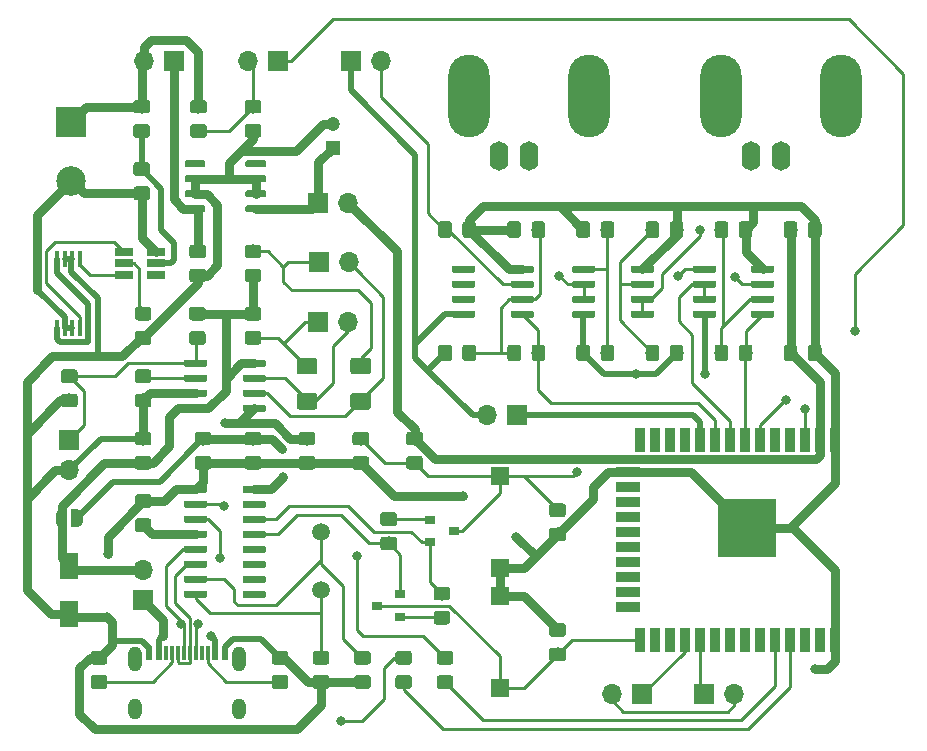
<source format=gbr>
G04 #@! TF.GenerationSoftware,KiCad,Pcbnew,(5.1.2)-1*
G04 #@! TF.CreationDate,2022-09-30T12:45:32-03:00*
G04 #@! TF.ProjectId,esp32,65737033-322e-46b6-9963-61645f706362,rev?*
G04 #@! TF.SameCoordinates,Original*
G04 #@! TF.FileFunction,Copper,L1,Top*
G04 #@! TF.FilePolarity,Positive*
%FSLAX46Y46*%
G04 Gerber Fmt 4.6, Leading zero omitted, Abs format (unit mm)*
G04 Created by KiCad (PCBNEW (5.1.2)-1) date 2022-09-30 12:45:32*
%MOMM*%
%LPD*%
G04 APERTURE LIST*
%ADD10R,0.609600X1.143000*%
%ADD11R,0.304800X1.143000*%
%ADD12O,1.200000X2.108200*%
%ADD13O,1.200000X1.803400*%
%ADD14C,0.100000*%
%ADD15C,0.600000*%
%ADD16C,1.150000*%
%ADD17R,0.900000X2.000000*%
%ADD18R,2.000000X0.900000*%
%ADD19R,5.000000X5.000000*%
%ADD20C,1.425000*%
%ADD21O,1.700000X1.700000*%
%ADD22R,1.700000X1.700000*%
%ADD23C,1.500000*%
%ADD24C,1.200000*%
%ADD25R,1.200000X1.200000*%
%ADD26R,0.450000X1.450000*%
%ADD27C,0.500000*%
%ADD28R,1.550000X2.200000*%
%ADD29R,1.560000X0.650000*%
%ADD30R,1.500000X1.500000*%
%ADD31O,1.600000X2.500000*%
%ADD32O,3.500000X7.000000*%
%ADD33C,2.500000*%
%ADD34R,2.500000X2.500000*%
%ADD35R,0.900000X0.800000*%
%ADD36C,0.800000*%
%ADD37C,0.750000*%
%ADD38C,0.500000*%
%ADD39C,0.250000*%
G04 APERTURE END LIST*
D10*
X99923999Y-135775700D03*
X100724000Y-135775700D03*
D11*
X101374001Y-135775700D03*
X101874000Y-135775700D03*
X102373999Y-135775700D03*
X102874000Y-135775700D03*
X103374000Y-135775700D03*
X103874001Y-135775700D03*
X104374000Y-135775700D03*
X104873999Y-135775700D03*
D10*
X105524000Y-135775700D03*
X106323999Y-135775700D03*
D12*
X98704000Y-136345700D03*
X107544000Y-136345700D03*
D13*
X98704000Y-140525701D03*
X107544000Y-140525701D03*
D14*
G36*
X142514703Y-106815722D02*
G01*
X142529264Y-106817882D01*
X142543543Y-106821459D01*
X142557403Y-106826418D01*
X142570710Y-106832712D01*
X142583336Y-106840280D01*
X142595159Y-106849048D01*
X142606066Y-106858934D01*
X142615952Y-106869841D01*
X142624720Y-106881664D01*
X142632288Y-106894290D01*
X142638582Y-106907597D01*
X142643541Y-106921457D01*
X142647118Y-106935736D01*
X142649278Y-106950297D01*
X142650000Y-106965000D01*
X142650000Y-107265000D01*
X142649278Y-107279703D01*
X142647118Y-107294264D01*
X142643541Y-107308543D01*
X142638582Y-107322403D01*
X142632288Y-107335710D01*
X142624720Y-107348336D01*
X142615952Y-107360159D01*
X142606066Y-107371066D01*
X142595159Y-107380952D01*
X142583336Y-107389720D01*
X142570710Y-107397288D01*
X142557403Y-107403582D01*
X142543543Y-107408541D01*
X142529264Y-107412118D01*
X142514703Y-107414278D01*
X142500000Y-107415000D01*
X140850000Y-107415000D01*
X140835297Y-107414278D01*
X140820736Y-107412118D01*
X140806457Y-107408541D01*
X140792597Y-107403582D01*
X140779290Y-107397288D01*
X140766664Y-107389720D01*
X140754841Y-107380952D01*
X140743934Y-107371066D01*
X140734048Y-107360159D01*
X140725280Y-107348336D01*
X140717712Y-107335710D01*
X140711418Y-107322403D01*
X140706459Y-107308543D01*
X140702882Y-107294264D01*
X140700722Y-107279703D01*
X140700000Y-107265000D01*
X140700000Y-106965000D01*
X140700722Y-106950297D01*
X140702882Y-106935736D01*
X140706459Y-106921457D01*
X140711418Y-106907597D01*
X140717712Y-106894290D01*
X140725280Y-106881664D01*
X140734048Y-106869841D01*
X140743934Y-106858934D01*
X140754841Y-106849048D01*
X140766664Y-106840280D01*
X140779290Y-106832712D01*
X140792597Y-106826418D01*
X140806457Y-106821459D01*
X140820736Y-106817882D01*
X140835297Y-106815722D01*
X140850000Y-106815000D01*
X142500000Y-106815000D01*
X142514703Y-106815722D01*
X142514703Y-106815722D01*
G37*
D15*
X141675000Y-107115000D03*
D14*
G36*
X142514703Y-105545722D02*
G01*
X142529264Y-105547882D01*
X142543543Y-105551459D01*
X142557403Y-105556418D01*
X142570710Y-105562712D01*
X142583336Y-105570280D01*
X142595159Y-105579048D01*
X142606066Y-105588934D01*
X142615952Y-105599841D01*
X142624720Y-105611664D01*
X142632288Y-105624290D01*
X142638582Y-105637597D01*
X142643541Y-105651457D01*
X142647118Y-105665736D01*
X142649278Y-105680297D01*
X142650000Y-105695000D01*
X142650000Y-105995000D01*
X142649278Y-106009703D01*
X142647118Y-106024264D01*
X142643541Y-106038543D01*
X142638582Y-106052403D01*
X142632288Y-106065710D01*
X142624720Y-106078336D01*
X142615952Y-106090159D01*
X142606066Y-106101066D01*
X142595159Y-106110952D01*
X142583336Y-106119720D01*
X142570710Y-106127288D01*
X142557403Y-106133582D01*
X142543543Y-106138541D01*
X142529264Y-106142118D01*
X142514703Y-106144278D01*
X142500000Y-106145000D01*
X140850000Y-106145000D01*
X140835297Y-106144278D01*
X140820736Y-106142118D01*
X140806457Y-106138541D01*
X140792597Y-106133582D01*
X140779290Y-106127288D01*
X140766664Y-106119720D01*
X140754841Y-106110952D01*
X140743934Y-106101066D01*
X140734048Y-106090159D01*
X140725280Y-106078336D01*
X140717712Y-106065710D01*
X140711418Y-106052403D01*
X140706459Y-106038543D01*
X140702882Y-106024264D01*
X140700722Y-106009703D01*
X140700000Y-105995000D01*
X140700000Y-105695000D01*
X140700722Y-105680297D01*
X140702882Y-105665736D01*
X140706459Y-105651457D01*
X140711418Y-105637597D01*
X140717712Y-105624290D01*
X140725280Y-105611664D01*
X140734048Y-105599841D01*
X140743934Y-105588934D01*
X140754841Y-105579048D01*
X140766664Y-105570280D01*
X140779290Y-105562712D01*
X140792597Y-105556418D01*
X140806457Y-105551459D01*
X140820736Y-105547882D01*
X140835297Y-105545722D01*
X140850000Y-105545000D01*
X142500000Y-105545000D01*
X142514703Y-105545722D01*
X142514703Y-105545722D01*
G37*
D15*
X141675000Y-105845000D03*
D14*
G36*
X142514703Y-104275722D02*
G01*
X142529264Y-104277882D01*
X142543543Y-104281459D01*
X142557403Y-104286418D01*
X142570710Y-104292712D01*
X142583336Y-104300280D01*
X142595159Y-104309048D01*
X142606066Y-104318934D01*
X142615952Y-104329841D01*
X142624720Y-104341664D01*
X142632288Y-104354290D01*
X142638582Y-104367597D01*
X142643541Y-104381457D01*
X142647118Y-104395736D01*
X142649278Y-104410297D01*
X142650000Y-104425000D01*
X142650000Y-104725000D01*
X142649278Y-104739703D01*
X142647118Y-104754264D01*
X142643541Y-104768543D01*
X142638582Y-104782403D01*
X142632288Y-104795710D01*
X142624720Y-104808336D01*
X142615952Y-104820159D01*
X142606066Y-104831066D01*
X142595159Y-104840952D01*
X142583336Y-104849720D01*
X142570710Y-104857288D01*
X142557403Y-104863582D01*
X142543543Y-104868541D01*
X142529264Y-104872118D01*
X142514703Y-104874278D01*
X142500000Y-104875000D01*
X140850000Y-104875000D01*
X140835297Y-104874278D01*
X140820736Y-104872118D01*
X140806457Y-104868541D01*
X140792597Y-104863582D01*
X140779290Y-104857288D01*
X140766664Y-104849720D01*
X140754841Y-104840952D01*
X140743934Y-104831066D01*
X140734048Y-104820159D01*
X140725280Y-104808336D01*
X140717712Y-104795710D01*
X140711418Y-104782403D01*
X140706459Y-104768543D01*
X140702882Y-104754264D01*
X140700722Y-104739703D01*
X140700000Y-104725000D01*
X140700000Y-104425000D01*
X140700722Y-104410297D01*
X140702882Y-104395736D01*
X140706459Y-104381457D01*
X140711418Y-104367597D01*
X140717712Y-104354290D01*
X140725280Y-104341664D01*
X140734048Y-104329841D01*
X140743934Y-104318934D01*
X140754841Y-104309048D01*
X140766664Y-104300280D01*
X140779290Y-104292712D01*
X140792597Y-104286418D01*
X140806457Y-104281459D01*
X140820736Y-104277882D01*
X140835297Y-104275722D01*
X140850000Y-104275000D01*
X142500000Y-104275000D01*
X142514703Y-104275722D01*
X142514703Y-104275722D01*
G37*
D15*
X141675000Y-104575000D03*
D14*
G36*
X142514703Y-103005722D02*
G01*
X142529264Y-103007882D01*
X142543543Y-103011459D01*
X142557403Y-103016418D01*
X142570710Y-103022712D01*
X142583336Y-103030280D01*
X142595159Y-103039048D01*
X142606066Y-103048934D01*
X142615952Y-103059841D01*
X142624720Y-103071664D01*
X142632288Y-103084290D01*
X142638582Y-103097597D01*
X142643541Y-103111457D01*
X142647118Y-103125736D01*
X142649278Y-103140297D01*
X142650000Y-103155000D01*
X142650000Y-103455000D01*
X142649278Y-103469703D01*
X142647118Y-103484264D01*
X142643541Y-103498543D01*
X142638582Y-103512403D01*
X142632288Y-103525710D01*
X142624720Y-103538336D01*
X142615952Y-103550159D01*
X142606066Y-103561066D01*
X142595159Y-103570952D01*
X142583336Y-103579720D01*
X142570710Y-103587288D01*
X142557403Y-103593582D01*
X142543543Y-103598541D01*
X142529264Y-103602118D01*
X142514703Y-103604278D01*
X142500000Y-103605000D01*
X140850000Y-103605000D01*
X140835297Y-103604278D01*
X140820736Y-103602118D01*
X140806457Y-103598541D01*
X140792597Y-103593582D01*
X140779290Y-103587288D01*
X140766664Y-103579720D01*
X140754841Y-103570952D01*
X140743934Y-103561066D01*
X140734048Y-103550159D01*
X140725280Y-103538336D01*
X140717712Y-103525710D01*
X140711418Y-103512403D01*
X140706459Y-103498543D01*
X140702882Y-103484264D01*
X140700722Y-103469703D01*
X140700000Y-103455000D01*
X140700000Y-103155000D01*
X140700722Y-103140297D01*
X140702882Y-103125736D01*
X140706459Y-103111457D01*
X140711418Y-103097597D01*
X140717712Y-103084290D01*
X140725280Y-103071664D01*
X140734048Y-103059841D01*
X140743934Y-103048934D01*
X140754841Y-103039048D01*
X140766664Y-103030280D01*
X140779290Y-103022712D01*
X140792597Y-103016418D01*
X140806457Y-103011459D01*
X140820736Y-103007882D01*
X140835297Y-103005722D01*
X140850000Y-103005000D01*
X142500000Y-103005000D01*
X142514703Y-103005722D01*
X142514703Y-103005722D01*
G37*
D15*
X141675000Y-103305000D03*
D14*
G36*
X137564703Y-103005722D02*
G01*
X137579264Y-103007882D01*
X137593543Y-103011459D01*
X137607403Y-103016418D01*
X137620710Y-103022712D01*
X137633336Y-103030280D01*
X137645159Y-103039048D01*
X137656066Y-103048934D01*
X137665952Y-103059841D01*
X137674720Y-103071664D01*
X137682288Y-103084290D01*
X137688582Y-103097597D01*
X137693541Y-103111457D01*
X137697118Y-103125736D01*
X137699278Y-103140297D01*
X137700000Y-103155000D01*
X137700000Y-103455000D01*
X137699278Y-103469703D01*
X137697118Y-103484264D01*
X137693541Y-103498543D01*
X137688582Y-103512403D01*
X137682288Y-103525710D01*
X137674720Y-103538336D01*
X137665952Y-103550159D01*
X137656066Y-103561066D01*
X137645159Y-103570952D01*
X137633336Y-103579720D01*
X137620710Y-103587288D01*
X137607403Y-103593582D01*
X137593543Y-103598541D01*
X137579264Y-103602118D01*
X137564703Y-103604278D01*
X137550000Y-103605000D01*
X135900000Y-103605000D01*
X135885297Y-103604278D01*
X135870736Y-103602118D01*
X135856457Y-103598541D01*
X135842597Y-103593582D01*
X135829290Y-103587288D01*
X135816664Y-103579720D01*
X135804841Y-103570952D01*
X135793934Y-103561066D01*
X135784048Y-103550159D01*
X135775280Y-103538336D01*
X135767712Y-103525710D01*
X135761418Y-103512403D01*
X135756459Y-103498543D01*
X135752882Y-103484264D01*
X135750722Y-103469703D01*
X135750000Y-103455000D01*
X135750000Y-103155000D01*
X135750722Y-103140297D01*
X135752882Y-103125736D01*
X135756459Y-103111457D01*
X135761418Y-103097597D01*
X135767712Y-103084290D01*
X135775280Y-103071664D01*
X135784048Y-103059841D01*
X135793934Y-103048934D01*
X135804841Y-103039048D01*
X135816664Y-103030280D01*
X135829290Y-103022712D01*
X135842597Y-103016418D01*
X135856457Y-103011459D01*
X135870736Y-103007882D01*
X135885297Y-103005722D01*
X135900000Y-103005000D01*
X137550000Y-103005000D01*
X137564703Y-103005722D01*
X137564703Y-103005722D01*
G37*
D15*
X136725000Y-103305000D03*
D14*
G36*
X137564703Y-104275722D02*
G01*
X137579264Y-104277882D01*
X137593543Y-104281459D01*
X137607403Y-104286418D01*
X137620710Y-104292712D01*
X137633336Y-104300280D01*
X137645159Y-104309048D01*
X137656066Y-104318934D01*
X137665952Y-104329841D01*
X137674720Y-104341664D01*
X137682288Y-104354290D01*
X137688582Y-104367597D01*
X137693541Y-104381457D01*
X137697118Y-104395736D01*
X137699278Y-104410297D01*
X137700000Y-104425000D01*
X137700000Y-104725000D01*
X137699278Y-104739703D01*
X137697118Y-104754264D01*
X137693541Y-104768543D01*
X137688582Y-104782403D01*
X137682288Y-104795710D01*
X137674720Y-104808336D01*
X137665952Y-104820159D01*
X137656066Y-104831066D01*
X137645159Y-104840952D01*
X137633336Y-104849720D01*
X137620710Y-104857288D01*
X137607403Y-104863582D01*
X137593543Y-104868541D01*
X137579264Y-104872118D01*
X137564703Y-104874278D01*
X137550000Y-104875000D01*
X135900000Y-104875000D01*
X135885297Y-104874278D01*
X135870736Y-104872118D01*
X135856457Y-104868541D01*
X135842597Y-104863582D01*
X135829290Y-104857288D01*
X135816664Y-104849720D01*
X135804841Y-104840952D01*
X135793934Y-104831066D01*
X135784048Y-104820159D01*
X135775280Y-104808336D01*
X135767712Y-104795710D01*
X135761418Y-104782403D01*
X135756459Y-104768543D01*
X135752882Y-104754264D01*
X135750722Y-104739703D01*
X135750000Y-104725000D01*
X135750000Y-104425000D01*
X135750722Y-104410297D01*
X135752882Y-104395736D01*
X135756459Y-104381457D01*
X135761418Y-104367597D01*
X135767712Y-104354290D01*
X135775280Y-104341664D01*
X135784048Y-104329841D01*
X135793934Y-104318934D01*
X135804841Y-104309048D01*
X135816664Y-104300280D01*
X135829290Y-104292712D01*
X135842597Y-104286418D01*
X135856457Y-104281459D01*
X135870736Y-104277882D01*
X135885297Y-104275722D01*
X135900000Y-104275000D01*
X137550000Y-104275000D01*
X137564703Y-104275722D01*
X137564703Y-104275722D01*
G37*
D15*
X136725000Y-104575000D03*
D14*
G36*
X137564703Y-105545722D02*
G01*
X137579264Y-105547882D01*
X137593543Y-105551459D01*
X137607403Y-105556418D01*
X137620710Y-105562712D01*
X137633336Y-105570280D01*
X137645159Y-105579048D01*
X137656066Y-105588934D01*
X137665952Y-105599841D01*
X137674720Y-105611664D01*
X137682288Y-105624290D01*
X137688582Y-105637597D01*
X137693541Y-105651457D01*
X137697118Y-105665736D01*
X137699278Y-105680297D01*
X137700000Y-105695000D01*
X137700000Y-105995000D01*
X137699278Y-106009703D01*
X137697118Y-106024264D01*
X137693541Y-106038543D01*
X137688582Y-106052403D01*
X137682288Y-106065710D01*
X137674720Y-106078336D01*
X137665952Y-106090159D01*
X137656066Y-106101066D01*
X137645159Y-106110952D01*
X137633336Y-106119720D01*
X137620710Y-106127288D01*
X137607403Y-106133582D01*
X137593543Y-106138541D01*
X137579264Y-106142118D01*
X137564703Y-106144278D01*
X137550000Y-106145000D01*
X135900000Y-106145000D01*
X135885297Y-106144278D01*
X135870736Y-106142118D01*
X135856457Y-106138541D01*
X135842597Y-106133582D01*
X135829290Y-106127288D01*
X135816664Y-106119720D01*
X135804841Y-106110952D01*
X135793934Y-106101066D01*
X135784048Y-106090159D01*
X135775280Y-106078336D01*
X135767712Y-106065710D01*
X135761418Y-106052403D01*
X135756459Y-106038543D01*
X135752882Y-106024264D01*
X135750722Y-106009703D01*
X135750000Y-105995000D01*
X135750000Y-105695000D01*
X135750722Y-105680297D01*
X135752882Y-105665736D01*
X135756459Y-105651457D01*
X135761418Y-105637597D01*
X135767712Y-105624290D01*
X135775280Y-105611664D01*
X135784048Y-105599841D01*
X135793934Y-105588934D01*
X135804841Y-105579048D01*
X135816664Y-105570280D01*
X135829290Y-105562712D01*
X135842597Y-105556418D01*
X135856457Y-105551459D01*
X135870736Y-105547882D01*
X135885297Y-105545722D01*
X135900000Y-105545000D01*
X137550000Y-105545000D01*
X137564703Y-105545722D01*
X137564703Y-105545722D01*
G37*
D15*
X136725000Y-105845000D03*
D14*
G36*
X137564703Y-106815722D02*
G01*
X137579264Y-106817882D01*
X137593543Y-106821459D01*
X137607403Y-106826418D01*
X137620710Y-106832712D01*
X137633336Y-106840280D01*
X137645159Y-106849048D01*
X137656066Y-106858934D01*
X137665952Y-106869841D01*
X137674720Y-106881664D01*
X137682288Y-106894290D01*
X137688582Y-106907597D01*
X137693541Y-106921457D01*
X137697118Y-106935736D01*
X137699278Y-106950297D01*
X137700000Y-106965000D01*
X137700000Y-107265000D01*
X137699278Y-107279703D01*
X137697118Y-107294264D01*
X137693541Y-107308543D01*
X137688582Y-107322403D01*
X137682288Y-107335710D01*
X137674720Y-107348336D01*
X137665952Y-107360159D01*
X137656066Y-107371066D01*
X137645159Y-107380952D01*
X137633336Y-107389720D01*
X137620710Y-107397288D01*
X137607403Y-107403582D01*
X137593543Y-107408541D01*
X137579264Y-107412118D01*
X137564703Y-107414278D01*
X137550000Y-107415000D01*
X135900000Y-107415000D01*
X135885297Y-107414278D01*
X135870736Y-107412118D01*
X135856457Y-107408541D01*
X135842597Y-107403582D01*
X135829290Y-107397288D01*
X135816664Y-107389720D01*
X135804841Y-107380952D01*
X135793934Y-107371066D01*
X135784048Y-107360159D01*
X135775280Y-107348336D01*
X135767712Y-107335710D01*
X135761418Y-107322403D01*
X135756459Y-107308543D01*
X135752882Y-107294264D01*
X135750722Y-107279703D01*
X135750000Y-107265000D01*
X135750000Y-106965000D01*
X135750722Y-106950297D01*
X135752882Y-106935736D01*
X135756459Y-106921457D01*
X135761418Y-106907597D01*
X135767712Y-106894290D01*
X135775280Y-106881664D01*
X135784048Y-106869841D01*
X135793934Y-106858934D01*
X135804841Y-106849048D01*
X135816664Y-106840280D01*
X135829290Y-106832712D01*
X135842597Y-106826418D01*
X135856457Y-106821459D01*
X135870736Y-106817882D01*
X135885297Y-106815722D01*
X135900000Y-106815000D01*
X137550000Y-106815000D01*
X137564703Y-106815722D01*
X137564703Y-106815722D01*
G37*
D15*
X136725000Y-107115000D03*
D14*
G36*
X150774505Y-109701204D02*
G01*
X150798773Y-109704804D01*
X150822572Y-109710765D01*
X150845671Y-109719030D01*
X150867850Y-109729520D01*
X150888893Y-109742132D01*
X150908599Y-109756747D01*
X150926777Y-109773223D01*
X150943253Y-109791401D01*
X150957868Y-109811107D01*
X150970480Y-109832150D01*
X150980970Y-109854329D01*
X150989235Y-109877428D01*
X150995196Y-109901227D01*
X150998796Y-109925495D01*
X151000000Y-109949999D01*
X151000000Y-110850001D01*
X150998796Y-110874505D01*
X150995196Y-110898773D01*
X150989235Y-110922572D01*
X150980970Y-110945671D01*
X150970480Y-110967850D01*
X150957868Y-110988893D01*
X150943253Y-111008599D01*
X150926777Y-111026777D01*
X150908599Y-111043253D01*
X150888893Y-111057868D01*
X150867850Y-111070480D01*
X150845671Y-111080970D01*
X150822572Y-111089235D01*
X150798773Y-111095196D01*
X150774505Y-111098796D01*
X150750001Y-111100000D01*
X150099999Y-111100000D01*
X150075495Y-111098796D01*
X150051227Y-111095196D01*
X150027428Y-111089235D01*
X150004329Y-111080970D01*
X149982150Y-111070480D01*
X149961107Y-111057868D01*
X149941401Y-111043253D01*
X149923223Y-111026777D01*
X149906747Y-111008599D01*
X149892132Y-110988893D01*
X149879520Y-110967850D01*
X149869030Y-110945671D01*
X149860765Y-110922572D01*
X149854804Y-110898773D01*
X149851204Y-110874505D01*
X149850000Y-110850001D01*
X149850000Y-109949999D01*
X149851204Y-109925495D01*
X149854804Y-109901227D01*
X149860765Y-109877428D01*
X149869030Y-109854329D01*
X149879520Y-109832150D01*
X149892132Y-109811107D01*
X149906747Y-109791401D01*
X149923223Y-109773223D01*
X149941401Y-109756747D01*
X149961107Y-109742132D01*
X149982150Y-109729520D01*
X150004329Y-109719030D01*
X150027428Y-109710765D01*
X150051227Y-109704804D01*
X150075495Y-109701204D01*
X150099999Y-109700000D01*
X150750001Y-109700000D01*
X150774505Y-109701204D01*
X150774505Y-109701204D01*
G37*
D16*
X150425000Y-110400000D03*
D14*
G36*
X148724505Y-109701204D02*
G01*
X148748773Y-109704804D01*
X148772572Y-109710765D01*
X148795671Y-109719030D01*
X148817850Y-109729520D01*
X148838893Y-109742132D01*
X148858599Y-109756747D01*
X148876777Y-109773223D01*
X148893253Y-109791401D01*
X148907868Y-109811107D01*
X148920480Y-109832150D01*
X148930970Y-109854329D01*
X148939235Y-109877428D01*
X148945196Y-109901227D01*
X148948796Y-109925495D01*
X148950000Y-109949999D01*
X148950000Y-110850001D01*
X148948796Y-110874505D01*
X148945196Y-110898773D01*
X148939235Y-110922572D01*
X148930970Y-110945671D01*
X148920480Y-110967850D01*
X148907868Y-110988893D01*
X148893253Y-111008599D01*
X148876777Y-111026777D01*
X148858599Y-111043253D01*
X148838893Y-111057868D01*
X148817850Y-111070480D01*
X148795671Y-111080970D01*
X148772572Y-111089235D01*
X148748773Y-111095196D01*
X148724505Y-111098796D01*
X148700001Y-111100000D01*
X148049999Y-111100000D01*
X148025495Y-111098796D01*
X148001227Y-111095196D01*
X147977428Y-111089235D01*
X147954329Y-111080970D01*
X147932150Y-111070480D01*
X147911107Y-111057868D01*
X147891401Y-111043253D01*
X147873223Y-111026777D01*
X147856747Y-111008599D01*
X147842132Y-110988893D01*
X147829520Y-110967850D01*
X147819030Y-110945671D01*
X147810765Y-110922572D01*
X147804804Y-110898773D01*
X147801204Y-110874505D01*
X147800000Y-110850001D01*
X147800000Y-109949999D01*
X147801204Y-109925495D01*
X147804804Y-109901227D01*
X147810765Y-109877428D01*
X147819030Y-109854329D01*
X147829520Y-109832150D01*
X147842132Y-109811107D01*
X147856747Y-109791401D01*
X147873223Y-109773223D01*
X147891401Y-109756747D01*
X147911107Y-109742132D01*
X147932150Y-109729520D01*
X147954329Y-109719030D01*
X147977428Y-109710765D01*
X148001227Y-109704804D01*
X148025495Y-109701204D01*
X148049999Y-109700000D01*
X148700001Y-109700000D01*
X148724505Y-109701204D01*
X148724505Y-109701204D01*
G37*
D16*
X148375000Y-110400000D03*
D17*
X158000000Y-134738000D03*
X156730000Y-134738000D03*
X155460000Y-134738000D03*
X154190000Y-134738000D03*
X152920000Y-134738000D03*
X151650000Y-134738000D03*
X150380000Y-134738000D03*
X149110000Y-134738000D03*
X147840000Y-134738000D03*
X146570000Y-134738000D03*
X145300000Y-134738000D03*
X144030000Y-134738000D03*
X142760000Y-134738000D03*
X141490000Y-134738000D03*
D18*
X140490000Y-131953000D03*
X140490000Y-130683000D03*
X140490000Y-129413000D03*
X140490000Y-128143000D03*
X140490000Y-126873000D03*
X140490000Y-125603000D03*
X140490000Y-124333000D03*
X140490000Y-123063000D03*
X140490000Y-121793000D03*
X140490000Y-120523000D03*
D17*
X141490000Y-117738000D03*
X142760000Y-117738000D03*
X144030000Y-117738000D03*
X145300000Y-117738000D03*
X146570000Y-117738000D03*
X147840000Y-117738000D03*
X149110000Y-117738000D03*
X150380000Y-117738000D03*
X151650000Y-117738000D03*
X152920000Y-117738000D03*
X154190000Y-117738000D03*
X155460000Y-117738000D03*
X156730000Y-117738000D03*
X158000000Y-117738000D03*
D19*
X150500000Y-125238000D03*
D14*
G36*
X113929504Y-110801204D02*
G01*
X113953773Y-110804804D01*
X113977571Y-110810765D01*
X114000671Y-110819030D01*
X114022849Y-110829520D01*
X114043893Y-110842133D01*
X114063598Y-110856747D01*
X114081777Y-110873223D01*
X114098253Y-110891402D01*
X114112867Y-110911107D01*
X114125480Y-110932151D01*
X114135970Y-110954329D01*
X114144235Y-110977429D01*
X114150196Y-111001227D01*
X114153796Y-111025496D01*
X114155000Y-111050000D01*
X114155000Y-111975000D01*
X114153796Y-111999504D01*
X114150196Y-112023773D01*
X114144235Y-112047571D01*
X114135970Y-112070671D01*
X114125480Y-112092849D01*
X114112867Y-112113893D01*
X114098253Y-112133598D01*
X114081777Y-112151777D01*
X114063598Y-112168253D01*
X114043893Y-112182867D01*
X114022849Y-112195480D01*
X114000671Y-112205970D01*
X113977571Y-112214235D01*
X113953773Y-112220196D01*
X113929504Y-112223796D01*
X113905000Y-112225000D01*
X112655000Y-112225000D01*
X112630496Y-112223796D01*
X112606227Y-112220196D01*
X112582429Y-112214235D01*
X112559329Y-112205970D01*
X112537151Y-112195480D01*
X112516107Y-112182867D01*
X112496402Y-112168253D01*
X112478223Y-112151777D01*
X112461747Y-112133598D01*
X112447133Y-112113893D01*
X112434520Y-112092849D01*
X112424030Y-112070671D01*
X112415765Y-112047571D01*
X112409804Y-112023773D01*
X112406204Y-111999504D01*
X112405000Y-111975000D01*
X112405000Y-111050000D01*
X112406204Y-111025496D01*
X112409804Y-111001227D01*
X112415765Y-110977429D01*
X112424030Y-110954329D01*
X112434520Y-110932151D01*
X112447133Y-110911107D01*
X112461747Y-110891402D01*
X112478223Y-110873223D01*
X112496402Y-110856747D01*
X112516107Y-110842133D01*
X112537151Y-110829520D01*
X112559329Y-110819030D01*
X112582429Y-110810765D01*
X112606227Y-110804804D01*
X112630496Y-110801204D01*
X112655000Y-110800000D01*
X113905000Y-110800000D01*
X113929504Y-110801204D01*
X113929504Y-110801204D01*
G37*
D20*
X113280000Y-111512500D03*
D14*
G36*
X113929504Y-113776204D02*
G01*
X113953773Y-113779804D01*
X113977571Y-113785765D01*
X114000671Y-113794030D01*
X114022849Y-113804520D01*
X114043893Y-113817133D01*
X114063598Y-113831747D01*
X114081777Y-113848223D01*
X114098253Y-113866402D01*
X114112867Y-113886107D01*
X114125480Y-113907151D01*
X114135970Y-113929329D01*
X114144235Y-113952429D01*
X114150196Y-113976227D01*
X114153796Y-114000496D01*
X114155000Y-114025000D01*
X114155000Y-114950000D01*
X114153796Y-114974504D01*
X114150196Y-114998773D01*
X114144235Y-115022571D01*
X114135970Y-115045671D01*
X114125480Y-115067849D01*
X114112867Y-115088893D01*
X114098253Y-115108598D01*
X114081777Y-115126777D01*
X114063598Y-115143253D01*
X114043893Y-115157867D01*
X114022849Y-115170480D01*
X114000671Y-115180970D01*
X113977571Y-115189235D01*
X113953773Y-115195196D01*
X113929504Y-115198796D01*
X113905000Y-115200000D01*
X112655000Y-115200000D01*
X112630496Y-115198796D01*
X112606227Y-115195196D01*
X112582429Y-115189235D01*
X112559329Y-115180970D01*
X112537151Y-115170480D01*
X112516107Y-115157867D01*
X112496402Y-115143253D01*
X112478223Y-115126777D01*
X112461747Y-115108598D01*
X112447133Y-115088893D01*
X112434520Y-115067849D01*
X112424030Y-115045671D01*
X112415765Y-115022571D01*
X112409804Y-114998773D01*
X112406204Y-114974504D01*
X112405000Y-114950000D01*
X112405000Y-114025000D01*
X112406204Y-114000496D01*
X112409804Y-113976227D01*
X112415765Y-113952429D01*
X112424030Y-113929329D01*
X112434520Y-113907151D01*
X112447133Y-113886107D01*
X112461747Y-113866402D01*
X112478223Y-113848223D01*
X112496402Y-113831747D01*
X112516107Y-113817133D01*
X112537151Y-113804520D01*
X112559329Y-113794030D01*
X112582429Y-113785765D01*
X112606227Y-113779804D01*
X112630496Y-113776204D01*
X112655000Y-113775000D01*
X113905000Y-113775000D01*
X113929504Y-113776204D01*
X113929504Y-113776204D01*
G37*
D20*
X113280000Y-114487500D03*
D14*
G36*
X118489504Y-110801204D02*
G01*
X118513773Y-110804804D01*
X118537571Y-110810765D01*
X118560671Y-110819030D01*
X118582849Y-110829520D01*
X118603893Y-110842133D01*
X118623598Y-110856747D01*
X118641777Y-110873223D01*
X118658253Y-110891402D01*
X118672867Y-110911107D01*
X118685480Y-110932151D01*
X118695970Y-110954329D01*
X118704235Y-110977429D01*
X118710196Y-111001227D01*
X118713796Y-111025496D01*
X118715000Y-111050000D01*
X118715000Y-111975000D01*
X118713796Y-111999504D01*
X118710196Y-112023773D01*
X118704235Y-112047571D01*
X118695970Y-112070671D01*
X118685480Y-112092849D01*
X118672867Y-112113893D01*
X118658253Y-112133598D01*
X118641777Y-112151777D01*
X118623598Y-112168253D01*
X118603893Y-112182867D01*
X118582849Y-112195480D01*
X118560671Y-112205970D01*
X118537571Y-112214235D01*
X118513773Y-112220196D01*
X118489504Y-112223796D01*
X118465000Y-112225000D01*
X117215000Y-112225000D01*
X117190496Y-112223796D01*
X117166227Y-112220196D01*
X117142429Y-112214235D01*
X117119329Y-112205970D01*
X117097151Y-112195480D01*
X117076107Y-112182867D01*
X117056402Y-112168253D01*
X117038223Y-112151777D01*
X117021747Y-112133598D01*
X117007133Y-112113893D01*
X116994520Y-112092849D01*
X116984030Y-112070671D01*
X116975765Y-112047571D01*
X116969804Y-112023773D01*
X116966204Y-111999504D01*
X116965000Y-111975000D01*
X116965000Y-111050000D01*
X116966204Y-111025496D01*
X116969804Y-111001227D01*
X116975765Y-110977429D01*
X116984030Y-110954329D01*
X116994520Y-110932151D01*
X117007133Y-110911107D01*
X117021747Y-110891402D01*
X117038223Y-110873223D01*
X117056402Y-110856747D01*
X117076107Y-110842133D01*
X117097151Y-110829520D01*
X117119329Y-110819030D01*
X117142429Y-110810765D01*
X117166227Y-110804804D01*
X117190496Y-110801204D01*
X117215000Y-110800000D01*
X118465000Y-110800000D01*
X118489504Y-110801204D01*
X118489504Y-110801204D01*
G37*
D20*
X117840000Y-111512500D03*
D14*
G36*
X118489504Y-113776204D02*
G01*
X118513773Y-113779804D01*
X118537571Y-113785765D01*
X118560671Y-113794030D01*
X118582849Y-113804520D01*
X118603893Y-113817133D01*
X118623598Y-113831747D01*
X118641777Y-113848223D01*
X118658253Y-113866402D01*
X118672867Y-113886107D01*
X118685480Y-113907151D01*
X118695970Y-113929329D01*
X118704235Y-113952429D01*
X118710196Y-113976227D01*
X118713796Y-114000496D01*
X118715000Y-114025000D01*
X118715000Y-114950000D01*
X118713796Y-114974504D01*
X118710196Y-114998773D01*
X118704235Y-115022571D01*
X118695970Y-115045671D01*
X118685480Y-115067849D01*
X118672867Y-115088893D01*
X118658253Y-115108598D01*
X118641777Y-115126777D01*
X118623598Y-115143253D01*
X118603893Y-115157867D01*
X118582849Y-115170480D01*
X118560671Y-115180970D01*
X118537571Y-115189235D01*
X118513773Y-115195196D01*
X118489504Y-115198796D01*
X118465000Y-115200000D01*
X117215000Y-115200000D01*
X117190496Y-115198796D01*
X117166227Y-115195196D01*
X117142429Y-115189235D01*
X117119329Y-115180970D01*
X117097151Y-115170480D01*
X117076107Y-115157867D01*
X117056402Y-115143253D01*
X117038223Y-115126777D01*
X117021747Y-115108598D01*
X117007133Y-115088893D01*
X116994520Y-115067849D01*
X116984030Y-115045671D01*
X116975765Y-115022571D01*
X116969804Y-114998773D01*
X116966204Y-114974504D01*
X116965000Y-114950000D01*
X116965000Y-114025000D01*
X116966204Y-114000496D01*
X116969804Y-113976227D01*
X116975765Y-113952429D01*
X116984030Y-113929329D01*
X116994520Y-113907151D01*
X117007133Y-113886107D01*
X117021747Y-113866402D01*
X117038223Y-113848223D01*
X117056402Y-113831747D01*
X117076107Y-113817133D01*
X117097151Y-113804520D01*
X117119329Y-113794030D01*
X117142429Y-113785765D01*
X117166227Y-113779804D01*
X117190496Y-113776204D01*
X117215000Y-113775000D01*
X118465000Y-113775000D01*
X118489504Y-113776204D01*
X118489504Y-113776204D01*
G37*
D20*
X117840000Y-114487500D03*
D14*
G36*
X132344703Y-106815722D02*
G01*
X132359264Y-106817882D01*
X132373543Y-106821459D01*
X132387403Y-106826418D01*
X132400710Y-106832712D01*
X132413336Y-106840280D01*
X132425159Y-106849048D01*
X132436066Y-106858934D01*
X132445952Y-106869841D01*
X132454720Y-106881664D01*
X132462288Y-106894290D01*
X132468582Y-106907597D01*
X132473541Y-106921457D01*
X132477118Y-106935736D01*
X132479278Y-106950297D01*
X132480000Y-106965000D01*
X132480000Y-107265000D01*
X132479278Y-107279703D01*
X132477118Y-107294264D01*
X132473541Y-107308543D01*
X132468582Y-107322403D01*
X132462288Y-107335710D01*
X132454720Y-107348336D01*
X132445952Y-107360159D01*
X132436066Y-107371066D01*
X132425159Y-107380952D01*
X132413336Y-107389720D01*
X132400710Y-107397288D01*
X132387403Y-107403582D01*
X132373543Y-107408541D01*
X132359264Y-107412118D01*
X132344703Y-107414278D01*
X132330000Y-107415000D01*
X130680000Y-107415000D01*
X130665297Y-107414278D01*
X130650736Y-107412118D01*
X130636457Y-107408541D01*
X130622597Y-107403582D01*
X130609290Y-107397288D01*
X130596664Y-107389720D01*
X130584841Y-107380952D01*
X130573934Y-107371066D01*
X130564048Y-107360159D01*
X130555280Y-107348336D01*
X130547712Y-107335710D01*
X130541418Y-107322403D01*
X130536459Y-107308543D01*
X130532882Y-107294264D01*
X130530722Y-107279703D01*
X130530000Y-107265000D01*
X130530000Y-106965000D01*
X130530722Y-106950297D01*
X130532882Y-106935736D01*
X130536459Y-106921457D01*
X130541418Y-106907597D01*
X130547712Y-106894290D01*
X130555280Y-106881664D01*
X130564048Y-106869841D01*
X130573934Y-106858934D01*
X130584841Y-106849048D01*
X130596664Y-106840280D01*
X130609290Y-106832712D01*
X130622597Y-106826418D01*
X130636457Y-106821459D01*
X130650736Y-106817882D01*
X130665297Y-106815722D01*
X130680000Y-106815000D01*
X132330000Y-106815000D01*
X132344703Y-106815722D01*
X132344703Y-106815722D01*
G37*
D15*
X131505000Y-107115000D03*
D14*
G36*
X132344703Y-105545722D02*
G01*
X132359264Y-105547882D01*
X132373543Y-105551459D01*
X132387403Y-105556418D01*
X132400710Y-105562712D01*
X132413336Y-105570280D01*
X132425159Y-105579048D01*
X132436066Y-105588934D01*
X132445952Y-105599841D01*
X132454720Y-105611664D01*
X132462288Y-105624290D01*
X132468582Y-105637597D01*
X132473541Y-105651457D01*
X132477118Y-105665736D01*
X132479278Y-105680297D01*
X132480000Y-105695000D01*
X132480000Y-105995000D01*
X132479278Y-106009703D01*
X132477118Y-106024264D01*
X132473541Y-106038543D01*
X132468582Y-106052403D01*
X132462288Y-106065710D01*
X132454720Y-106078336D01*
X132445952Y-106090159D01*
X132436066Y-106101066D01*
X132425159Y-106110952D01*
X132413336Y-106119720D01*
X132400710Y-106127288D01*
X132387403Y-106133582D01*
X132373543Y-106138541D01*
X132359264Y-106142118D01*
X132344703Y-106144278D01*
X132330000Y-106145000D01*
X130680000Y-106145000D01*
X130665297Y-106144278D01*
X130650736Y-106142118D01*
X130636457Y-106138541D01*
X130622597Y-106133582D01*
X130609290Y-106127288D01*
X130596664Y-106119720D01*
X130584841Y-106110952D01*
X130573934Y-106101066D01*
X130564048Y-106090159D01*
X130555280Y-106078336D01*
X130547712Y-106065710D01*
X130541418Y-106052403D01*
X130536459Y-106038543D01*
X130532882Y-106024264D01*
X130530722Y-106009703D01*
X130530000Y-105995000D01*
X130530000Y-105695000D01*
X130530722Y-105680297D01*
X130532882Y-105665736D01*
X130536459Y-105651457D01*
X130541418Y-105637597D01*
X130547712Y-105624290D01*
X130555280Y-105611664D01*
X130564048Y-105599841D01*
X130573934Y-105588934D01*
X130584841Y-105579048D01*
X130596664Y-105570280D01*
X130609290Y-105562712D01*
X130622597Y-105556418D01*
X130636457Y-105551459D01*
X130650736Y-105547882D01*
X130665297Y-105545722D01*
X130680000Y-105545000D01*
X132330000Y-105545000D01*
X132344703Y-105545722D01*
X132344703Y-105545722D01*
G37*
D15*
X131505000Y-105845000D03*
D14*
G36*
X132344703Y-104275722D02*
G01*
X132359264Y-104277882D01*
X132373543Y-104281459D01*
X132387403Y-104286418D01*
X132400710Y-104292712D01*
X132413336Y-104300280D01*
X132425159Y-104309048D01*
X132436066Y-104318934D01*
X132445952Y-104329841D01*
X132454720Y-104341664D01*
X132462288Y-104354290D01*
X132468582Y-104367597D01*
X132473541Y-104381457D01*
X132477118Y-104395736D01*
X132479278Y-104410297D01*
X132480000Y-104425000D01*
X132480000Y-104725000D01*
X132479278Y-104739703D01*
X132477118Y-104754264D01*
X132473541Y-104768543D01*
X132468582Y-104782403D01*
X132462288Y-104795710D01*
X132454720Y-104808336D01*
X132445952Y-104820159D01*
X132436066Y-104831066D01*
X132425159Y-104840952D01*
X132413336Y-104849720D01*
X132400710Y-104857288D01*
X132387403Y-104863582D01*
X132373543Y-104868541D01*
X132359264Y-104872118D01*
X132344703Y-104874278D01*
X132330000Y-104875000D01*
X130680000Y-104875000D01*
X130665297Y-104874278D01*
X130650736Y-104872118D01*
X130636457Y-104868541D01*
X130622597Y-104863582D01*
X130609290Y-104857288D01*
X130596664Y-104849720D01*
X130584841Y-104840952D01*
X130573934Y-104831066D01*
X130564048Y-104820159D01*
X130555280Y-104808336D01*
X130547712Y-104795710D01*
X130541418Y-104782403D01*
X130536459Y-104768543D01*
X130532882Y-104754264D01*
X130530722Y-104739703D01*
X130530000Y-104725000D01*
X130530000Y-104425000D01*
X130530722Y-104410297D01*
X130532882Y-104395736D01*
X130536459Y-104381457D01*
X130541418Y-104367597D01*
X130547712Y-104354290D01*
X130555280Y-104341664D01*
X130564048Y-104329841D01*
X130573934Y-104318934D01*
X130584841Y-104309048D01*
X130596664Y-104300280D01*
X130609290Y-104292712D01*
X130622597Y-104286418D01*
X130636457Y-104281459D01*
X130650736Y-104277882D01*
X130665297Y-104275722D01*
X130680000Y-104275000D01*
X132330000Y-104275000D01*
X132344703Y-104275722D01*
X132344703Y-104275722D01*
G37*
D15*
X131505000Y-104575000D03*
D14*
G36*
X132344703Y-103005722D02*
G01*
X132359264Y-103007882D01*
X132373543Y-103011459D01*
X132387403Y-103016418D01*
X132400710Y-103022712D01*
X132413336Y-103030280D01*
X132425159Y-103039048D01*
X132436066Y-103048934D01*
X132445952Y-103059841D01*
X132454720Y-103071664D01*
X132462288Y-103084290D01*
X132468582Y-103097597D01*
X132473541Y-103111457D01*
X132477118Y-103125736D01*
X132479278Y-103140297D01*
X132480000Y-103155000D01*
X132480000Y-103455000D01*
X132479278Y-103469703D01*
X132477118Y-103484264D01*
X132473541Y-103498543D01*
X132468582Y-103512403D01*
X132462288Y-103525710D01*
X132454720Y-103538336D01*
X132445952Y-103550159D01*
X132436066Y-103561066D01*
X132425159Y-103570952D01*
X132413336Y-103579720D01*
X132400710Y-103587288D01*
X132387403Y-103593582D01*
X132373543Y-103598541D01*
X132359264Y-103602118D01*
X132344703Y-103604278D01*
X132330000Y-103605000D01*
X130680000Y-103605000D01*
X130665297Y-103604278D01*
X130650736Y-103602118D01*
X130636457Y-103598541D01*
X130622597Y-103593582D01*
X130609290Y-103587288D01*
X130596664Y-103579720D01*
X130584841Y-103570952D01*
X130573934Y-103561066D01*
X130564048Y-103550159D01*
X130555280Y-103538336D01*
X130547712Y-103525710D01*
X130541418Y-103512403D01*
X130536459Y-103498543D01*
X130532882Y-103484264D01*
X130530722Y-103469703D01*
X130530000Y-103455000D01*
X130530000Y-103155000D01*
X130530722Y-103140297D01*
X130532882Y-103125736D01*
X130536459Y-103111457D01*
X130541418Y-103097597D01*
X130547712Y-103084290D01*
X130555280Y-103071664D01*
X130564048Y-103059841D01*
X130573934Y-103048934D01*
X130584841Y-103039048D01*
X130596664Y-103030280D01*
X130609290Y-103022712D01*
X130622597Y-103016418D01*
X130636457Y-103011459D01*
X130650736Y-103007882D01*
X130665297Y-103005722D01*
X130680000Y-103005000D01*
X132330000Y-103005000D01*
X132344703Y-103005722D01*
X132344703Y-103005722D01*
G37*
D15*
X131505000Y-103305000D03*
D14*
G36*
X127394703Y-103005722D02*
G01*
X127409264Y-103007882D01*
X127423543Y-103011459D01*
X127437403Y-103016418D01*
X127450710Y-103022712D01*
X127463336Y-103030280D01*
X127475159Y-103039048D01*
X127486066Y-103048934D01*
X127495952Y-103059841D01*
X127504720Y-103071664D01*
X127512288Y-103084290D01*
X127518582Y-103097597D01*
X127523541Y-103111457D01*
X127527118Y-103125736D01*
X127529278Y-103140297D01*
X127530000Y-103155000D01*
X127530000Y-103455000D01*
X127529278Y-103469703D01*
X127527118Y-103484264D01*
X127523541Y-103498543D01*
X127518582Y-103512403D01*
X127512288Y-103525710D01*
X127504720Y-103538336D01*
X127495952Y-103550159D01*
X127486066Y-103561066D01*
X127475159Y-103570952D01*
X127463336Y-103579720D01*
X127450710Y-103587288D01*
X127437403Y-103593582D01*
X127423543Y-103598541D01*
X127409264Y-103602118D01*
X127394703Y-103604278D01*
X127380000Y-103605000D01*
X125730000Y-103605000D01*
X125715297Y-103604278D01*
X125700736Y-103602118D01*
X125686457Y-103598541D01*
X125672597Y-103593582D01*
X125659290Y-103587288D01*
X125646664Y-103579720D01*
X125634841Y-103570952D01*
X125623934Y-103561066D01*
X125614048Y-103550159D01*
X125605280Y-103538336D01*
X125597712Y-103525710D01*
X125591418Y-103512403D01*
X125586459Y-103498543D01*
X125582882Y-103484264D01*
X125580722Y-103469703D01*
X125580000Y-103455000D01*
X125580000Y-103155000D01*
X125580722Y-103140297D01*
X125582882Y-103125736D01*
X125586459Y-103111457D01*
X125591418Y-103097597D01*
X125597712Y-103084290D01*
X125605280Y-103071664D01*
X125614048Y-103059841D01*
X125623934Y-103048934D01*
X125634841Y-103039048D01*
X125646664Y-103030280D01*
X125659290Y-103022712D01*
X125672597Y-103016418D01*
X125686457Y-103011459D01*
X125700736Y-103007882D01*
X125715297Y-103005722D01*
X125730000Y-103005000D01*
X127380000Y-103005000D01*
X127394703Y-103005722D01*
X127394703Y-103005722D01*
G37*
D15*
X126555000Y-103305000D03*
D14*
G36*
X127394703Y-104275722D02*
G01*
X127409264Y-104277882D01*
X127423543Y-104281459D01*
X127437403Y-104286418D01*
X127450710Y-104292712D01*
X127463336Y-104300280D01*
X127475159Y-104309048D01*
X127486066Y-104318934D01*
X127495952Y-104329841D01*
X127504720Y-104341664D01*
X127512288Y-104354290D01*
X127518582Y-104367597D01*
X127523541Y-104381457D01*
X127527118Y-104395736D01*
X127529278Y-104410297D01*
X127530000Y-104425000D01*
X127530000Y-104725000D01*
X127529278Y-104739703D01*
X127527118Y-104754264D01*
X127523541Y-104768543D01*
X127518582Y-104782403D01*
X127512288Y-104795710D01*
X127504720Y-104808336D01*
X127495952Y-104820159D01*
X127486066Y-104831066D01*
X127475159Y-104840952D01*
X127463336Y-104849720D01*
X127450710Y-104857288D01*
X127437403Y-104863582D01*
X127423543Y-104868541D01*
X127409264Y-104872118D01*
X127394703Y-104874278D01*
X127380000Y-104875000D01*
X125730000Y-104875000D01*
X125715297Y-104874278D01*
X125700736Y-104872118D01*
X125686457Y-104868541D01*
X125672597Y-104863582D01*
X125659290Y-104857288D01*
X125646664Y-104849720D01*
X125634841Y-104840952D01*
X125623934Y-104831066D01*
X125614048Y-104820159D01*
X125605280Y-104808336D01*
X125597712Y-104795710D01*
X125591418Y-104782403D01*
X125586459Y-104768543D01*
X125582882Y-104754264D01*
X125580722Y-104739703D01*
X125580000Y-104725000D01*
X125580000Y-104425000D01*
X125580722Y-104410297D01*
X125582882Y-104395736D01*
X125586459Y-104381457D01*
X125591418Y-104367597D01*
X125597712Y-104354290D01*
X125605280Y-104341664D01*
X125614048Y-104329841D01*
X125623934Y-104318934D01*
X125634841Y-104309048D01*
X125646664Y-104300280D01*
X125659290Y-104292712D01*
X125672597Y-104286418D01*
X125686457Y-104281459D01*
X125700736Y-104277882D01*
X125715297Y-104275722D01*
X125730000Y-104275000D01*
X127380000Y-104275000D01*
X127394703Y-104275722D01*
X127394703Y-104275722D01*
G37*
D15*
X126555000Y-104575000D03*
D14*
G36*
X127394703Y-105545722D02*
G01*
X127409264Y-105547882D01*
X127423543Y-105551459D01*
X127437403Y-105556418D01*
X127450710Y-105562712D01*
X127463336Y-105570280D01*
X127475159Y-105579048D01*
X127486066Y-105588934D01*
X127495952Y-105599841D01*
X127504720Y-105611664D01*
X127512288Y-105624290D01*
X127518582Y-105637597D01*
X127523541Y-105651457D01*
X127527118Y-105665736D01*
X127529278Y-105680297D01*
X127530000Y-105695000D01*
X127530000Y-105995000D01*
X127529278Y-106009703D01*
X127527118Y-106024264D01*
X127523541Y-106038543D01*
X127518582Y-106052403D01*
X127512288Y-106065710D01*
X127504720Y-106078336D01*
X127495952Y-106090159D01*
X127486066Y-106101066D01*
X127475159Y-106110952D01*
X127463336Y-106119720D01*
X127450710Y-106127288D01*
X127437403Y-106133582D01*
X127423543Y-106138541D01*
X127409264Y-106142118D01*
X127394703Y-106144278D01*
X127380000Y-106145000D01*
X125730000Y-106145000D01*
X125715297Y-106144278D01*
X125700736Y-106142118D01*
X125686457Y-106138541D01*
X125672597Y-106133582D01*
X125659290Y-106127288D01*
X125646664Y-106119720D01*
X125634841Y-106110952D01*
X125623934Y-106101066D01*
X125614048Y-106090159D01*
X125605280Y-106078336D01*
X125597712Y-106065710D01*
X125591418Y-106052403D01*
X125586459Y-106038543D01*
X125582882Y-106024264D01*
X125580722Y-106009703D01*
X125580000Y-105995000D01*
X125580000Y-105695000D01*
X125580722Y-105680297D01*
X125582882Y-105665736D01*
X125586459Y-105651457D01*
X125591418Y-105637597D01*
X125597712Y-105624290D01*
X125605280Y-105611664D01*
X125614048Y-105599841D01*
X125623934Y-105588934D01*
X125634841Y-105579048D01*
X125646664Y-105570280D01*
X125659290Y-105562712D01*
X125672597Y-105556418D01*
X125686457Y-105551459D01*
X125700736Y-105547882D01*
X125715297Y-105545722D01*
X125730000Y-105545000D01*
X127380000Y-105545000D01*
X127394703Y-105545722D01*
X127394703Y-105545722D01*
G37*
D15*
X126555000Y-105845000D03*
D14*
G36*
X127394703Y-106815722D02*
G01*
X127409264Y-106817882D01*
X127423543Y-106821459D01*
X127437403Y-106826418D01*
X127450710Y-106832712D01*
X127463336Y-106840280D01*
X127475159Y-106849048D01*
X127486066Y-106858934D01*
X127495952Y-106869841D01*
X127504720Y-106881664D01*
X127512288Y-106894290D01*
X127518582Y-106907597D01*
X127523541Y-106921457D01*
X127527118Y-106935736D01*
X127529278Y-106950297D01*
X127530000Y-106965000D01*
X127530000Y-107265000D01*
X127529278Y-107279703D01*
X127527118Y-107294264D01*
X127523541Y-107308543D01*
X127518582Y-107322403D01*
X127512288Y-107335710D01*
X127504720Y-107348336D01*
X127495952Y-107360159D01*
X127486066Y-107371066D01*
X127475159Y-107380952D01*
X127463336Y-107389720D01*
X127450710Y-107397288D01*
X127437403Y-107403582D01*
X127423543Y-107408541D01*
X127409264Y-107412118D01*
X127394703Y-107414278D01*
X127380000Y-107415000D01*
X125730000Y-107415000D01*
X125715297Y-107414278D01*
X125700736Y-107412118D01*
X125686457Y-107408541D01*
X125672597Y-107403582D01*
X125659290Y-107397288D01*
X125646664Y-107389720D01*
X125634841Y-107380952D01*
X125623934Y-107371066D01*
X125614048Y-107360159D01*
X125605280Y-107348336D01*
X125597712Y-107335710D01*
X125591418Y-107322403D01*
X125586459Y-107308543D01*
X125582882Y-107294264D01*
X125580722Y-107279703D01*
X125580000Y-107265000D01*
X125580000Y-106965000D01*
X125580722Y-106950297D01*
X125582882Y-106935736D01*
X125586459Y-106921457D01*
X125591418Y-106907597D01*
X125597712Y-106894290D01*
X125605280Y-106881664D01*
X125614048Y-106869841D01*
X125623934Y-106858934D01*
X125634841Y-106849048D01*
X125646664Y-106840280D01*
X125659290Y-106832712D01*
X125672597Y-106826418D01*
X125686457Y-106821459D01*
X125700736Y-106817882D01*
X125715297Y-106815722D01*
X125730000Y-106815000D01*
X127380000Y-106815000D01*
X127394703Y-106815722D01*
X127394703Y-106815722D01*
G37*
D15*
X126555000Y-107115000D03*
D21*
X128510000Y-115670000D03*
D22*
X131050000Y-115670000D03*
D21*
X116780000Y-97700000D03*
D22*
X114240000Y-97700000D03*
D14*
G36*
X125174505Y-130201204D02*
G01*
X125198773Y-130204804D01*
X125222572Y-130210765D01*
X125245671Y-130219030D01*
X125267850Y-130229520D01*
X125288893Y-130242132D01*
X125308599Y-130256747D01*
X125326777Y-130273223D01*
X125343253Y-130291401D01*
X125357868Y-130311107D01*
X125370480Y-130332150D01*
X125380970Y-130354329D01*
X125389235Y-130377428D01*
X125395196Y-130401227D01*
X125398796Y-130425495D01*
X125400000Y-130449999D01*
X125400000Y-131100001D01*
X125398796Y-131124505D01*
X125395196Y-131148773D01*
X125389235Y-131172572D01*
X125380970Y-131195671D01*
X125370480Y-131217850D01*
X125357868Y-131238893D01*
X125343253Y-131258599D01*
X125326777Y-131276777D01*
X125308599Y-131293253D01*
X125288893Y-131307868D01*
X125267850Y-131320480D01*
X125245671Y-131330970D01*
X125222572Y-131339235D01*
X125198773Y-131345196D01*
X125174505Y-131348796D01*
X125150001Y-131350000D01*
X124249999Y-131350000D01*
X124225495Y-131348796D01*
X124201227Y-131345196D01*
X124177428Y-131339235D01*
X124154329Y-131330970D01*
X124132150Y-131320480D01*
X124111107Y-131307868D01*
X124091401Y-131293253D01*
X124073223Y-131276777D01*
X124056747Y-131258599D01*
X124042132Y-131238893D01*
X124029520Y-131217850D01*
X124019030Y-131195671D01*
X124010765Y-131172572D01*
X124004804Y-131148773D01*
X124001204Y-131124505D01*
X124000000Y-131100001D01*
X124000000Y-130449999D01*
X124001204Y-130425495D01*
X124004804Y-130401227D01*
X124010765Y-130377428D01*
X124019030Y-130354329D01*
X124029520Y-130332150D01*
X124042132Y-130311107D01*
X124056747Y-130291401D01*
X124073223Y-130273223D01*
X124091401Y-130256747D01*
X124111107Y-130242132D01*
X124132150Y-130229520D01*
X124154329Y-130219030D01*
X124177428Y-130210765D01*
X124201227Y-130204804D01*
X124225495Y-130201204D01*
X124249999Y-130200000D01*
X125150001Y-130200000D01*
X125174505Y-130201204D01*
X125174505Y-130201204D01*
G37*
D16*
X124700000Y-130775000D03*
D14*
G36*
X125174505Y-132251204D02*
G01*
X125198773Y-132254804D01*
X125222572Y-132260765D01*
X125245671Y-132269030D01*
X125267850Y-132279520D01*
X125288893Y-132292132D01*
X125308599Y-132306747D01*
X125326777Y-132323223D01*
X125343253Y-132341401D01*
X125357868Y-132361107D01*
X125370480Y-132382150D01*
X125380970Y-132404329D01*
X125389235Y-132427428D01*
X125395196Y-132451227D01*
X125398796Y-132475495D01*
X125400000Y-132499999D01*
X125400000Y-133150001D01*
X125398796Y-133174505D01*
X125395196Y-133198773D01*
X125389235Y-133222572D01*
X125380970Y-133245671D01*
X125370480Y-133267850D01*
X125357868Y-133288893D01*
X125343253Y-133308599D01*
X125326777Y-133326777D01*
X125308599Y-133343253D01*
X125288893Y-133357868D01*
X125267850Y-133370480D01*
X125245671Y-133380970D01*
X125222572Y-133389235D01*
X125198773Y-133395196D01*
X125174505Y-133398796D01*
X125150001Y-133400000D01*
X124249999Y-133400000D01*
X124225495Y-133398796D01*
X124201227Y-133395196D01*
X124177428Y-133389235D01*
X124154329Y-133380970D01*
X124132150Y-133370480D01*
X124111107Y-133357868D01*
X124091401Y-133343253D01*
X124073223Y-133326777D01*
X124056747Y-133308599D01*
X124042132Y-133288893D01*
X124029520Y-133267850D01*
X124019030Y-133245671D01*
X124010765Y-133222572D01*
X124004804Y-133198773D01*
X124001204Y-133174505D01*
X124000000Y-133150001D01*
X124000000Y-132499999D01*
X124001204Y-132475495D01*
X124004804Y-132451227D01*
X124010765Y-132427428D01*
X124019030Y-132404329D01*
X124029520Y-132382150D01*
X124042132Y-132361107D01*
X124056747Y-132341401D01*
X124073223Y-132323223D01*
X124091401Y-132306747D01*
X124111107Y-132292132D01*
X124132150Y-132279520D01*
X124154329Y-132269030D01*
X124177428Y-132260765D01*
X124201227Y-132254804D01*
X124225495Y-132251204D01*
X124249999Y-132250000D01*
X125150001Y-132250000D01*
X125174505Y-132251204D01*
X125174505Y-132251204D01*
G37*
D16*
X124700000Y-132825000D03*
D23*
X114476000Y-130455000D03*
X114476000Y-125555000D03*
D24*
X115470000Y-91020000D03*
D25*
X115470000Y-93020000D03*
D26*
X92110000Y-102420000D03*
X92760000Y-102420000D03*
X93410000Y-102420000D03*
X94060000Y-102420000D03*
X94060000Y-108320000D03*
X93410000Y-108320000D03*
X92760000Y-108320000D03*
X92110000Y-108320000D03*
D27*
X92510000Y-124400000D03*
D14*
G36*
X92510000Y-125149398D02*
G01*
X92485466Y-125149398D01*
X92436635Y-125144588D01*
X92388510Y-125135016D01*
X92341555Y-125120772D01*
X92296222Y-125101995D01*
X92252949Y-125078864D01*
X92212150Y-125051604D01*
X92174221Y-125020476D01*
X92139524Y-124985779D01*
X92108396Y-124947850D01*
X92081136Y-124907051D01*
X92058005Y-124863778D01*
X92039228Y-124818445D01*
X92024984Y-124771490D01*
X92015412Y-124723365D01*
X92010602Y-124674534D01*
X92010602Y-124650000D01*
X92010000Y-124650000D01*
X92010000Y-124150000D01*
X92010602Y-124150000D01*
X92010602Y-124125466D01*
X92015412Y-124076635D01*
X92024984Y-124028510D01*
X92039228Y-123981555D01*
X92058005Y-123936222D01*
X92081136Y-123892949D01*
X92108396Y-123852150D01*
X92139524Y-123814221D01*
X92174221Y-123779524D01*
X92212150Y-123748396D01*
X92252949Y-123721136D01*
X92296222Y-123698005D01*
X92341555Y-123679228D01*
X92388510Y-123664984D01*
X92436635Y-123655412D01*
X92485466Y-123650602D01*
X92510000Y-123650602D01*
X92510000Y-123650000D01*
X93010000Y-123650000D01*
X93010000Y-125150000D01*
X92510000Y-125150000D01*
X92510000Y-125149398D01*
X92510000Y-125149398D01*
G37*
D27*
X93810000Y-124400000D03*
D14*
G36*
X93310000Y-123650000D02*
G01*
X93810000Y-123650000D01*
X93810000Y-123650602D01*
X93834534Y-123650602D01*
X93883365Y-123655412D01*
X93931490Y-123664984D01*
X93978445Y-123679228D01*
X94023778Y-123698005D01*
X94067051Y-123721136D01*
X94107850Y-123748396D01*
X94145779Y-123779524D01*
X94180476Y-123814221D01*
X94211604Y-123852150D01*
X94238864Y-123892949D01*
X94261995Y-123936222D01*
X94280772Y-123981555D01*
X94295016Y-124028510D01*
X94304588Y-124076635D01*
X94309398Y-124125466D01*
X94309398Y-124150000D01*
X94310000Y-124150000D01*
X94310000Y-124650000D01*
X94309398Y-124650000D01*
X94309398Y-124674534D01*
X94304588Y-124723365D01*
X94295016Y-124771490D01*
X94280772Y-124818445D01*
X94261995Y-124863778D01*
X94238864Y-124907051D01*
X94211604Y-124947850D01*
X94180476Y-124985779D01*
X94145779Y-125020476D01*
X94107850Y-125051604D01*
X94067051Y-125078864D01*
X94023778Y-125101995D01*
X93978445Y-125120772D01*
X93931490Y-125135016D01*
X93883365Y-125144588D01*
X93834534Y-125149398D01*
X93810000Y-125149398D01*
X93810000Y-125150000D01*
X93310000Y-125150000D01*
X93310000Y-123650000D01*
X93310000Y-123650000D01*
G37*
D28*
X93160000Y-132550000D03*
X93160000Y-128450000D03*
D14*
G36*
X104574505Y-91031204D02*
G01*
X104598773Y-91034804D01*
X104622572Y-91040765D01*
X104645671Y-91049030D01*
X104667850Y-91059520D01*
X104688893Y-91072132D01*
X104708599Y-91086747D01*
X104726777Y-91103223D01*
X104743253Y-91121401D01*
X104757868Y-91141107D01*
X104770480Y-91162150D01*
X104780970Y-91184329D01*
X104789235Y-91207428D01*
X104795196Y-91231227D01*
X104798796Y-91255495D01*
X104800000Y-91279999D01*
X104800000Y-91930001D01*
X104798796Y-91954505D01*
X104795196Y-91978773D01*
X104789235Y-92002572D01*
X104780970Y-92025671D01*
X104770480Y-92047850D01*
X104757868Y-92068893D01*
X104743253Y-92088599D01*
X104726777Y-92106777D01*
X104708599Y-92123253D01*
X104688893Y-92137868D01*
X104667850Y-92150480D01*
X104645671Y-92160970D01*
X104622572Y-92169235D01*
X104598773Y-92175196D01*
X104574505Y-92178796D01*
X104550001Y-92180000D01*
X103649999Y-92180000D01*
X103625495Y-92178796D01*
X103601227Y-92175196D01*
X103577428Y-92169235D01*
X103554329Y-92160970D01*
X103532150Y-92150480D01*
X103511107Y-92137868D01*
X103491401Y-92123253D01*
X103473223Y-92106777D01*
X103456747Y-92088599D01*
X103442132Y-92068893D01*
X103429520Y-92047850D01*
X103419030Y-92025671D01*
X103410765Y-92002572D01*
X103404804Y-91978773D01*
X103401204Y-91954505D01*
X103400000Y-91930001D01*
X103400000Y-91279999D01*
X103401204Y-91255495D01*
X103404804Y-91231227D01*
X103410765Y-91207428D01*
X103419030Y-91184329D01*
X103429520Y-91162150D01*
X103442132Y-91141107D01*
X103456747Y-91121401D01*
X103473223Y-91103223D01*
X103491401Y-91086747D01*
X103511107Y-91072132D01*
X103532150Y-91059520D01*
X103554329Y-91049030D01*
X103577428Y-91040765D01*
X103601227Y-91034804D01*
X103625495Y-91031204D01*
X103649999Y-91030000D01*
X104550001Y-91030000D01*
X104574505Y-91031204D01*
X104574505Y-91031204D01*
G37*
D16*
X104100000Y-91605000D03*
D14*
G36*
X104574505Y-88981204D02*
G01*
X104598773Y-88984804D01*
X104622572Y-88990765D01*
X104645671Y-88999030D01*
X104667850Y-89009520D01*
X104688893Y-89022132D01*
X104708599Y-89036747D01*
X104726777Y-89053223D01*
X104743253Y-89071401D01*
X104757868Y-89091107D01*
X104770480Y-89112150D01*
X104780970Y-89134329D01*
X104789235Y-89157428D01*
X104795196Y-89181227D01*
X104798796Y-89205495D01*
X104800000Y-89229999D01*
X104800000Y-89880001D01*
X104798796Y-89904505D01*
X104795196Y-89928773D01*
X104789235Y-89952572D01*
X104780970Y-89975671D01*
X104770480Y-89997850D01*
X104757868Y-90018893D01*
X104743253Y-90038599D01*
X104726777Y-90056777D01*
X104708599Y-90073253D01*
X104688893Y-90087868D01*
X104667850Y-90100480D01*
X104645671Y-90110970D01*
X104622572Y-90119235D01*
X104598773Y-90125196D01*
X104574505Y-90128796D01*
X104550001Y-90130000D01*
X103649999Y-90130000D01*
X103625495Y-90128796D01*
X103601227Y-90125196D01*
X103577428Y-90119235D01*
X103554329Y-90110970D01*
X103532150Y-90100480D01*
X103511107Y-90087868D01*
X103491401Y-90073253D01*
X103473223Y-90056777D01*
X103456747Y-90038599D01*
X103442132Y-90018893D01*
X103429520Y-89997850D01*
X103419030Y-89975671D01*
X103410765Y-89952572D01*
X103404804Y-89928773D01*
X103401204Y-89904505D01*
X103400000Y-89880001D01*
X103400000Y-89229999D01*
X103401204Y-89205495D01*
X103404804Y-89181227D01*
X103410765Y-89157428D01*
X103419030Y-89134329D01*
X103429520Y-89112150D01*
X103442132Y-89091107D01*
X103456747Y-89071401D01*
X103473223Y-89053223D01*
X103491401Y-89036747D01*
X103511107Y-89022132D01*
X103532150Y-89009520D01*
X103554329Y-88999030D01*
X103577428Y-88990765D01*
X103601227Y-88984804D01*
X103625495Y-88981204D01*
X103649999Y-88980000D01*
X104550001Y-88980000D01*
X104574505Y-88981204D01*
X104574505Y-88981204D01*
G37*
D16*
X104100000Y-89555000D03*
D29*
X100490000Y-102830000D03*
X100490000Y-101880000D03*
X100490000Y-103780000D03*
X97790000Y-103780000D03*
X97790000Y-102830000D03*
X97790000Y-101880000D03*
D14*
G36*
X96154505Y-135639204D02*
G01*
X96178773Y-135642804D01*
X96202572Y-135648765D01*
X96225671Y-135657030D01*
X96247850Y-135667520D01*
X96268893Y-135680132D01*
X96288599Y-135694747D01*
X96306777Y-135711223D01*
X96323253Y-135729401D01*
X96337868Y-135749107D01*
X96350480Y-135770150D01*
X96360970Y-135792329D01*
X96369235Y-135815428D01*
X96375196Y-135839227D01*
X96378796Y-135863495D01*
X96380000Y-135887999D01*
X96380000Y-136538001D01*
X96378796Y-136562505D01*
X96375196Y-136586773D01*
X96369235Y-136610572D01*
X96360970Y-136633671D01*
X96350480Y-136655850D01*
X96337868Y-136676893D01*
X96323253Y-136696599D01*
X96306777Y-136714777D01*
X96288599Y-136731253D01*
X96268893Y-136745868D01*
X96247850Y-136758480D01*
X96225671Y-136768970D01*
X96202572Y-136777235D01*
X96178773Y-136783196D01*
X96154505Y-136786796D01*
X96130001Y-136788000D01*
X95229999Y-136788000D01*
X95205495Y-136786796D01*
X95181227Y-136783196D01*
X95157428Y-136777235D01*
X95134329Y-136768970D01*
X95112150Y-136758480D01*
X95091107Y-136745868D01*
X95071401Y-136731253D01*
X95053223Y-136714777D01*
X95036747Y-136696599D01*
X95022132Y-136676893D01*
X95009520Y-136655850D01*
X94999030Y-136633671D01*
X94990765Y-136610572D01*
X94984804Y-136586773D01*
X94981204Y-136562505D01*
X94980000Y-136538001D01*
X94980000Y-135887999D01*
X94981204Y-135863495D01*
X94984804Y-135839227D01*
X94990765Y-135815428D01*
X94999030Y-135792329D01*
X95009520Y-135770150D01*
X95022132Y-135749107D01*
X95036747Y-135729401D01*
X95053223Y-135711223D01*
X95071401Y-135694747D01*
X95091107Y-135680132D01*
X95112150Y-135667520D01*
X95134329Y-135657030D01*
X95157428Y-135648765D01*
X95181227Y-135642804D01*
X95205495Y-135639204D01*
X95229999Y-135638000D01*
X96130001Y-135638000D01*
X96154505Y-135639204D01*
X96154505Y-135639204D01*
G37*
D16*
X95680000Y-136213000D03*
D14*
G36*
X96154505Y-137689204D02*
G01*
X96178773Y-137692804D01*
X96202572Y-137698765D01*
X96225671Y-137707030D01*
X96247850Y-137717520D01*
X96268893Y-137730132D01*
X96288599Y-137744747D01*
X96306777Y-137761223D01*
X96323253Y-137779401D01*
X96337868Y-137799107D01*
X96350480Y-137820150D01*
X96360970Y-137842329D01*
X96369235Y-137865428D01*
X96375196Y-137889227D01*
X96378796Y-137913495D01*
X96380000Y-137937999D01*
X96380000Y-138588001D01*
X96378796Y-138612505D01*
X96375196Y-138636773D01*
X96369235Y-138660572D01*
X96360970Y-138683671D01*
X96350480Y-138705850D01*
X96337868Y-138726893D01*
X96323253Y-138746599D01*
X96306777Y-138764777D01*
X96288599Y-138781253D01*
X96268893Y-138795868D01*
X96247850Y-138808480D01*
X96225671Y-138818970D01*
X96202572Y-138827235D01*
X96178773Y-138833196D01*
X96154505Y-138836796D01*
X96130001Y-138838000D01*
X95229999Y-138838000D01*
X95205495Y-138836796D01*
X95181227Y-138833196D01*
X95157428Y-138827235D01*
X95134329Y-138818970D01*
X95112150Y-138808480D01*
X95091107Y-138795868D01*
X95071401Y-138781253D01*
X95053223Y-138764777D01*
X95036747Y-138746599D01*
X95022132Y-138726893D01*
X95009520Y-138705850D01*
X94999030Y-138683671D01*
X94990765Y-138660572D01*
X94984804Y-138636773D01*
X94981204Y-138612505D01*
X94980000Y-138588001D01*
X94980000Y-137937999D01*
X94981204Y-137913495D01*
X94984804Y-137889227D01*
X94990765Y-137865428D01*
X94999030Y-137842329D01*
X95009520Y-137820150D01*
X95022132Y-137799107D01*
X95036747Y-137779401D01*
X95053223Y-137761223D01*
X95071401Y-137744747D01*
X95091107Y-137730132D01*
X95112150Y-137717520D01*
X95134329Y-137707030D01*
X95157428Y-137698765D01*
X95181227Y-137692804D01*
X95205495Y-137689204D01*
X95229999Y-137688000D01*
X96130001Y-137688000D01*
X96154505Y-137689204D01*
X96154505Y-137689204D01*
G37*
D16*
X95680000Y-138263000D03*
D14*
G36*
X111472505Y-135639204D02*
G01*
X111496773Y-135642804D01*
X111520572Y-135648765D01*
X111543671Y-135657030D01*
X111565850Y-135667520D01*
X111586893Y-135680132D01*
X111606599Y-135694747D01*
X111624777Y-135711223D01*
X111641253Y-135729401D01*
X111655868Y-135749107D01*
X111668480Y-135770150D01*
X111678970Y-135792329D01*
X111687235Y-135815428D01*
X111693196Y-135839227D01*
X111696796Y-135863495D01*
X111698000Y-135887999D01*
X111698000Y-136538001D01*
X111696796Y-136562505D01*
X111693196Y-136586773D01*
X111687235Y-136610572D01*
X111678970Y-136633671D01*
X111668480Y-136655850D01*
X111655868Y-136676893D01*
X111641253Y-136696599D01*
X111624777Y-136714777D01*
X111606599Y-136731253D01*
X111586893Y-136745868D01*
X111565850Y-136758480D01*
X111543671Y-136768970D01*
X111520572Y-136777235D01*
X111496773Y-136783196D01*
X111472505Y-136786796D01*
X111448001Y-136788000D01*
X110547999Y-136788000D01*
X110523495Y-136786796D01*
X110499227Y-136783196D01*
X110475428Y-136777235D01*
X110452329Y-136768970D01*
X110430150Y-136758480D01*
X110409107Y-136745868D01*
X110389401Y-136731253D01*
X110371223Y-136714777D01*
X110354747Y-136696599D01*
X110340132Y-136676893D01*
X110327520Y-136655850D01*
X110317030Y-136633671D01*
X110308765Y-136610572D01*
X110302804Y-136586773D01*
X110299204Y-136562505D01*
X110298000Y-136538001D01*
X110298000Y-135887999D01*
X110299204Y-135863495D01*
X110302804Y-135839227D01*
X110308765Y-135815428D01*
X110317030Y-135792329D01*
X110327520Y-135770150D01*
X110340132Y-135749107D01*
X110354747Y-135729401D01*
X110371223Y-135711223D01*
X110389401Y-135694747D01*
X110409107Y-135680132D01*
X110430150Y-135667520D01*
X110452329Y-135657030D01*
X110475428Y-135648765D01*
X110499227Y-135642804D01*
X110523495Y-135639204D01*
X110547999Y-135638000D01*
X111448001Y-135638000D01*
X111472505Y-135639204D01*
X111472505Y-135639204D01*
G37*
D16*
X110998000Y-136213000D03*
D14*
G36*
X111472505Y-137689204D02*
G01*
X111496773Y-137692804D01*
X111520572Y-137698765D01*
X111543671Y-137707030D01*
X111565850Y-137717520D01*
X111586893Y-137730132D01*
X111606599Y-137744747D01*
X111624777Y-137761223D01*
X111641253Y-137779401D01*
X111655868Y-137799107D01*
X111668480Y-137820150D01*
X111678970Y-137842329D01*
X111687235Y-137865428D01*
X111693196Y-137889227D01*
X111696796Y-137913495D01*
X111698000Y-137937999D01*
X111698000Y-138588001D01*
X111696796Y-138612505D01*
X111693196Y-138636773D01*
X111687235Y-138660572D01*
X111678970Y-138683671D01*
X111668480Y-138705850D01*
X111655868Y-138726893D01*
X111641253Y-138746599D01*
X111624777Y-138764777D01*
X111606599Y-138781253D01*
X111586893Y-138795868D01*
X111565850Y-138808480D01*
X111543671Y-138818970D01*
X111520572Y-138827235D01*
X111496773Y-138833196D01*
X111472505Y-138836796D01*
X111448001Y-138838000D01*
X110547999Y-138838000D01*
X110523495Y-138836796D01*
X110499227Y-138833196D01*
X110475428Y-138827235D01*
X110452329Y-138818970D01*
X110430150Y-138808480D01*
X110409107Y-138795868D01*
X110389401Y-138781253D01*
X110371223Y-138764777D01*
X110354747Y-138746599D01*
X110340132Y-138726893D01*
X110327520Y-138705850D01*
X110317030Y-138683671D01*
X110308765Y-138660572D01*
X110302804Y-138636773D01*
X110299204Y-138612505D01*
X110298000Y-138588001D01*
X110298000Y-137937999D01*
X110299204Y-137913495D01*
X110302804Y-137889227D01*
X110308765Y-137865428D01*
X110317030Y-137842329D01*
X110327520Y-137820150D01*
X110340132Y-137799107D01*
X110354747Y-137779401D01*
X110371223Y-137761223D01*
X110389401Y-137744747D01*
X110409107Y-137730132D01*
X110430150Y-137717520D01*
X110452329Y-137707030D01*
X110475428Y-137698765D01*
X110499227Y-137692804D01*
X110523495Y-137689204D01*
X110547999Y-137688000D01*
X111448001Y-137688000D01*
X111472505Y-137689204D01*
X111472505Y-137689204D01*
G37*
D16*
X110998000Y-138263000D03*
D21*
X108290000Y-85730000D03*
D22*
X110830000Y-85730000D03*
D21*
X149479000Y-139255500D03*
D22*
X146939000Y-139255500D03*
D21*
X139128500Y-139319000D03*
D22*
X141668500Y-139319000D03*
X99420000Y-131340000D03*
D21*
X99420000Y-128800000D03*
D30*
X129610000Y-128650000D03*
X129610000Y-120850000D03*
D31*
X129540000Y-93726000D03*
X132080000Y-93726000D03*
D32*
X137160000Y-88646000D03*
X127000000Y-88646000D03*
D31*
X150846000Y-93726000D03*
X153386000Y-93726000D03*
D32*
X158466000Y-88646000D03*
X148306000Y-88646000D03*
D14*
G36*
X109654703Y-121645722D02*
G01*
X109669264Y-121647882D01*
X109683543Y-121651459D01*
X109697403Y-121656418D01*
X109710710Y-121662712D01*
X109723336Y-121670280D01*
X109735159Y-121679048D01*
X109746066Y-121688934D01*
X109755952Y-121699841D01*
X109764720Y-121711664D01*
X109772288Y-121724290D01*
X109778582Y-121737597D01*
X109783541Y-121751457D01*
X109787118Y-121765736D01*
X109789278Y-121780297D01*
X109790000Y-121795000D01*
X109790000Y-122095000D01*
X109789278Y-122109703D01*
X109787118Y-122124264D01*
X109783541Y-122138543D01*
X109778582Y-122152403D01*
X109772288Y-122165710D01*
X109764720Y-122178336D01*
X109755952Y-122190159D01*
X109746066Y-122201066D01*
X109735159Y-122210952D01*
X109723336Y-122219720D01*
X109710710Y-122227288D01*
X109697403Y-122233582D01*
X109683543Y-122238541D01*
X109669264Y-122242118D01*
X109654703Y-122244278D01*
X109640000Y-122245000D01*
X107990000Y-122245000D01*
X107975297Y-122244278D01*
X107960736Y-122242118D01*
X107946457Y-122238541D01*
X107932597Y-122233582D01*
X107919290Y-122227288D01*
X107906664Y-122219720D01*
X107894841Y-122210952D01*
X107883934Y-122201066D01*
X107874048Y-122190159D01*
X107865280Y-122178336D01*
X107857712Y-122165710D01*
X107851418Y-122152403D01*
X107846459Y-122138543D01*
X107842882Y-122124264D01*
X107840722Y-122109703D01*
X107840000Y-122095000D01*
X107840000Y-121795000D01*
X107840722Y-121780297D01*
X107842882Y-121765736D01*
X107846459Y-121751457D01*
X107851418Y-121737597D01*
X107857712Y-121724290D01*
X107865280Y-121711664D01*
X107874048Y-121699841D01*
X107883934Y-121688934D01*
X107894841Y-121679048D01*
X107906664Y-121670280D01*
X107919290Y-121662712D01*
X107932597Y-121656418D01*
X107946457Y-121651459D01*
X107960736Y-121647882D01*
X107975297Y-121645722D01*
X107990000Y-121645000D01*
X109640000Y-121645000D01*
X109654703Y-121645722D01*
X109654703Y-121645722D01*
G37*
D15*
X108815000Y-121945000D03*
D14*
G36*
X109654703Y-122915722D02*
G01*
X109669264Y-122917882D01*
X109683543Y-122921459D01*
X109697403Y-122926418D01*
X109710710Y-122932712D01*
X109723336Y-122940280D01*
X109735159Y-122949048D01*
X109746066Y-122958934D01*
X109755952Y-122969841D01*
X109764720Y-122981664D01*
X109772288Y-122994290D01*
X109778582Y-123007597D01*
X109783541Y-123021457D01*
X109787118Y-123035736D01*
X109789278Y-123050297D01*
X109790000Y-123065000D01*
X109790000Y-123365000D01*
X109789278Y-123379703D01*
X109787118Y-123394264D01*
X109783541Y-123408543D01*
X109778582Y-123422403D01*
X109772288Y-123435710D01*
X109764720Y-123448336D01*
X109755952Y-123460159D01*
X109746066Y-123471066D01*
X109735159Y-123480952D01*
X109723336Y-123489720D01*
X109710710Y-123497288D01*
X109697403Y-123503582D01*
X109683543Y-123508541D01*
X109669264Y-123512118D01*
X109654703Y-123514278D01*
X109640000Y-123515000D01*
X107990000Y-123515000D01*
X107975297Y-123514278D01*
X107960736Y-123512118D01*
X107946457Y-123508541D01*
X107932597Y-123503582D01*
X107919290Y-123497288D01*
X107906664Y-123489720D01*
X107894841Y-123480952D01*
X107883934Y-123471066D01*
X107874048Y-123460159D01*
X107865280Y-123448336D01*
X107857712Y-123435710D01*
X107851418Y-123422403D01*
X107846459Y-123408543D01*
X107842882Y-123394264D01*
X107840722Y-123379703D01*
X107840000Y-123365000D01*
X107840000Y-123065000D01*
X107840722Y-123050297D01*
X107842882Y-123035736D01*
X107846459Y-123021457D01*
X107851418Y-123007597D01*
X107857712Y-122994290D01*
X107865280Y-122981664D01*
X107874048Y-122969841D01*
X107883934Y-122958934D01*
X107894841Y-122949048D01*
X107906664Y-122940280D01*
X107919290Y-122932712D01*
X107932597Y-122926418D01*
X107946457Y-122921459D01*
X107960736Y-122917882D01*
X107975297Y-122915722D01*
X107990000Y-122915000D01*
X109640000Y-122915000D01*
X109654703Y-122915722D01*
X109654703Y-122915722D01*
G37*
D15*
X108815000Y-123215000D03*
D14*
G36*
X109654703Y-124185722D02*
G01*
X109669264Y-124187882D01*
X109683543Y-124191459D01*
X109697403Y-124196418D01*
X109710710Y-124202712D01*
X109723336Y-124210280D01*
X109735159Y-124219048D01*
X109746066Y-124228934D01*
X109755952Y-124239841D01*
X109764720Y-124251664D01*
X109772288Y-124264290D01*
X109778582Y-124277597D01*
X109783541Y-124291457D01*
X109787118Y-124305736D01*
X109789278Y-124320297D01*
X109790000Y-124335000D01*
X109790000Y-124635000D01*
X109789278Y-124649703D01*
X109787118Y-124664264D01*
X109783541Y-124678543D01*
X109778582Y-124692403D01*
X109772288Y-124705710D01*
X109764720Y-124718336D01*
X109755952Y-124730159D01*
X109746066Y-124741066D01*
X109735159Y-124750952D01*
X109723336Y-124759720D01*
X109710710Y-124767288D01*
X109697403Y-124773582D01*
X109683543Y-124778541D01*
X109669264Y-124782118D01*
X109654703Y-124784278D01*
X109640000Y-124785000D01*
X107990000Y-124785000D01*
X107975297Y-124784278D01*
X107960736Y-124782118D01*
X107946457Y-124778541D01*
X107932597Y-124773582D01*
X107919290Y-124767288D01*
X107906664Y-124759720D01*
X107894841Y-124750952D01*
X107883934Y-124741066D01*
X107874048Y-124730159D01*
X107865280Y-124718336D01*
X107857712Y-124705710D01*
X107851418Y-124692403D01*
X107846459Y-124678543D01*
X107842882Y-124664264D01*
X107840722Y-124649703D01*
X107840000Y-124635000D01*
X107840000Y-124335000D01*
X107840722Y-124320297D01*
X107842882Y-124305736D01*
X107846459Y-124291457D01*
X107851418Y-124277597D01*
X107857712Y-124264290D01*
X107865280Y-124251664D01*
X107874048Y-124239841D01*
X107883934Y-124228934D01*
X107894841Y-124219048D01*
X107906664Y-124210280D01*
X107919290Y-124202712D01*
X107932597Y-124196418D01*
X107946457Y-124191459D01*
X107960736Y-124187882D01*
X107975297Y-124185722D01*
X107990000Y-124185000D01*
X109640000Y-124185000D01*
X109654703Y-124185722D01*
X109654703Y-124185722D01*
G37*
D15*
X108815000Y-124485000D03*
D14*
G36*
X109654703Y-125455722D02*
G01*
X109669264Y-125457882D01*
X109683543Y-125461459D01*
X109697403Y-125466418D01*
X109710710Y-125472712D01*
X109723336Y-125480280D01*
X109735159Y-125489048D01*
X109746066Y-125498934D01*
X109755952Y-125509841D01*
X109764720Y-125521664D01*
X109772288Y-125534290D01*
X109778582Y-125547597D01*
X109783541Y-125561457D01*
X109787118Y-125575736D01*
X109789278Y-125590297D01*
X109790000Y-125605000D01*
X109790000Y-125905000D01*
X109789278Y-125919703D01*
X109787118Y-125934264D01*
X109783541Y-125948543D01*
X109778582Y-125962403D01*
X109772288Y-125975710D01*
X109764720Y-125988336D01*
X109755952Y-126000159D01*
X109746066Y-126011066D01*
X109735159Y-126020952D01*
X109723336Y-126029720D01*
X109710710Y-126037288D01*
X109697403Y-126043582D01*
X109683543Y-126048541D01*
X109669264Y-126052118D01*
X109654703Y-126054278D01*
X109640000Y-126055000D01*
X107990000Y-126055000D01*
X107975297Y-126054278D01*
X107960736Y-126052118D01*
X107946457Y-126048541D01*
X107932597Y-126043582D01*
X107919290Y-126037288D01*
X107906664Y-126029720D01*
X107894841Y-126020952D01*
X107883934Y-126011066D01*
X107874048Y-126000159D01*
X107865280Y-125988336D01*
X107857712Y-125975710D01*
X107851418Y-125962403D01*
X107846459Y-125948543D01*
X107842882Y-125934264D01*
X107840722Y-125919703D01*
X107840000Y-125905000D01*
X107840000Y-125605000D01*
X107840722Y-125590297D01*
X107842882Y-125575736D01*
X107846459Y-125561457D01*
X107851418Y-125547597D01*
X107857712Y-125534290D01*
X107865280Y-125521664D01*
X107874048Y-125509841D01*
X107883934Y-125498934D01*
X107894841Y-125489048D01*
X107906664Y-125480280D01*
X107919290Y-125472712D01*
X107932597Y-125466418D01*
X107946457Y-125461459D01*
X107960736Y-125457882D01*
X107975297Y-125455722D01*
X107990000Y-125455000D01*
X109640000Y-125455000D01*
X109654703Y-125455722D01*
X109654703Y-125455722D01*
G37*
D15*
X108815000Y-125755000D03*
D14*
G36*
X109654703Y-126725722D02*
G01*
X109669264Y-126727882D01*
X109683543Y-126731459D01*
X109697403Y-126736418D01*
X109710710Y-126742712D01*
X109723336Y-126750280D01*
X109735159Y-126759048D01*
X109746066Y-126768934D01*
X109755952Y-126779841D01*
X109764720Y-126791664D01*
X109772288Y-126804290D01*
X109778582Y-126817597D01*
X109783541Y-126831457D01*
X109787118Y-126845736D01*
X109789278Y-126860297D01*
X109790000Y-126875000D01*
X109790000Y-127175000D01*
X109789278Y-127189703D01*
X109787118Y-127204264D01*
X109783541Y-127218543D01*
X109778582Y-127232403D01*
X109772288Y-127245710D01*
X109764720Y-127258336D01*
X109755952Y-127270159D01*
X109746066Y-127281066D01*
X109735159Y-127290952D01*
X109723336Y-127299720D01*
X109710710Y-127307288D01*
X109697403Y-127313582D01*
X109683543Y-127318541D01*
X109669264Y-127322118D01*
X109654703Y-127324278D01*
X109640000Y-127325000D01*
X107990000Y-127325000D01*
X107975297Y-127324278D01*
X107960736Y-127322118D01*
X107946457Y-127318541D01*
X107932597Y-127313582D01*
X107919290Y-127307288D01*
X107906664Y-127299720D01*
X107894841Y-127290952D01*
X107883934Y-127281066D01*
X107874048Y-127270159D01*
X107865280Y-127258336D01*
X107857712Y-127245710D01*
X107851418Y-127232403D01*
X107846459Y-127218543D01*
X107842882Y-127204264D01*
X107840722Y-127189703D01*
X107840000Y-127175000D01*
X107840000Y-126875000D01*
X107840722Y-126860297D01*
X107842882Y-126845736D01*
X107846459Y-126831457D01*
X107851418Y-126817597D01*
X107857712Y-126804290D01*
X107865280Y-126791664D01*
X107874048Y-126779841D01*
X107883934Y-126768934D01*
X107894841Y-126759048D01*
X107906664Y-126750280D01*
X107919290Y-126742712D01*
X107932597Y-126736418D01*
X107946457Y-126731459D01*
X107960736Y-126727882D01*
X107975297Y-126725722D01*
X107990000Y-126725000D01*
X109640000Y-126725000D01*
X109654703Y-126725722D01*
X109654703Y-126725722D01*
G37*
D15*
X108815000Y-127025000D03*
D14*
G36*
X109654703Y-127995722D02*
G01*
X109669264Y-127997882D01*
X109683543Y-128001459D01*
X109697403Y-128006418D01*
X109710710Y-128012712D01*
X109723336Y-128020280D01*
X109735159Y-128029048D01*
X109746066Y-128038934D01*
X109755952Y-128049841D01*
X109764720Y-128061664D01*
X109772288Y-128074290D01*
X109778582Y-128087597D01*
X109783541Y-128101457D01*
X109787118Y-128115736D01*
X109789278Y-128130297D01*
X109790000Y-128145000D01*
X109790000Y-128445000D01*
X109789278Y-128459703D01*
X109787118Y-128474264D01*
X109783541Y-128488543D01*
X109778582Y-128502403D01*
X109772288Y-128515710D01*
X109764720Y-128528336D01*
X109755952Y-128540159D01*
X109746066Y-128551066D01*
X109735159Y-128560952D01*
X109723336Y-128569720D01*
X109710710Y-128577288D01*
X109697403Y-128583582D01*
X109683543Y-128588541D01*
X109669264Y-128592118D01*
X109654703Y-128594278D01*
X109640000Y-128595000D01*
X107990000Y-128595000D01*
X107975297Y-128594278D01*
X107960736Y-128592118D01*
X107946457Y-128588541D01*
X107932597Y-128583582D01*
X107919290Y-128577288D01*
X107906664Y-128569720D01*
X107894841Y-128560952D01*
X107883934Y-128551066D01*
X107874048Y-128540159D01*
X107865280Y-128528336D01*
X107857712Y-128515710D01*
X107851418Y-128502403D01*
X107846459Y-128488543D01*
X107842882Y-128474264D01*
X107840722Y-128459703D01*
X107840000Y-128445000D01*
X107840000Y-128145000D01*
X107840722Y-128130297D01*
X107842882Y-128115736D01*
X107846459Y-128101457D01*
X107851418Y-128087597D01*
X107857712Y-128074290D01*
X107865280Y-128061664D01*
X107874048Y-128049841D01*
X107883934Y-128038934D01*
X107894841Y-128029048D01*
X107906664Y-128020280D01*
X107919290Y-128012712D01*
X107932597Y-128006418D01*
X107946457Y-128001459D01*
X107960736Y-127997882D01*
X107975297Y-127995722D01*
X107990000Y-127995000D01*
X109640000Y-127995000D01*
X109654703Y-127995722D01*
X109654703Y-127995722D01*
G37*
D15*
X108815000Y-128295000D03*
D14*
G36*
X109654703Y-129265722D02*
G01*
X109669264Y-129267882D01*
X109683543Y-129271459D01*
X109697403Y-129276418D01*
X109710710Y-129282712D01*
X109723336Y-129290280D01*
X109735159Y-129299048D01*
X109746066Y-129308934D01*
X109755952Y-129319841D01*
X109764720Y-129331664D01*
X109772288Y-129344290D01*
X109778582Y-129357597D01*
X109783541Y-129371457D01*
X109787118Y-129385736D01*
X109789278Y-129400297D01*
X109790000Y-129415000D01*
X109790000Y-129715000D01*
X109789278Y-129729703D01*
X109787118Y-129744264D01*
X109783541Y-129758543D01*
X109778582Y-129772403D01*
X109772288Y-129785710D01*
X109764720Y-129798336D01*
X109755952Y-129810159D01*
X109746066Y-129821066D01*
X109735159Y-129830952D01*
X109723336Y-129839720D01*
X109710710Y-129847288D01*
X109697403Y-129853582D01*
X109683543Y-129858541D01*
X109669264Y-129862118D01*
X109654703Y-129864278D01*
X109640000Y-129865000D01*
X107990000Y-129865000D01*
X107975297Y-129864278D01*
X107960736Y-129862118D01*
X107946457Y-129858541D01*
X107932597Y-129853582D01*
X107919290Y-129847288D01*
X107906664Y-129839720D01*
X107894841Y-129830952D01*
X107883934Y-129821066D01*
X107874048Y-129810159D01*
X107865280Y-129798336D01*
X107857712Y-129785710D01*
X107851418Y-129772403D01*
X107846459Y-129758543D01*
X107842882Y-129744264D01*
X107840722Y-129729703D01*
X107840000Y-129715000D01*
X107840000Y-129415000D01*
X107840722Y-129400297D01*
X107842882Y-129385736D01*
X107846459Y-129371457D01*
X107851418Y-129357597D01*
X107857712Y-129344290D01*
X107865280Y-129331664D01*
X107874048Y-129319841D01*
X107883934Y-129308934D01*
X107894841Y-129299048D01*
X107906664Y-129290280D01*
X107919290Y-129282712D01*
X107932597Y-129276418D01*
X107946457Y-129271459D01*
X107960736Y-129267882D01*
X107975297Y-129265722D01*
X107990000Y-129265000D01*
X109640000Y-129265000D01*
X109654703Y-129265722D01*
X109654703Y-129265722D01*
G37*
D15*
X108815000Y-129565000D03*
D14*
G36*
X109654703Y-130535722D02*
G01*
X109669264Y-130537882D01*
X109683543Y-130541459D01*
X109697403Y-130546418D01*
X109710710Y-130552712D01*
X109723336Y-130560280D01*
X109735159Y-130569048D01*
X109746066Y-130578934D01*
X109755952Y-130589841D01*
X109764720Y-130601664D01*
X109772288Y-130614290D01*
X109778582Y-130627597D01*
X109783541Y-130641457D01*
X109787118Y-130655736D01*
X109789278Y-130670297D01*
X109790000Y-130685000D01*
X109790000Y-130985000D01*
X109789278Y-130999703D01*
X109787118Y-131014264D01*
X109783541Y-131028543D01*
X109778582Y-131042403D01*
X109772288Y-131055710D01*
X109764720Y-131068336D01*
X109755952Y-131080159D01*
X109746066Y-131091066D01*
X109735159Y-131100952D01*
X109723336Y-131109720D01*
X109710710Y-131117288D01*
X109697403Y-131123582D01*
X109683543Y-131128541D01*
X109669264Y-131132118D01*
X109654703Y-131134278D01*
X109640000Y-131135000D01*
X107990000Y-131135000D01*
X107975297Y-131134278D01*
X107960736Y-131132118D01*
X107946457Y-131128541D01*
X107932597Y-131123582D01*
X107919290Y-131117288D01*
X107906664Y-131109720D01*
X107894841Y-131100952D01*
X107883934Y-131091066D01*
X107874048Y-131080159D01*
X107865280Y-131068336D01*
X107857712Y-131055710D01*
X107851418Y-131042403D01*
X107846459Y-131028543D01*
X107842882Y-131014264D01*
X107840722Y-130999703D01*
X107840000Y-130985000D01*
X107840000Y-130685000D01*
X107840722Y-130670297D01*
X107842882Y-130655736D01*
X107846459Y-130641457D01*
X107851418Y-130627597D01*
X107857712Y-130614290D01*
X107865280Y-130601664D01*
X107874048Y-130589841D01*
X107883934Y-130578934D01*
X107894841Y-130569048D01*
X107906664Y-130560280D01*
X107919290Y-130552712D01*
X107932597Y-130546418D01*
X107946457Y-130541459D01*
X107960736Y-130537882D01*
X107975297Y-130535722D01*
X107990000Y-130535000D01*
X109640000Y-130535000D01*
X109654703Y-130535722D01*
X109654703Y-130535722D01*
G37*
D15*
X108815000Y-130835000D03*
D14*
G36*
X104704703Y-130535722D02*
G01*
X104719264Y-130537882D01*
X104733543Y-130541459D01*
X104747403Y-130546418D01*
X104760710Y-130552712D01*
X104773336Y-130560280D01*
X104785159Y-130569048D01*
X104796066Y-130578934D01*
X104805952Y-130589841D01*
X104814720Y-130601664D01*
X104822288Y-130614290D01*
X104828582Y-130627597D01*
X104833541Y-130641457D01*
X104837118Y-130655736D01*
X104839278Y-130670297D01*
X104840000Y-130685000D01*
X104840000Y-130985000D01*
X104839278Y-130999703D01*
X104837118Y-131014264D01*
X104833541Y-131028543D01*
X104828582Y-131042403D01*
X104822288Y-131055710D01*
X104814720Y-131068336D01*
X104805952Y-131080159D01*
X104796066Y-131091066D01*
X104785159Y-131100952D01*
X104773336Y-131109720D01*
X104760710Y-131117288D01*
X104747403Y-131123582D01*
X104733543Y-131128541D01*
X104719264Y-131132118D01*
X104704703Y-131134278D01*
X104690000Y-131135000D01*
X103040000Y-131135000D01*
X103025297Y-131134278D01*
X103010736Y-131132118D01*
X102996457Y-131128541D01*
X102982597Y-131123582D01*
X102969290Y-131117288D01*
X102956664Y-131109720D01*
X102944841Y-131100952D01*
X102933934Y-131091066D01*
X102924048Y-131080159D01*
X102915280Y-131068336D01*
X102907712Y-131055710D01*
X102901418Y-131042403D01*
X102896459Y-131028543D01*
X102892882Y-131014264D01*
X102890722Y-130999703D01*
X102890000Y-130985000D01*
X102890000Y-130685000D01*
X102890722Y-130670297D01*
X102892882Y-130655736D01*
X102896459Y-130641457D01*
X102901418Y-130627597D01*
X102907712Y-130614290D01*
X102915280Y-130601664D01*
X102924048Y-130589841D01*
X102933934Y-130578934D01*
X102944841Y-130569048D01*
X102956664Y-130560280D01*
X102969290Y-130552712D01*
X102982597Y-130546418D01*
X102996457Y-130541459D01*
X103010736Y-130537882D01*
X103025297Y-130535722D01*
X103040000Y-130535000D01*
X104690000Y-130535000D01*
X104704703Y-130535722D01*
X104704703Y-130535722D01*
G37*
D15*
X103865000Y-130835000D03*
D14*
G36*
X104704703Y-129265722D02*
G01*
X104719264Y-129267882D01*
X104733543Y-129271459D01*
X104747403Y-129276418D01*
X104760710Y-129282712D01*
X104773336Y-129290280D01*
X104785159Y-129299048D01*
X104796066Y-129308934D01*
X104805952Y-129319841D01*
X104814720Y-129331664D01*
X104822288Y-129344290D01*
X104828582Y-129357597D01*
X104833541Y-129371457D01*
X104837118Y-129385736D01*
X104839278Y-129400297D01*
X104840000Y-129415000D01*
X104840000Y-129715000D01*
X104839278Y-129729703D01*
X104837118Y-129744264D01*
X104833541Y-129758543D01*
X104828582Y-129772403D01*
X104822288Y-129785710D01*
X104814720Y-129798336D01*
X104805952Y-129810159D01*
X104796066Y-129821066D01*
X104785159Y-129830952D01*
X104773336Y-129839720D01*
X104760710Y-129847288D01*
X104747403Y-129853582D01*
X104733543Y-129858541D01*
X104719264Y-129862118D01*
X104704703Y-129864278D01*
X104690000Y-129865000D01*
X103040000Y-129865000D01*
X103025297Y-129864278D01*
X103010736Y-129862118D01*
X102996457Y-129858541D01*
X102982597Y-129853582D01*
X102969290Y-129847288D01*
X102956664Y-129839720D01*
X102944841Y-129830952D01*
X102933934Y-129821066D01*
X102924048Y-129810159D01*
X102915280Y-129798336D01*
X102907712Y-129785710D01*
X102901418Y-129772403D01*
X102896459Y-129758543D01*
X102892882Y-129744264D01*
X102890722Y-129729703D01*
X102890000Y-129715000D01*
X102890000Y-129415000D01*
X102890722Y-129400297D01*
X102892882Y-129385736D01*
X102896459Y-129371457D01*
X102901418Y-129357597D01*
X102907712Y-129344290D01*
X102915280Y-129331664D01*
X102924048Y-129319841D01*
X102933934Y-129308934D01*
X102944841Y-129299048D01*
X102956664Y-129290280D01*
X102969290Y-129282712D01*
X102982597Y-129276418D01*
X102996457Y-129271459D01*
X103010736Y-129267882D01*
X103025297Y-129265722D01*
X103040000Y-129265000D01*
X104690000Y-129265000D01*
X104704703Y-129265722D01*
X104704703Y-129265722D01*
G37*
D15*
X103865000Y-129565000D03*
D14*
G36*
X104704703Y-127995722D02*
G01*
X104719264Y-127997882D01*
X104733543Y-128001459D01*
X104747403Y-128006418D01*
X104760710Y-128012712D01*
X104773336Y-128020280D01*
X104785159Y-128029048D01*
X104796066Y-128038934D01*
X104805952Y-128049841D01*
X104814720Y-128061664D01*
X104822288Y-128074290D01*
X104828582Y-128087597D01*
X104833541Y-128101457D01*
X104837118Y-128115736D01*
X104839278Y-128130297D01*
X104840000Y-128145000D01*
X104840000Y-128445000D01*
X104839278Y-128459703D01*
X104837118Y-128474264D01*
X104833541Y-128488543D01*
X104828582Y-128502403D01*
X104822288Y-128515710D01*
X104814720Y-128528336D01*
X104805952Y-128540159D01*
X104796066Y-128551066D01*
X104785159Y-128560952D01*
X104773336Y-128569720D01*
X104760710Y-128577288D01*
X104747403Y-128583582D01*
X104733543Y-128588541D01*
X104719264Y-128592118D01*
X104704703Y-128594278D01*
X104690000Y-128595000D01*
X103040000Y-128595000D01*
X103025297Y-128594278D01*
X103010736Y-128592118D01*
X102996457Y-128588541D01*
X102982597Y-128583582D01*
X102969290Y-128577288D01*
X102956664Y-128569720D01*
X102944841Y-128560952D01*
X102933934Y-128551066D01*
X102924048Y-128540159D01*
X102915280Y-128528336D01*
X102907712Y-128515710D01*
X102901418Y-128502403D01*
X102896459Y-128488543D01*
X102892882Y-128474264D01*
X102890722Y-128459703D01*
X102890000Y-128445000D01*
X102890000Y-128145000D01*
X102890722Y-128130297D01*
X102892882Y-128115736D01*
X102896459Y-128101457D01*
X102901418Y-128087597D01*
X102907712Y-128074290D01*
X102915280Y-128061664D01*
X102924048Y-128049841D01*
X102933934Y-128038934D01*
X102944841Y-128029048D01*
X102956664Y-128020280D01*
X102969290Y-128012712D01*
X102982597Y-128006418D01*
X102996457Y-128001459D01*
X103010736Y-127997882D01*
X103025297Y-127995722D01*
X103040000Y-127995000D01*
X104690000Y-127995000D01*
X104704703Y-127995722D01*
X104704703Y-127995722D01*
G37*
D15*
X103865000Y-128295000D03*
D14*
G36*
X104704703Y-126725722D02*
G01*
X104719264Y-126727882D01*
X104733543Y-126731459D01*
X104747403Y-126736418D01*
X104760710Y-126742712D01*
X104773336Y-126750280D01*
X104785159Y-126759048D01*
X104796066Y-126768934D01*
X104805952Y-126779841D01*
X104814720Y-126791664D01*
X104822288Y-126804290D01*
X104828582Y-126817597D01*
X104833541Y-126831457D01*
X104837118Y-126845736D01*
X104839278Y-126860297D01*
X104840000Y-126875000D01*
X104840000Y-127175000D01*
X104839278Y-127189703D01*
X104837118Y-127204264D01*
X104833541Y-127218543D01*
X104828582Y-127232403D01*
X104822288Y-127245710D01*
X104814720Y-127258336D01*
X104805952Y-127270159D01*
X104796066Y-127281066D01*
X104785159Y-127290952D01*
X104773336Y-127299720D01*
X104760710Y-127307288D01*
X104747403Y-127313582D01*
X104733543Y-127318541D01*
X104719264Y-127322118D01*
X104704703Y-127324278D01*
X104690000Y-127325000D01*
X103040000Y-127325000D01*
X103025297Y-127324278D01*
X103010736Y-127322118D01*
X102996457Y-127318541D01*
X102982597Y-127313582D01*
X102969290Y-127307288D01*
X102956664Y-127299720D01*
X102944841Y-127290952D01*
X102933934Y-127281066D01*
X102924048Y-127270159D01*
X102915280Y-127258336D01*
X102907712Y-127245710D01*
X102901418Y-127232403D01*
X102896459Y-127218543D01*
X102892882Y-127204264D01*
X102890722Y-127189703D01*
X102890000Y-127175000D01*
X102890000Y-126875000D01*
X102890722Y-126860297D01*
X102892882Y-126845736D01*
X102896459Y-126831457D01*
X102901418Y-126817597D01*
X102907712Y-126804290D01*
X102915280Y-126791664D01*
X102924048Y-126779841D01*
X102933934Y-126768934D01*
X102944841Y-126759048D01*
X102956664Y-126750280D01*
X102969290Y-126742712D01*
X102982597Y-126736418D01*
X102996457Y-126731459D01*
X103010736Y-126727882D01*
X103025297Y-126725722D01*
X103040000Y-126725000D01*
X104690000Y-126725000D01*
X104704703Y-126725722D01*
X104704703Y-126725722D01*
G37*
D15*
X103865000Y-127025000D03*
D14*
G36*
X104704703Y-125455722D02*
G01*
X104719264Y-125457882D01*
X104733543Y-125461459D01*
X104747403Y-125466418D01*
X104760710Y-125472712D01*
X104773336Y-125480280D01*
X104785159Y-125489048D01*
X104796066Y-125498934D01*
X104805952Y-125509841D01*
X104814720Y-125521664D01*
X104822288Y-125534290D01*
X104828582Y-125547597D01*
X104833541Y-125561457D01*
X104837118Y-125575736D01*
X104839278Y-125590297D01*
X104840000Y-125605000D01*
X104840000Y-125905000D01*
X104839278Y-125919703D01*
X104837118Y-125934264D01*
X104833541Y-125948543D01*
X104828582Y-125962403D01*
X104822288Y-125975710D01*
X104814720Y-125988336D01*
X104805952Y-126000159D01*
X104796066Y-126011066D01*
X104785159Y-126020952D01*
X104773336Y-126029720D01*
X104760710Y-126037288D01*
X104747403Y-126043582D01*
X104733543Y-126048541D01*
X104719264Y-126052118D01*
X104704703Y-126054278D01*
X104690000Y-126055000D01*
X103040000Y-126055000D01*
X103025297Y-126054278D01*
X103010736Y-126052118D01*
X102996457Y-126048541D01*
X102982597Y-126043582D01*
X102969290Y-126037288D01*
X102956664Y-126029720D01*
X102944841Y-126020952D01*
X102933934Y-126011066D01*
X102924048Y-126000159D01*
X102915280Y-125988336D01*
X102907712Y-125975710D01*
X102901418Y-125962403D01*
X102896459Y-125948543D01*
X102892882Y-125934264D01*
X102890722Y-125919703D01*
X102890000Y-125905000D01*
X102890000Y-125605000D01*
X102890722Y-125590297D01*
X102892882Y-125575736D01*
X102896459Y-125561457D01*
X102901418Y-125547597D01*
X102907712Y-125534290D01*
X102915280Y-125521664D01*
X102924048Y-125509841D01*
X102933934Y-125498934D01*
X102944841Y-125489048D01*
X102956664Y-125480280D01*
X102969290Y-125472712D01*
X102982597Y-125466418D01*
X102996457Y-125461459D01*
X103010736Y-125457882D01*
X103025297Y-125455722D01*
X103040000Y-125455000D01*
X104690000Y-125455000D01*
X104704703Y-125455722D01*
X104704703Y-125455722D01*
G37*
D15*
X103865000Y-125755000D03*
D14*
G36*
X104704703Y-124185722D02*
G01*
X104719264Y-124187882D01*
X104733543Y-124191459D01*
X104747403Y-124196418D01*
X104760710Y-124202712D01*
X104773336Y-124210280D01*
X104785159Y-124219048D01*
X104796066Y-124228934D01*
X104805952Y-124239841D01*
X104814720Y-124251664D01*
X104822288Y-124264290D01*
X104828582Y-124277597D01*
X104833541Y-124291457D01*
X104837118Y-124305736D01*
X104839278Y-124320297D01*
X104840000Y-124335000D01*
X104840000Y-124635000D01*
X104839278Y-124649703D01*
X104837118Y-124664264D01*
X104833541Y-124678543D01*
X104828582Y-124692403D01*
X104822288Y-124705710D01*
X104814720Y-124718336D01*
X104805952Y-124730159D01*
X104796066Y-124741066D01*
X104785159Y-124750952D01*
X104773336Y-124759720D01*
X104760710Y-124767288D01*
X104747403Y-124773582D01*
X104733543Y-124778541D01*
X104719264Y-124782118D01*
X104704703Y-124784278D01*
X104690000Y-124785000D01*
X103040000Y-124785000D01*
X103025297Y-124784278D01*
X103010736Y-124782118D01*
X102996457Y-124778541D01*
X102982597Y-124773582D01*
X102969290Y-124767288D01*
X102956664Y-124759720D01*
X102944841Y-124750952D01*
X102933934Y-124741066D01*
X102924048Y-124730159D01*
X102915280Y-124718336D01*
X102907712Y-124705710D01*
X102901418Y-124692403D01*
X102896459Y-124678543D01*
X102892882Y-124664264D01*
X102890722Y-124649703D01*
X102890000Y-124635000D01*
X102890000Y-124335000D01*
X102890722Y-124320297D01*
X102892882Y-124305736D01*
X102896459Y-124291457D01*
X102901418Y-124277597D01*
X102907712Y-124264290D01*
X102915280Y-124251664D01*
X102924048Y-124239841D01*
X102933934Y-124228934D01*
X102944841Y-124219048D01*
X102956664Y-124210280D01*
X102969290Y-124202712D01*
X102982597Y-124196418D01*
X102996457Y-124191459D01*
X103010736Y-124187882D01*
X103025297Y-124185722D01*
X103040000Y-124185000D01*
X104690000Y-124185000D01*
X104704703Y-124185722D01*
X104704703Y-124185722D01*
G37*
D15*
X103865000Y-124485000D03*
D14*
G36*
X104704703Y-122915722D02*
G01*
X104719264Y-122917882D01*
X104733543Y-122921459D01*
X104747403Y-122926418D01*
X104760710Y-122932712D01*
X104773336Y-122940280D01*
X104785159Y-122949048D01*
X104796066Y-122958934D01*
X104805952Y-122969841D01*
X104814720Y-122981664D01*
X104822288Y-122994290D01*
X104828582Y-123007597D01*
X104833541Y-123021457D01*
X104837118Y-123035736D01*
X104839278Y-123050297D01*
X104840000Y-123065000D01*
X104840000Y-123365000D01*
X104839278Y-123379703D01*
X104837118Y-123394264D01*
X104833541Y-123408543D01*
X104828582Y-123422403D01*
X104822288Y-123435710D01*
X104814720Y-123448336D01*
X104805952Y-123460159D01*
X104796066Y-123471066D01*
X104785159Y-123480952D01*
X104773336Y-123489720D01*
X104760710Y-123497288D01*
X104747403Y-123503582D01*
X104733543Y-123508541D01*
X104719264Y-123512118D01*
X104704703Y-123514278D01*
X104690000Y-123515000D01*
X103040000Y-123515000D01*
X103025297Y-123514278D01*
X103010736Y-123512118D01*
X102996457Y-123508541D01*
X102982597Y-123503582D01*
X102969290Y-123497288D01*
X102956664Y-123489720D01*
X102944841Y-123480952D01*
X102933934Y-123471066D01*
X102924048Y-123460159D01*
X102915280Y-123448336D01*
X102907712Y-123435710D01*
X102901418Y-123422403D01*
X102896459Y-123408543D01*
X102892882Y-123394264D01*
X102890722Y-123379703D01*
X102890000Y-123365000D01*
X102890000Y-123065000D01*
X102890722Y-123050297D01*
X102892882Y-123035736D01*
X102896459Y-123021457D01*
X102901418Y-123007597D01*
X102907712Y-122994290D01*
X102915280Y-122981664D01*
X102924048Y-122969841D01*
X102933934Y-122958934D01*
X102944841Y-122949048D01*
X102956664Y-122940280D01*
X102969290Y-122932712D01*
X102982597Y-122926418D01*
X102996457Y-122921459D01*
X103010736Y-122917882D01*
X103025297Y-122915722D01*
X103040000Y-122915000D01*
X104690000Y-122915000D01*
X104704703Y-122915722D01*
X104704703Y-122915722D01*
G37*
D15*
X103865000Y-123215000D03*
D14*
G36*
X104704703Y-121645722D02*
G01*
X104719264Y-121647882D01*
X104733543Y-121651459D01*
X104747403Y-121656418D01*
X104760710Y-121662712D01*
X104773336Y-121670280D01*
X104785159Y-121679048D01*
X104796066Y-121688934D01*
X104805952Y-121699841D01*
X104814720Y-121711664D01*
X104822288Y-121724290D01*
X104828582Y-121737597D01*
X104833541Y-121751457D01*
X104837118Y-121765736D01*
X104839278Y-121780297D01*
X104840000Y-121795000D01*
X104840000Y-122095000D01*
X104839278Y-122109703D01*
X104837118Y-122124264D01*
X104833541Y-122138543D01*
X104828582Y-122152403D01*
X104822288Y-122165710D01*
X104814720Y-122178336D01*
X104805952Y-122190159D01*
X104796066Y-122201066D01*
X104785159Y-122210952D01*
X104773336Y-122219720D01*
X104760710Y-122227288D01*
X104747403Y-122233582D01*
X104733543Y-122238541D01*
X104719264Y-122242118D01*
X104704703Y-122244278D01*
X104690000Y-122245000D01*
X103040000Y-122245000D01*
X103025297Y-122244278D01*
X103010736Y-122242118D01*
X102996457Y-122238541D01*
X102982597Y-122233582D01*
X102969290Y-122227288D01*
X102956664Y-122219720D01*
X102944841Y-122210952D01*
X102933934Y-122201066D01*
X102924048Y-122190159D01*
X102915280Y-122178336D01*
X102907712Y-122165710D01*
X102901418Y-122152403D01*
X102896459Y-122138543D01*
X102892882Y-122124264D01*
X102890722Y-122109703D01*
X102890000Y-122095000D01*
X102890000Y-121795000D01*
X102890722Y-121780297D01*
X102892882Y-121765736D01*
X102896459Y-121751457D01*
X102901418Y-121737597D01*
X102907712Y-121724290D01*
X102915280Y-121711664D01*
X102924048Y-121699841D01*
X102933934Y-121688934D01*
X102944841Y-121679048D01*
X102956664Y-121670280D01*
X102969290Y-121662712D01*
X102982597Y-121656418D01*
X102996457Y-121651459D01*
X103010736Y-121647882D01*
X103025297Y-121645722D01*
X103040000Y-121645000D01*
X104690000Y-121645000D01*
X104704703Y-121645722D01*
X104704703Y-121645722D01*
G37*
D15*
X103865000Y-121945000D03*
D14*
G36*
X147764703Y-106815722D02*
G01*
X147779264Y-106817882D01*
X147793543Y-106821459D01*
X147807403Y-106826418D01*
X147820710Y-106832712D01*
X147833336Y-106840280D01*
X147845159Y-106849048D01*
X147856066Y-106858934D01*
X147865952Y-106869841D01*
X147874720Y-106881664D01*
X147882288Y-106894290D01*
X147888582Y-106907597D01*
X147893541Y-106921457D01*
X147897118Y-106935736D01*
X147899278Y-106950297D01*
X147900000Y-106965000D01*
X147900000Y-107265000D01*
X147899278Y-107279703D01*
X147897118Y-107294264D01*
X147893541Y-107308543D01*
X147888582Y-107322403D01*
X147882288Y-107335710D01*
X147874720Y-107348336D01*
X147865952Y-107360159D01*
X147856066Y-107371066D01*
X147845159Y-107380952D01*
X147833336Y-107389720D01*
X147820710Y-107397288D01*
X147807403Y-107403582D01*
X147793543Y-107408541D01*
X147779264Y-107412118D01*
X147764703Y-107414278D01*
X147750000Y-107415000D01*
X146100000Y-107415000D01*
X146085297Y-107414278D01*
X146070736Y-107412118D01*
X146056457Y-107408541D01*
X146042597Y-107403582D01*
X146029290Y-107397288D01*
X146016664Y-107389720D01*
X146004841Y-107380952D01*
X145993934Y-107371066D01*
X145984048Y-107360159D01*
X145975280Y-107348336D01*
X145967712Y-107335710D01*
X145961418Y-107322403D01*
X145956459Y-107308543D01*
X145952882Y-107294264D01*
X145950722Y-107279703D01*
X145950000Y-107265000D01*
X145950000Y-106965000D01*
X145950722Y-106950297D01*
X145952882Y-106935736D01*
X145956459Y-106921457D01*
X145961418Y-106907597D01*
X145967712Y-106894290D01*
X145975280Y-106881664D01*
X145984048Y-106869841D01*
X145993934Y-106858934D01*
X146004841Y-106849048D01*
X146016664Y-106840280D01*
X146029290Y-106832712D01*
X146042597Y-106826418D01*
X146056457Y-106821459D01*
X146070736Y-106817882D01*
X146085297Y-106815722D01*
X146100000Y-106815000D01*
X147750000Y-106815000D01*
X147764703Y-106815722D01*
X147764703Y-106815722D01*
G37*
D15*
X146925000Y-107115000D03*
D14*
G36*
X147764703Y-105545722D02*
G01*
X147779264Y-105547882D01*
X147793543Y-105551459D01*
X147807403Y-105556418D01*
X147820710Y-105562712D01*
X147833336Y-105570280D01*
X147845159Y-105579048D01*
X147856066Y-105588934D01*
X147865952Y-105599841D01*
X147874720Y-105611664D01*
X147882288Y-105624290D01*
X147888582Y-105637597D01*
X147893541Y-105651457D01*
X147897118Y-105665736D01*
X147899278Y-105680297D01*
X147900000Y-105695000D01*
X147900000Y-105995000D01*
X147899278Y-106009703D01*
X147897118Y-106024264D01*
X147893541Y-106038543D01*
X147888582Y-106052403D01*
X147882288Y-106065710D01*
X147874720Y-106078336D01*
X147865952Y-106090159D01*
X147856066Y-106101066D01*
X147845159Y-106110952D01*
X147833336Y-106119720D01*
X147820710Y-106127288D01*
X147807403Y-106133582D01*
X147793543Y-106138541D01*
X147779264Y-106142118D01*
X147764703Y-106144278D01*
X147750000Y-106145000D01*
X146100000Y-106145000D01*
X146085297Y-106144278D01*
X146070736Y-106142118D01*
X146056457Y-106138541D01*
X146042597Y-106133582D01*
X146029290Y-106127288D01*
X146016664Y-106119720D01*
X146004841Y-106110952D01*
X145993934Y-106101066D01*
X145984048Y-106090159D01*
X145975280Y-106078336D01*
X145967712Y-106065710D01*
X145961418Y-106052403D01*
X145956459Y-106038543D01*
X145952882Y-106024264D01*
X145950722Y-106009703D01*
X145950000Y-105995000D01*
X145950000Y-105695000D01*
X145950722Y-105680297D01*
X145952882Y-105665736D01*
X145956459Y-105651457D01*
X145961418Y-105637597D01*
X145967712Y-105624290D01*
X145975280Y-105611664D01*
X145984048Y-105599841D01*
X145993934Y-105588934D01*
X146004841Y-105579048D01*
X146016664Y-105570280D01*
X146029290Y-105562712D01*
X146042597Y-105556418D01*
X146056457Y-105551459D01*
X146070736Y-105547882D01*
X146085297Y-105545722D01*
X146100000Y-105545000D01*
X147750000Y-105545000D01*
X147764703Y-105545722D01*
X147764703Y-105545722D01*
G37*
D15*
X146925000Y-105845000D03*
D14*
G36*
X147764703Y-104275722D02*
G01*
X147779264Y-104277882D01*
X147793543Y-104281459D01*
X147807403Y-104286418D01*
X147820710Y-104292712D01*
X147833336Y-104300280D01*
X147845159Y-104309048D01*
X147856066Y-104318934D01*
X147865952Y-104329841D01*
X147874720Y-104341664D01*
X147882288Y-104354290D01*
X147888582Y-104367597D01*
X147893541Y-104381457D01*
X147897118Y-104395736D01*
X147899278Y-104410297D01*
X147900000Y-104425000D01*
X147900000Y-104725000D01*
X147899278Y-104739703D01*
X147897118Y-104754264D01*
X147893541Y-104768543D01*
X147888582Y-104782403D01*
X147882288Y-104795710D01*
X147874720Y-104808336D01*
X147865952Y-104820159D01*
X147856066Y-104831066D01*
X147845159Y-104840952D01*
X147833336Y-104849720D01*
X147820710Y-104857288D01*
X147807403Y-104863582D01*
X147793543Y-104868541D01*
X147779264Y-104872118D01*
X147764703Y-104874278D01*
X147750000Y-104875000D01*
X146100000Y-104875000D01*
X146085297Y-104874278D01*
X146070736Y-104872118D01*
X146056457Y-104868541D01*
X146042597Y-104863582D01*
X146029290Y-104857288D01*
X146016664Y-104849720D01*
X146004841Y-104840952D01*
X145993934Y-104831066D01*
X145984048Y-104820159D01*
X145975280Y-104808336D01*
X145967712Y-104795710D01*
X145961418Y-104782403D01*
X145956459Y-104768543D01*
X145952882Y-104754264D01*
X145950722Y-104739703D01*
X145950000Y-104725000D01*
X145950000Y-104425000D01*
X145950722Y-104410297D01*
X145952882Y-104395736D01*
X145956459Y-104381457D01*
X145961418Y-104367597D01*
X145967712Y-104354290D01*
X145975280Y-104341664D01*
X145984048Y-104329841D01*
X145993934Y-104318934D01*
X146004841Y-104309048D01*
X146016664Y-104300280D01*
X146029290Y-104292712D01*
X146042597Y-104286418D01*
X146056457Y-104281459D01*
X146070736Y-104277882D01*
X146085297Y-104275722D01*
X146100000Y-104275000D01*
X147750000Y-104275000D01*
X147764703Y-104275722D01*
X147764703Y-104275722D01*
G37*
D15*
X146925000Y-104575000D03*
D14*
G36*
X147764703Y-103005722D02*
G01*
X147779264Y-103007882D01*
X147793543Y-103011459D01*
X147807403Y-103016418D01*
X147820710Y-103022712D01*
X147833336Y-103030280D01*
X147845159Y-103039048D01*
X147856066Y-103048934D01*
X147865952Y-103059841D01*
X147874720Y-103071664D01*
X147882288Y-103084290D01*
X147888582Y-103097597D01*
X147893541Y-103111457D01*
X147897118Y-103125736D01*
X147899278Y-103140297D01*
X147900000Y-103155000D01*
X147900000Y-103455000D01*
X147899278Y-103469703D01*
X147897118Y-103484264D01*
X147893541Y-103498543D01*
X147888582Y-103512403D01*
X147882288Y-103525710D01*
X147874720Y-103538336D01*
X147865952Y-103550159D01*
X147856066Y-103561066D01*
X147845159Y-103570952D01*
X147833336Y-103579720D01*
X147820710Y-103587288D01*
X147807403Y-103593582D01*
X147793543Y-103598541D01*
X147779264Y-103602118D01*
X147764703Y-103604278D01*
X147750000Y-103605000D01*
X146100000Y-103605000D01*
X146085297Y-103604278D01*
X146070736Y-103602118D01*
X146056457Y-103598541D01*
X146042597Y-103593582D01*
X146029290Y-103587288D01*
X146016664Y-103579720D01*
X146004841Y-103570952D01*
X145993934Y-103561066D01*
X145984048Y-103550159D01*
X145975280Y-103538336D01*
X145967712Y-103525710D01*
X145961418Y-103512403D01*
X145956459Y-103498543D01*
X145952882Y-103484264D01*
X145950722Y-103469703D01*
X145950000Y-103455000D01*
X145950000Y-103155000D01*
X145950722Y-103140297D01*
X145952882Y-103125736D01*
X145956459Y-103111457D01*
X145961418Y-103097597D01*
X145967712Y-103084290D01*
X145975280Y-103071664D01*
X145984048Y-103059841D01*
X145993934Y-103048934D01*
X146004841Y-103039048D01*
X146016664Y-103030280D01*
X146029290Y-103022712D01*
X146042597Y-103016418D01*
X146056457Y-103011459D01*
X146070736Y-103007882D01*
X146085297Y-103005722D01*
X146100000Y-103005000D01*
X147750000Y-103005000D01*
X147764703Y-103005722D01*
X147764703Y-103005722D01*
G37*
D15*
X146925000Y-103305000D03*
D14*
G36*
X152714703Y-103005722D02*
G01*
X152729264Y-103007882D01*
X152743543Y-103011459D01*
X152757403Y-103016418D01*
X152770710Y-103022712D01*
X152783336Y-103030280D01*
X152795159Y-103039048D01*
X152806066Y-103048934D01*
X152815952Y-103059841D01*
X152824720Y-103071664D01*
X152832288Y-103084290D01*
X152838582Y-103097597D01*
X152843541Y-103111457D01*
X152847118Y-103125736D01*
X152849278Y-103140297D01*
X152850000Y-103155000D01*
X152850000Y-103455000D01*
X152849278Y-103469703D01*
X152847118Y-103484264D01*
X152843541Y-103498543D01*
X152838582Y-103512403D01*
X152832288Y-103525710D01*
X152824720Y-103538336D01*
X152815952Y-103550159D01*
X152806066Y-103561066D01*
X152795159Y-103570952D01*
X152783336Y-103579720D01*
X152770710Y-103587288D01*
X152757403Y-103593582D01*
X152743543Y-103598541D01*
X152729264Y-103602118D01*
X152714703Y-103604278D01*
X152700000Y-103605000D01*
X151050000Y-103605000D01*
X151035297Y-103604278D01*
X151020736Y-103602118D01*
X151006457Y-103598541D01*
X150992597Y-103593582D01*
X150979290Y-103587288D01*
X150966664Y-103579720D01*
X150954841Y-103570952D01*
X150943934Y-103561066D01*
X150934048Y-103550159D01*
X150925280Y-103538336D01*
X150917712Y-103525710D01*
X150911418Y-103512403D01*
X150906459Y-103498543D01*
X150902882Y-103484264D01*
X150900722Y-103469703D01*
X150900000Y-103455000D01*
X150900000Y-103155000D01*
X150900722Y-103140297D01*
X150902882Y-103125736D01*
X150906459Y-103111457D01*
X150911418Y-103097597D01*
X150917712Y-103084290D01*
X150925280Y-103071664D01*
X150934048Y-103059841D01*
X150943934Y-103048934D01*
X150954841Y-103039048D01*
X150966664Y-103030280D01*
X150979290Y-103022712D01*
X150992597Y-103016418D01*
X151006457Y-103011459D01*
X151020736Y-103007882D01*
X151035297Y-103005722D01*
X151050000Y-103005000D01*
X152700000Y-103005000D01*
X152714703Y-103005722D01*
X152714703Y-103005722D01*
G37*
D15*
X151875000Y-103305000D03*
D14*
G36*
X152714703Y-104275722D02*
G01*
X152729264Y-104277882D01*
X152743543Y-104281459D01*
X152757403Y-104286418D01*
X152770710Y-104292712D01*
X152783336Y-104300280D01*
X152795159Y-104309048D01*
X152806066Y-104318934D01*
X152815952Y-104329841D01*
X152824720Y-104341664D01*
X152832288Y-104354290D01*
X152838582Y-104367597D01*
X152843541Y-104381457D01*
X152847118Y-104395736D01*
X152849278Y-104410297D01*
X152850000Y-104425000D01*
X152850000Y-104725000D01*
X152849278Y-104739703D01*
X152847118Y-104754264D01*
X152843541Y-104768543D01*
X152838582Y-104782403D01*
X152832288Y-104795710D01*
X152824720Y-104808336D01*
X152815952Y-104820159D01*
X152806066Y-104831066D01*
X152795159Y-104840952D01*
X152783336Y-104849720D01*
X152770710Y-104857288D01*
X152757403Y-104863582D01*
X152743543Y-104868541D01*
X152729264Y-104872118D01*
X152714703Y-104874278D01*
X152700000Y-104875000D01*
X151050000Y-104875000D01*
X151035297Y-104874278D01*
X151020736Y-104872118D01*
X151006457Y-104868541D01*
X150992597Y-104863582D01*
X150979290Y-104857288D01*
X150966664Y-104849720D01*
X150954841Y-104840952D01*
X150943934Y-104831066D01*
X150934048Y-104820159D01*
X150925280Y-104808336D01*
X150917712Y-104795710D01*
X150911418Y-104782403D01*
X150906459Y-104768543D01*
X150902882Y-104754264D01*
X150900722Y-104739703D01*
X150900000Y-104725000D01*
X150900000Y-104425000D01*
X150900722Y-104410297D01*
X150902882Y-104395736D01*
X150906459Y-104381457D01*
X150911418Y-104367597D01*
X150917712Y-104354290D01*
X150925280Y-104341664D01*
X150934048Y-104329841D01*
X150943934Y-104318934D01*
X150954841Y-104309048D01*
X150966664Y-104300280D01*
X150979290Y-104292712D01*
X150992597Y-104286418D01*
X151006457Y-104281459D01*
X151020736Y-104277882D01*
X151035297Y-104275722D01*
X151050000Y-104275000D01*
X152700000Y-104275000D01*
X152714703Y-104275722D01*
X152714703Y-104275722D01*
G37*
D15*
X151875000Y-104575000D03*
D14*
G36*
X152714703Y-105545722D02*
G01*
X152729264Y-105547882D01*
X152743543Y-105551459D01*
X152757403Y-105556418D01*
X152770710Y-105562712D01*
X152783336Y-105570280D01*
X152795159Y-105579048D01*
X152806066Y-105588934D01*
X152815952Y-105599841D01*
X152824720Y-105611664D01*
X152832288Y-105624290D01*
X152838582Y-105637597D01*
X152843541Y-105651457D01*
X152847118Y-105665736D01*
X152849278Y-105680297D01*
X152850000Y-105695000D01*
X152850000Y-105995000D01*
X152849278Y-106009703D01*
X152847118Y-106024264D01*
X152843541Y-106038543D01*
X152838582Y-106052403D01*
X152832288Y-106065710D01*
X152824720Y-106078336D01*
X152815952Y-106090159D01*
X152806066Y-106101066D01*
X152795159Y-106110952D01*
X152783336Y-106119720D01*
X152770710Y-106127288D01*
X152757403Y-106133582D01*
X152743543Y-106138541D01*
X152729264Y-106142118D01*
X152714703Y-106144278D01*
X152700000Y-106145000D01*
X151050000Y-106145000D01*
X151035297Y-106144278D01*
X151020736Y-106142118D01*
X151006457Y-106138541D01*
X150992597Y-106133582D01*
X150979290Y-106127288D01*
X150966664Y-106119720D01*
X150954841Y-106110952D01*
X150943934Y-106101066D01*
X150934048Y-106090159D01*
X150925280Y-106078336D01*
X150917712Y-106065710D01*
X150911418Y-106052403D01*
X150906459Y-106038543D01*
X150902882Y-106024264D01*
X150900722Y-106009703D01*
X150900000Y-105995000D01*
X150900000Y-105695000D01*
X150900722Y-105680297D01*
X150902882Y-105665736D01*
X150906459Y-105651457D01*
X150911418Y-105637597D01*
X150917712Y-105624290D01*
X150925280Y-105611664D01*
X150934048Y-105599841D01*
X150943934Y-105588934D01*
X150954841Y-105579048D01*
X150966664Y-105570280D01*
X150979290Y-105562712D01*
X150992597Y-105556418D01*
X151006457Y-105551459D01*
X151020736Y-105547882D01*
X151035297Y-105545722D01*
X151050000Y-105545000D01*
X152700000Y-105545000D01*
X152714703Y-105545722D01*
X152714703Y-105545722D01*
G37*
D15*
X151875000Y-105845000D03*
D14*
G36*
X152714703Y-106815722D02*
G01*
X152729264Y-106817882D01*
X152743543Y-106821459D01*
X152757403Y-106826418D01*
X152770710Y-106832712D01*
X152783336Y-106840280D01*
X152795159Y-106849048D01*
X152806066Y-106858934D01*
X152815952Y-106869841D01*
X152824720Y-106881664D01*
X152832288Y-106894290D01*
X152838582Y-106907597D01*
X152843541Y-106921457D01*
X152847118Y-106935736D01*
X152849278Y-106950297D01*
X152850000Y-106965000D01*
X152850000Y-107265000D01*
X152849278Y-107279703D01*
X152847118Y-107294264D01*
X152843541Y-107308543D01*
X152838582Y-107322403D01*
X152832288Y-107335710D01*
X152824720Y-107348336D01*
X152815952Y-107360159D01*
X152806066Y-107371066D01*
X152795159Y-107380952D01*
X152783336Y-107389720D01*
X152770710Y-107397288D01*
X152757403Y-107403582D01*
X152743543Y-107408541D01*
X152729264Y-107412118D01*
X152714703Y-107414278D01*
X152700000Y-107415000D01*
X151050000Y-107415000D01*
X151035297Y-107414278D01*
X151020736Y-107412118D01*
X151006457Y-107408541D01*
X150992597Y-107403582D01*
X150979290Y-107397288D01*
X150966664Y-107389720D01*
X150954841Y-107380952D01*
X150943934Y-107371066D01*
X150934048Y-107360159D01*
X150925280Y-107348336D01*
X150917712Y-107335710D01*
X150911418Y-107322403D01*
X150906459Y-107308543D01*
X150902882Y-107294264D01*
X150900722Y-107279703D01*
X150900000Y-107265000D01*
X150900000Y-106965000D01*
X150900722Y-106950297D01*
X150902882Y-106935736D01*
X150906459Y-106921457D01*
X150911418Y-106907597D01*
X150917712Y-106894290D01*
X150925280Y-106881664D01*
X150934048Y-106869841D01*
X150943934Y-106858934D01*
X150954841Y-106849048D01*
X150966664Y-106840280D01*
X150979290Y-106832712D01*
X150992597Y-106826418D01*
X151006457Y-106821459D01*
X151020736Y-106817882D01*
X151035297Y-106815722D01*
X151050000Y-106815000D01*
X152700000Y-106815000D01*
X152714703Y-106815722D01*
X152714703Y-106815722D01*
G37*
D15*
X151875000Y-107115000D03*
D21*
X119530000Y-85730000D03*
D22*
X116990000Y-85730000D03*
D21*
X93140000Y-120340000D03*
D22*
X93140000Y-117800000D03*
D30*
X129610000Y-131000000D03*
X129610000Y-138800000D03*
D14*
G36*
X137024505Y-99261204D02*
G01*
X137048773Y-99264804D01*
X137072572Y-99270765D01*
X137095671Y-99279030D01*
X137117850Y-99289520D01*
X137138893Y-99302132D01*
X137158599Y-99316747D01*
X137176777Y-99333223D01*
X137193253Y-99351401D01*
X137207868Y-99371107D01*
X137220480Y-99392150D01*
X137230970Y-99414329D01*
X137239235Y-99437428D01*
X137245196Y-99461227D01*
X137248796Y-99485495D01*
X137250000Y-99509999D01*
X137250000Y-100410001D01*
X137248796Y-100434505D01*
X137245196Y-100458773D01*
X137239235Y-100482572D01*
X137230970Y-100505671D01*
X137220480Y-100527850D01*
X137207868Y-100548893D01*
X137193253Y-100568599D01*
X137176777Y-100586777D01*
X137158599Y-100603253D01*
X137138893Y-100617868D01*
X137117850Y-100630480D01*
X137095671Y-100640970D01*
X137072572Y-100649235D01*
X137048773Y-100655196D01*
X137024505Y-100658796D01*
X137000001Y-100660000D01*
X136349999Y-100660000D01*
X136325495Y-100658796D01*
X136301227Y-100655196D01*
X136277428Y-100649235D01*
X136254329Y-100640970D01*
X136232150Y-100630480D01*
X136211107Y-100617868D01*
X136191401Y-100603253D01*
X136173223Y-100586777D01*
X136156747Y-100568599D01*
X136142132Y-100548893D01*
X136129520Y-100527850D01*
X136119030Y-100505671D01*
X136110765Y-100482572D01*
X136104804Y-100458773D01*
X136101204Y-100434505D01*
X136100000Y-100410001D01*
X136100000Y-99509999D01*
X136101204Y-99485495D01*
X136104804Y-99461227D01*
X136110765Y-99437428D01*
X136119030Y-99414329D01*
X136129520Y-99392150D01*
X136142132Y-99371107D01*
X136156747Y-99351401D01*
X136173223Y-99333223D01*
X136191401Y-99316747D01*
X136211107Y-99302132D01*
X136232150Y-99289520D01*
X136254329Y-99279030D01*
X136277428Y-99270765D01*
X136301227Y-99264804D01*
X136325495Y-99261204D01*
X136349999Y-99260000D01*
X137000001Y-99260000D01*
X137024505Y-99261204D01*
X137024505Y-99261204D01*
G37*
D16*
X136675000Y-99960000D03*
D14*
G36*
X139074505Y-99261204D02*
G01*
X139098773Y-99264804D01*
X139122572Y-99270765D01*
X139145671Y-99279030D01*
X139167850Y-99289520D01*
X139188893Y-99302132D01*
X139208599Y-99316747D01*
X139226777Y-99333223D01*
X139243253Y-99351401D01*
X139257868Y-99371107D01*
X139270480Y-99392150D01*
X139280970Y-99414329D01*
X139289235Y-99437428D01*
X139295196Y-99461227D01*
X139298796Y-99485495D01*
X139300000Y-99509999D01*
X139300000Y-100410001D01*
X139298796Y-100434505D01*
X139295196Y-100458773D01*
X139289235Y-100482572D01*
X139280970Y-100505671D01*
X139270480Y-100527850D01*
X139257868Y-100548893D01*
X139243253Y-100568599D01*
X139226777Y-100586777D01*
X139208599Y-100603253D01*
X139188893Y-100617868D01*
X139167850Y-100630480D01*
X139145671Y-100640970D01*
X139122572Y-100649235D01*
X139098773Y-100655196D01*
X139074505Y-100658796D01*
X139050001Y-100660000D01*
X138399999Y-100660000D01*
X138375495Y-100658796D01*
X138351227Y-100655196D01*
X138327428Y-100649235D01*
X138304329Y-100640970D01*
X138282150Y-100630480D01*
X138261107Y-100617868D01*
X138241401Y-100603253D01*
X138223223Y-100586777D01*
X138206747Y-100568599D01*
X138192132Y-100548893D01*
X138179520Y-100527850D01*
X138169030Y-100505671D01*
X138160765Y-100482572D01*
X138154804Y-100458773D01*
X138151204Y-100434505D01*
X138150000Y-100410001D01*
X138150000Y-99509999D01*
X138151204Y-99485495D01*
X138154804Y-99461227D01*
X138160765Y-99437428D01*
X138169030Y-99414329D01*
X138179520Y-99392150D01*
X138192132Y-99371107D01*
X138206747Y-99351401D01*
X138223223Y-99333223D01*
X138241401Y-99316747D01*
X138261107Y-99302132D01*
X138282150Y-99289520D01*
X138304329Y-99279030D01*
X138327428Y-99270765D01*
X138351227Y-99264804D01*
X138375495Y-99261204D01*
X138399999Y-99260000D01*
X139050001Y-99260000D01*
X139074505Y-99261204D01*
X139074505Y-99261204D01*
G37*
D16*
X138725000Y-99960000D03*
D14*
G36*
X144924505Y-99261204D02*
G01*
X144948773Y-99264804D01*
X144972572Y-99270765D01*
X144995671Y-99279030D01*
X145017850Y-99289520D01*
X145038893Y-99302132D01*
X145058599Y-99316747D01*
X145076777Y-99333223D01*
X145093253Y-99351401D01*
X145107868Y-99371107D01*
X145120480Y-99392150D01*
X145130970Y-99414329D01*
X145139235Y-99437428D01*
X145145196Y-99461227D01*
X145148796Y-99485495D01*
X145150000Y-99509999D01*
X145150000Y-100410001D01*
X145148796Y-100434505D01*
X145145196Y-100458773D01*
X145139235Y-100482572D01*
X145130970Y-100505671D01*
X145120480Y-100527850D01*
X145107868Y-100548893D01*
X145093253Y-100568599D01*
X145076777Y-100586777D01*
X145058599Y-100603253D01*
X145038893Y-100617868D01*
X145017850Y-100630480D01*
X144995671Y-100640970D01*
X144972572Y-100649235D01*
X144948773Y-100655196D01*
X144924505Y-100658796D01*
X144900001Y-100660000D01*
X144249999Y-100660000D01*
X144225495Y-100658796D01*
X144201227Y-100655196D01*
X144177428Y-100649235D01*
X144154329Y-100640970D01*
X144132150Y-100630480D01*
X144111107Y-100617868D01*
X144091401Y-100603253D01*
X144073223Y-100586777D01*
X144056747Y-100568599D01*
X144042132Y-100548893D01*
X144029520Y-100527850D01*
X144019030Y-100505671D01*
X144010765Y-100482572D01*
X144004804Y-100458773D01*
X144001204Y-100434505D01*
X144000000Y-100410001D01*
X144000000Y-99509999D01*
X144001204Y-99485495D01*
X144004804Y-99461227D01*
X144010765Y-99437428D01*
X144019030Y-99414329D01*
X144029520Y-99392150D01*
X144042132Y-99371107D01*
X144056747Y-99351401D01*
X144073223Y-99333223D01*
X144091401Y-99316747D01*
X144111107Y-99302132D01*
X144132150Y-99289520D01*
X144154329Y-99279030D01*
X144177428Y-99270765D01*
X144201227Y-99264804D01*
X144225495Y-99261204D01*
X144249999Y-99260000D01*
X144900001Y-99260000D01*
X144924505Y-99261204D01*
X144924505Y-99261204D01*
G37*
D16*
X144575000Y-99960000D03*
D14*
G36*
X142874505Y-99261204D02*
G01*
X142898773Y-99264804D01*
X142922572Y-99270765D01*
X142945671Y-99279030D01*
X142967850Y-99289520D01*
X142988893Y-99302132D01*
X143008599Y-99316747D01*
X143026777Y-99333223D01*
X143043253Y-99351401D01*
X143057868Y-99371107D01*
X143070480Y-99392150D01*
X143080970Y-99414329D01*
X143089235Y-99437428D01*
X143095196Y-99461227D01*
X143098796Y-99485495D01*
X143100000Y-99509999D01*
X143100000Y-100410001D01*
X143098796Y-100434505D01*
X143095196Y-100458773D01*
X143089235Y-100482572D01*
X143080970Y-100505671D01*
X143070480Y-100527850D01*
X143057868Y-100548893D01*
X143043253Y-100568599D01*
X143026777Y-100586777D01*
X143008599Y-100603253D01*
X142988893Y-100617868D01*
X142967850Y-100630480D01*
X142945671Y-100640970D01*
X142922572Y-100649235D01*
X142898773Y-100655196D01*
X142874505Y-100658796D01*
X142850001Y-100660000D01*
X142199999Y-100660000D01*
X142175495Y-100658796D01*
X142151227Y-100655196D01*
X142127428Y-100649235D01*
X142104329Y-100640970D01*
X142082150Y-100630480D01*
X142061107Y-100617868D01*
X142041401Y-100603253D01*
X142023223Y-100586777D01*
X142006747Y-100568599D01*
X141992132Y-100548893D01*
X141979520Y-100527850D01*
X141969030Y-100505671D01*
X141960765Y-100482572D01*
X141954804Y-100458773D01*
X141951204Y-100434505D01*
X141950000Y-100410001D01*
X141950000Y-99509999D01*
X141951204Y-99485495D01*
X141954804Y-99461227D01*
X141960765Y-99437428D01*
X141969030Y-99414329D01*
X141979520Y-99392150D01*
X141992132Y-99371107D01*
X142006747Y-99351401D01*
X142023223Y-99333223D01*
X142041401Y-99316747D01*
X142061107Y-99302132D01*
X142082150Y-99289520D01*
X142104329Y-99279030D01*
X142127428Y-99270765D01*
X142151227Y-99264804D01*
X142175495Y-99261204D01*
X142199999Y-99260000D01*
X142850001Y-99260000D01*
X142874505Y-99261204D01*
X142874505Y-99261204D01*
G37*
D16*
X142525000Y-99960000D03*
D14*
G36*
X131174505Y-109701204D02*
G01*
X131198773Y-109704804D01*
X131222572Y-109710765D01*
X131245671Y-109719030D01*
X131267850Y-109729520D01*
X131288893Y-109742132D01*
X131308599Y-109756747D01*
X131326777Y-109773223D01*
X131343253Y-109791401D01*
X131357868Y-109811107D01*
X131370480Y-109832150D01*
X131380970Y-109854329D01*
X131389235Y-109877428D01*
X131395196Y-109901227D01*
X131398796Y-109925495D01*
X131400000Y-109949999D01*
X131400000Y-110850001D01*
X131398796Y-110874505D01*
X131395196Y-110898773D01*
X131389235Y-110922572D01*
X131380970Y-110945671D01*
X131370480Y-110967850D01*
X131357868Y-110988893D01*
X131343253Y-111008599D01*
X131326777Y-111026777D01*
X131308599Y-111043253D01*
X131288893Y-111057868D01*
X131267850Y-111070480D01*
X131245671Y-111080970D01*
X131222572Y-111089235D01*
X131198773Y-111095196D01*
X131174505Y-111098796D01*
X131150001Y-111100000D01*
X130499999Y-111100000D01*
X130475495Y-111098796D01*
X130451227Y-111095196D01*
X130427428Y-111089235D01*
X130404329Y-111080970D01*
X130382150Y-111070480D01*
X130361107Y-111057868D01*
X130341401Y-111043253D01*
X130323223Y-111026777D01*
X130306747Y-111008599D01*
X130292132Y-110988893D01*
X130279520Y-110967850D01*
X130269030Y-110945671D01*
X130260765Y-110922572D01*
X130254804Y-110898773D01*
X130251204Y-110874505D01*
X130250000Y-110850001D01*
X130250000Y-109949999D01*
X130251204Y-109925495D01*
X130254804Y-109901227D01*
X130260765Y-109877428D01*
X130269030Y-109854329D01*
X130279520Y-109832150D01*
X130292132Y-109811107D01*
X130306747Y-109791401D01*
X130323223Y-109773223D01*
X130341401Y-109756747D01*
X130361107Y-109742132D01*
X130382150Y-109729520D01*
X130404329Y-109719030D01*
X130427428Y-109710765D01*
X130451227Y-109704804D01*
X130475495Y-109701204D01*
X130499999Y-109700000D01*
X131150001Y-109700000D01*
X131174505Y-109701204D01*
X131174505Y-109701204D01*
G37*
D16*
X130825000Y-110400000D03*
D14*
G36*
X133224505Y-109701204D02*
G01*
X133248773Y-109704804D01*
X133272572Y-109710765D01*
X133295671Y-109719030D01*
X133317850Y-109729520D01*
X133338893Y-109742132D01*
X133358599Y-109756747D01*
X133376777Y-109773223D01*
X133393253Y-109791401D01*
X133407868Y-109811107D01*
X133420480Y-109832150D01*
X133430970Y-109854329D01*
X133439235Y-109877428D01*
X133445196Y-109901227D01*
X133448796Y-109925495D01*
X133450000Y-109949999D01*
X133450000Y-110850001D01*
X133448796Y-110874505D01*
X133445196Y-110898773D01*
X133439235Y-110922572D01*
X133430970Y-110945671D01*
X133420480Y-110967850D01*
X133407868Y-110988893D01*
X133393253Y-111008599D01*
X133376777Y-111026777D01*
X133358599Y-111043253D01*
X133338893Y-111057868D01*
X133317850Y-111070480D01*
X133295671Y-111080970D01*
X133272572Y-111089235D01*
X133248773Y-111095196D01*
X133224505Y-111098796D01*
X133200001Y-111100000D01*
X132549999Y-111100000D01*
X132525495Y-111098796D01*
X132501227Y-111095196D01*
X132477428Y-111089235D01*
X132454329Y-111080970D01*
X132432150Y-111070480D01*
X132411107Y-111057868D01*
X132391401Y-111043253D01*
X132373223Y-111026777D01*
X132356747Y-111008599D01*
X132342132Y-110988893D01*
X132329520Y-110967850D01*
X132319030Y-110945671D01*
X132310765Y-110922572D01*
X132304804Y-110898773D01*
X132301204Y-110874505D01*
X132300000Y-110850001D01*
X132300000Y-109949999D01*
X132301204Y-109925495D01*
X132304804Y-109901227D01*
X132310765Y-109877428D01*
X132319030Y-109854329D01*
X132329520Y-109832150D01*
X132342132Y-109811107D01*
X132356747Y-109791401D01*
X132373223Y-109773223D01*
X132391401Y-109756747D01*
X132411107Y-109742132D01*
X132432150Y-109729520D01*
X132454329Y-109719030D01*
X132477428Y-109710765D01*
X132501227Y-109704804D01*
X132525495Y-109701204D01*
X132549999Y-109700000D01*
X133200001Y-109700000D01*
X133224505Y-109701204D01*
X133224505Y-109701204D01*
G37*
D16*
X132875000Y-110400000D03*
D14*
G36*
X131174505Y-99261204D02*
G01*
X131198773Y-99264804D01*
X131222572Y-99270765D01*
X131245671Y-99279030D01*
X131267850Y-99289520D01*
X131288893Y-99302132D01*
X131308599Y-99316747D01*
X131326777Y-99333223D01*
X131343253Y-99351401D01*
X131357868Y-99371107D01*
X131370480Y-99392150D01*
X131380970Y-99414329D01*
X131389235Y-99437428D01*
X131395196Y-99461227D01*
X131398796Y-99485495D01*
X131400000Y-99509999D01*
X131400000Y-100410001D01*
X131398796Y-100434505D01*
X131395196Y-100458773D01*
X131389235Y-100482572D01*
X131380970Y-100505671D01*
X131370480Y-100527850D01*
X131357868Y-100548893D01*
X131343253Y-100568599D01*
X131326777Y-100586777D01*
X131308599Y-100603253D01*
X131288893Y-100617868D01*
X131267850Y-100630480D01*
X131245671Y-100640970D01*
X131222572Y-100649235D01*
X131198773Y-100655196D01*
X131174505Y-100658796D01*
X131150001Y-100660000D01*
X130499999Y-100660000D01*
X130475495Y-100658796D01*
X130451227Y-100655196D01*
X130427428Y-100649235D01*
X130404329Y-100640970D01*
X130382150Y-100630480D01*
X130361107Y-100617868D01*
X130341401Y-100603253D01*
X130323223Y-100586777D01*
X130306747Y-100568599D01*
X130292132Y-100548893D01*
X130279520Y-100527850D01*
X130269030Y-100505671D01*
X130260765Y-100482572D01*
X130254804Y-100458773D01*
X130251204Y-100434505D01*
X130250000Y-100410001D01*
X130250000Y-99509999D01*
X130251204Y-99485495D01*
X130254804Y-99461227D01*
X130260765Y-99437428D01*
X130269030Y-99414329D01*
X130279520Y-99392150D01*
X130292132Y-99371107D01*
X130306747Y-99351401D01*
X130323223Y-99333223D01*
X130341401Y-99316747D01*
X130361107Y-99302132D01*
X130382150Y-99289520D01*
X130404329Y-99279030D01*
X130427428Y-99270765D01*
X130451227Y-99264804D01*
X130475495Y-99261204D01*
X130499999Y-99260000D01*
X131150001Y-99260000D01*
X131174505Y-99261204D01*
X131174505Y-99261204D01*
G37*
D16*
X130825000Y-99960000D03*
D14*
G36*
X133224505Y-99261204D02*
G01*
X133248773Y-99264804D01*
X133272572Y-99270765D01*
X133295671Y-99279030D01*
X133317850Y-99289520D01*
X133338893Y-99302132D01*
X133358599Y-99316747D01*
X133376777Y-99333223D01*
X133393253Y-99351401D01*
X133407868Y-99371107D01*
X133420480Y-99392150D01*
X133430970Y-99414329D01*
X133439235Y-99437428D01*
X133445196Y-99461227D01*
X133448796Y-99485495D01*
X133450000Y-99509999D01*
X133450000Y-100410001D01*
X133448796Y-100434505D01*
X133445196Y-100458773D01*
X133439235Y-100482572D01*
X133430970Y-100505671D01*
X133420480Y-100527850D01*
X133407868Y-100548893D01*
X133393253Y-100568599D01*
X133376777Y-100586777D01*
X133358599Y-100603253D01*
X133338893Y-100617868D01*
X133317850Y-100630480D01*
X133295671Y-100640970D01*
X133272572Y-100649235D01*
X133248773Y-100655196D01*
X133224505Y-100658796D01*
X133200001Y-100660000D01*
X132549999Y-100660000D01*
X132525495Y-100658796D01*
X132501227Y-100655196D01*
X132477428Y-100649235D01*
X132454329Y-100640970D01*
X132432150Y-100630480D01*
X132411107Y-100617868D01*
X132391401Y-100603253D01*
X132373223Y-100586777D01*
X132356747Y-100568599D01*
X132342132Y-100548893D01*
X132329520Y-100527850D01*
X132319030Y-100505671D01*
X132310765Y-100482572D01*
X132304804Y-100458773D01*
X132301204Y-100434505D01*
X132300000Y-100410001D01*
X132300000Y-99509999D01*
X132301204Y-99485495D01*
X132304804Y-99461227D01*
X132310765Y-99437428D01*
X132319030Y-99414329D01*
X132329520Y-99392150D01*
X132342132Y-99371107D01*
X132356747Y-99351401D01*
X132373223Y-99333223D01*
X132391401Y-99316747D01*
X132411107Y-99302132D01*
X132432150Y-99289520D01*
X132454329Y-99279030D01*
X132477428Y-99270765D01*
X132501227Y-99264804D01*
X132525495Y-99261204D01*
X132549999Y-99260000D01*
X133200001Y-99260000D01*
X133224505Y-99261204D01*
X133224505Y-99261204D01*
G37*
D16*
X132875000Y-99960000D03*
D14*
G36*
X127374505Y-109701204D02*
G01*
X127398773Y-109704804D01*
X127422572Y-109710765D01*
X127445671Y-109719030D01*
X127467850Y-109729520D01*
X127488893Y-109742132D01*
X127508599Y-109756747D01*
X127526777Y-109773223D01*
X127543253Y-109791401D01*
X127557868Y-109811107D01*
X127570480Y-109832150D01*
X127580970Y-109854329D01*
X127589235Y-109877428D01*
X127595196Y-109901227D01*
X127598796Y-109925495D01*
X127600000Y-109949999D01*
X127600000Y-110850001D01*
X127598796Y-110874505D01*
X127595196Y-110898773D01*
X127589235Y-110922572D01*
X127580970Y-110945671D01*
X127570480Y-110967850D01*
X127557868Y-110988893D01*
X127543253Y-111008599D01*
X127526777Y-111026777D01*
X127508599Y-111043253D01*
X127488893Y-111057868D01*
X127467850Y-111070480D01*
X127445671Y-111080970D01*
X127422572Y-111089235D01*
X127398773Y-111095196D01*
X127374505Y-111098796D01*
X127350001Y-111100000D01*
X126699999Y-111100000D01*
X126675495Y-111098796D01*
X126651227Y-111095196D01*
X126627428Y-111089235D01*
X126604329Y-111080970D01*
X126582150Y-111070480D01*
X126561107Y-111057868D01*
X126541401Y-111043253D01*
X126523223Y-111026777D01*
X126506747Y-111008599D01*
X126492132Y-110988893D01*
X126479520Y-110967850D01*
X126469030Y-110945671D01*
X126460765Y-110922572D01*
X126454804Y-110898773D01*
X126451204Y-110874505D01*
X126450000Y-110850001D01*
X126450000Y-109949999D01*
X126451204Y-109925495D01*
X126454804Y-109901227D01*
X126460765Y-109877428D01*
X126469030Y-109854329D01*
X126479520Y-109832150D01*
X126492132Y-109811107D01*
X126506747Y-109791401D01*
X126523223Y-109773223D01*
X126541401Y-109756747D01*
X126561107Y-109742132D01*
X126582150Y-109729520D01*
X126604329Y-109719030D01*
X126627428Y-109710765D01*
X126651227Y-109704804D01*
X126675495Y-109701204D01*
X126699999Y-109700000D01*
X127350001Y-109700000D01*
X127374505Y-109701204D01*
X127374505Y-109701204D01*
G37*
D16*
X127025000Y-110400000D03*
D14*
G36*
X125324505Y-109701204D02*
G01*
X125348773Y-109704804D01*
X125372572Y-109710765D01*
X125395671Y-109719030D01*
X125417850Y-109729520D01*
X125438893Y-109742132D01*
X125458599Y-109756747D01*
X125476777Y-109773223D01*
X125493253Y-109791401D01*
X125507868Y-109811107D01*
X125520480Y-109832150D01*
X125530970Y-109854329D01*
X125539235Y-109877428D01*
X125545196Y-109901227D01*
X125548796Y-109925495D01*
X125550000Y-109949999D01*
X125550000Y-110850001D01*
X125548796Y-110874505D01*
X125545196Y-110898773D01*
X125539235Y-110922572D01*
X125530970Y-110945671D01*
X125520480Y-110967850D01*
X125507868Y-110988893D01*
X125493253Y-111008599D01*
X125476777Y-111026777D01*
X125458599Y-111043253D01*
X125438893Y-111057868D01*
X125417850Y-111070480D01*
X125395671Y-111080970D01*
X125372572Y-111089235D01*
X125348773Y-111095196D01*
X125324505Y-111098796D01*
X125300001Y-111100000D01*
X124649999Y-111100000D01*
X124625495Y-111098796D01*
X124601227Y-111095196D01*
X124577428Y-111089235D01*
X124554329Y-111080970D01*
X124532150Y-111070480D01*
X124511107Y-111057868D01*
X124491401Y-111043253D01*
X124473223Y-111026777D01*
X124456747Y-111008599D01*
X124442132Y-110988893D01*
X124429520Y-110967850D01*
X124419030Y-110945671D01*
X124410765Y-110922572D01*
X124404804Y-110898773D01*
X124401204Y-110874505D01*
X124400000Y-110850001D01*
X124400000Y-109949999D01*
X124401204Y-109925495D01*
X124404804Y-109901227D01*
X124410765Y-109877428D01*
X124419030Y-109854329D01*
X124429520Y-109832150D01*
X124442132Y-109811107D01*
X124456747Y-109791401D01*
X124473223Y-109773223D01*
X124491401Y-109756747D01*
X124511107Y-109742132D01*
X124532150Y-109729520D01*
X124554329Y-109719030D01*
X124577428Y-109710765D01*
X124601227Y-109704804D01*
X124625495Y-109701204D01*
X124649999Y-109700000D01*
X125300001Y-109700000D01*
X125324505Y-109701204D01*
X125324505Y-109701204D01*
G37*
D16*
X124975000Y-110400000D03*
D14*
G36*
X125324505Y-99261204D02*
G01*
X125348773Y-99264804D01*
X125372572Y-99270765D01*
X125395671Y-99279030D01*
X125417850Y-99289520D01*
X125438893Y-99302132D01*
X125458599Y-99316747D01*
X125476777Y-99333223D01*
X125493253Y-99351401D01*
X125507868Y-99371107D01*
X125520480Y-99392150D01*
X125530970Y-99414329D01*
X125539235Y-99437428D01*
X125545196Y-99461227D01*
X125548796Y-99485495D01*
X125550000Y-99509999D01*
X125550000Y-100410001D01*
X125548796Y-100434505D01*
X125545196Y-100458773D01*
X125539235Y-100482572D01*
X125530970Y-100505671D01*
X125520480Y-100527850D01*
X125507868Y-100548893D01*
X125493253Y-100568599D01*
X125476777Y-100586777D01*
X125458599Y-100603253D01*
X125438893Y-100617868D01*
X125417850Y-100630480D01*
X125395671Y-100640970D01*
X125372572Y-100649235D01*
X125348773Y-100655196D01*
X125324505Y-100658796D01*
X125300001Y-100660000D01*
X124649999Y-100660000D01*
X124625495Y-100658796D01*
X124601227Y-100655196D01*
X124577428Y-100649235D01*
X124554329Y-100640970D01*
X124532150Y-100630480D01*
X124511107Y-100617868D01*
X124491401Y-100603253D01*
X124473223Y-100586777D01*
X124456747Y-100568599D01*
X124442132Y-100548893D01*
X124429520Y-100527850D01*
X124419030Y-100505671D01*
X124410765Y-100482572D01*
X124404804Y-100458773D01*
X124401204Y-100434505D01*
X124400000Y-100410001D01*
X124400000Y-99509999D01*
X124401204Y-99485495D01*
X124404804Y-99461227D01*
X124410765Y-99437428D01*
X124419030Y-99414329D01*
X124429520Y-99392150D01*
X124442132Y-99371107D01*
X124456747Y-99351401D01*
X124473223Y-99333223D01*
X124491401Y-99316747D01*
X124511107Y-99302132D01*
X124532150Y-99289520D01*
X124554329Y-99279030D01*
X124577428Y-99270765D01*
X124601227Y-99264804D01*
X124625495Y-99261204D01*
X124649999Y-99260000D01*
X125300001Y-99260000D01*
X125324505Y-99261204D01*
X125324505Y-99261204D01*
G37*
D16*
X124975000Y-99960000D03*
D14*
G36*
X127374505Y-99261204D02*
G01*
X127398773Y-99264804D01*
X127422572Y-99270765D01*
X127445671Y-99279030D01*
X127467850Y-99289520D01*
X127488893Y-99302132D01*
X127508599Y-99316747D01*
X127526777Y-99333223D01*
X127543253Y-99351401D01*
X127557868Y-99371107D01*
X127570480Y-99392150D01*
X127580970Y-99414329D01*
X127589235Y-99437428D01*
X127595196Y-99461227D01*
X127598796Y-99485495D01*
X127600000Y-99509999D01*
X127600000Y-100410001D01*
X127598796Y-100434505D01*
X127595196Y-100458773D01*
X127589235Y-100482572D01*
X127580970Y-100505671D01*
X127570480Y-100527850D01*
X127557868Y-100548893D01*
X127543253Y-100568599D01*
X127526777Y-100586777D01*
X127508599Y-100603253D01*
X127488893Y-100617868D01*
X127467850Y-100630480D01*
X127445671Y-100640970D01*
X127422572Y-100649235D01*
X127398773Y-100655196D01*
X127374505Y-100658796D01*
X127350001Y-100660000D01*
X126699999Y-100660000D01*
X126675495Y-100658796D01*
X126651227Y-100655196D01*
X126627428Y-100649235D01*
X126604329Y-100640970D01*
X126582150Y-100630480D01*
X126561107Y-100617868D01*
X126541401Y-100603253D01*
X126523223Y-100586777D01*
X126506747Y-100568599D01*
X126492132Y-100548893D01*
X126479520Y-100527850D01*
X126469030Y-100505671D01*
X126460765Y-100482572D01*
X126454804Y-100458773D01*
X126451204Y-100434505D01*
X126450000Y-100410001D01*
X126450000Y-99509999D01*
X126451204Y-99485495D01*
X126454804Y-99461227D01*
X126460765Y-99437428D01*
X126469030Y-99414329D01*
X126479520Y-99392150D01*
X126492132Y-99371107D01*
X126506747Y-99351401D01*
X126523223Y-99333223D01*
X126541401Y-99316747D01*
X126561107Y-99302132D01*
X126582150Y-99289520D01*
X126604329Y-99279030D01*
X126627428Y-99270765D01*
X126651227Y-99264804D01*
X126675495Y-99261204D01*
X126699999Y-99260000D01*
X127350001Y-99260000D01*
X127374505Y-99261204D01*
X127374505Y-99261204D01*
G37*
D16*
X127025000Y-99960000D03*
D14*
G36*
X139074505Y-109701204D02*
G01*
X139098773Y-109704804D01*
X139122572Y-109710765D01*
X139145671Y-109719030D01*
X139167850Y-109729520D01*
X139188893Y-109742132D01*
X139208599Y-109756747D01*
X139226777Y-109773223D01*
X139243253Y-109791401D01*
X139257868Y-109811107D01*
X139270480Y-109832150D01*
X139280970Y-109854329D01*
X139289235Y-109877428D01*
X139295196Y-109901227D01*
X139298796Y-109925495D01*
X139300000Y-109949999D01*
X139300000Y-110850001D01*
X139298796Y-110874505D01*
X139295196Y-110898773D01*
X139289235Y-110922572D01*
X139280970Y-110945671D01*
X139270480Y-110967850D01*
X139257868Y-110988893D01*
X139243253Y-111008599D01*
X139226777Y-111026777D01*
X139208599Y-111043253D01*
X139188893Y-111057868D01*
X139167850Y-111070480D01*
X139145671Y-111080970D01*
X139122572Y-111089235D01*
X139098773Y-111095196D01*
X139074505Y-111098796D01*
X139050001Y-111100000D01*
X138399999Y-111100000D01*
X138375495Y-111098796D01*
X138351227Y-111095196D01*
X138327428Y-111089235D01*
X138304329Y-111080970D01*
X138282150Y-111070480D01*
X138261107Y-111057868D01*
X138241401Y-111043253D01*
X138223223Y-111026777D01*
X138206747Y-111008599D01*
X138192132Y-110988893D01*
X138179520Y-110967850D01*
X138169030Y-110945671D01*
X138160765Y-110922572D01*
X138154804Y-110898773D01*
X138151204Y-110874505D01*
X138150000Y-110850001D01*
X138150000Y-109949999D01*
X138151204Y-109925495D01*
X138154804Y-109901227D01*
X138160765Y-109877428D01*
X138169030Y-109854329D01*
X138179520Y-109832150D01*
X138192132Y-109811107D01*
X138206747Y-109791401D01*
X138223223Y-109773223D01*
X138241401Y-109756747D01*
X138261107Y-109742132D01*
X138282150Y-109729520D01*
X138304329Y-109719030D01*
X138327428Y-109710765D01*
X138351227Y-109704804D01*
X138375495Y-109701204D01*
X138399999Y-109700000D01*
X139050001Y-109700000D01*
X139074505Y-109701204D01*
X139074505Y-109701204D01*
G37*
D16*
X138725000Y-110400000D03*
D14*
G36*
X137024505Y-109701204D02*
G01*
X137048773Y-109704804D01*
X137072572Y-109710765D01*
X137095671Y-109719030D01*
X137117850Y-109729520D01*
X137138893Y-109742132D01*
X137158599Y-109756747D01*
X137176777Y-109773223D01*
X137193253Y-109791401D01*
X137207868Y-109811107D01*
X137220480Y-109832150D01*
X137230970Y-109854329D01*
X137239235Y-109877428D01*
X137245196Y-109901227D01*
X137248796Y-109925495D01*
X137250000Y-109949999D01*
X137250000Y-110850001D01*
X137248796Y-110874505D01*
X137245196Y-110898773D01*
X137239235Y-110922572D01*
X137230970Y-110945671D01*
X137220480Y-110967850D01*
X137207868Y-110988893D01*
X137193253Y-111008599D01*
X137176777Y-111026777D01*
X137158599Y-111043253D01*
X137138893Y-111057868D01*
X137117850Y-111070480D01*
X137095671Y-111080970D01*
X137072572Y-111089235D01*
X137048773Y-111095196D01*
X137024505Y-111098796D01*
X137000001Y-111100000D01*
X136349999Y-111100000D01*
X136325495Y-111098796D01*
X136301227Y-111095196D01*
X136277428Y-111089235D01*
X136254329Y-111080970D01*
X136232150Y-111070480D01*
X136211107Y-111057868D01*
X136191401Y-111043253D01*
X136173223Y-111026777D01*
X136156747Y-111008599D01*
X136142132Y-110988893D01*
X136129520Y-110967850D01*
X136119030Y-110945671D01*
X136110765Y-110922572D01*
X136104804Y-110898773D01*
X136101204Y-110874505D01*
X136100000Y-110850001D01*
X136100000Y-109949999D01*
X136101204Y-109925495D01*
X136104804Y-109901227D01*
X136110765Y-109877428D01*
X136119030Y-109854329D01*
X136129520Y-109832150D01*
X136142132Y-109811107D01*
X136156747Y-109791401D01*
X136173223Y-109773223D01*
X136191401Y-109756747D01*
X136211107Y-109742132D01*
X136232150Y-109729520D01*
X136254329Y-109719030D01*
X136277428Y-109710765D01*
X136301227Y-109704804D01*
X136325495Y-109701204D01*
X136349999Y-109700000D01*
X137000001Y-109700000D01*
X137024505Y-109701204D01*
X137024505Y-109701204D01*
G37*
D16*
X136675000Y-110400000D03*
D14*
G36*
X109194505Y-108562204D02*
G01*
X109218773Y-108565804D01*
X109242572Y-108571765D01*
X109265671Y-108580030D01*
X109287850Y-108590520D01*
X109308893Y-108603132D01*
X109328599Y-108617747D01*
X109346777Y-108634223D01*
X109363253Y-108652401D01*
X109377868Y-108672107D01*
X109390480Y-108693150D01*
X109400970Y-108715329D01*
X109409235Y-108738428D01*
X109415196Y-108762227D01*
X109418796Y-108786495D01*
X109420000Y-108810999D01*
X109420000Y-109461001D01*
X109418796Y-109485505D01*
X109415196Y-109509773D01*
X109409235Y-109533572D01*
X109400970Y-109556671D01*
X109390480Y-109578850D01*
X109377868Y-109599893D01*
X109363253Y-109619599D01*
X109346777Y-109637777D01*
X109328599Y-109654253D01*
X109308893Y-109668868D01*
X109287850Y-109681480D01*
X109265671Y-109691970D01*
X109242572Y-109700235D01*
X109218773Y-109706196D01*
X109194505Y-109709796D01*
X109170001Y-109711000D01*
X108269999Y-109711000D01*
X108245495Y-109709796D01*
X108221227Y-109706196D01*
X108197428Y-109700235D01*
X108174329Y-109691970D01*
X108152150Y-109681480D01*
X108131107Y-109668868D01*
X108111401Y-109654253D01*
X108093223Y-109637777D01*
X108076747Y-109619599D01*
X108062132Y-109599893D01*
X108049520Y-109578850D01*
X108039030Y-109556671D01*
X108030765Y-109533572D01*
X108024804Y-109509773D01*
X108021204Y-109485505D01*
X108020000Y-109461001D01*
X108020000Y-108810999D01*
X108021204Y-108786495D01*
X108024804Y-108762227D01*
X108030765Y-108738428D01*
X108039030Y-108715329D01*
X108049520Y-108693150D01*
X108062132Y-108672107D01*
X108076747Y-108652401D01*
X108093223Y-108634223D01*
X108111401Y-108617747D01*
X108131107Y-108603132D01*
X108152150Y-108590520D01*
X108174329Y-108580030D01*
X108197428Y-108571765D01*
X108221227Y-108565804D01*
X108245495Y-108562204D01*
X108269999Y-108561000D01*
X109170001Y-108561000D01*
X109194505Y-108562204D01*
X109194505Y-108562204D01*
G37*
D16*
X108720000Y-109136000D03*
D14*
G36*
X109194505Y-106512204D02*
G01*
X109218773Y-106515804D01*
X109242572Y-106521765D01*
X109265671Y-106530030D01*
X109287850Y-106540520D01*
X109308893Y-106553132D01*
X109328599Y-106567747D01*
X109346777Y-106584223D01*
X109363253Y-106602401D01*
X109377868Y-106622107D01*
X109390480Y-106643150D01*
X109400970Y-106665329D01*
X109409235Y-106688428D01*
X109415196Y-106712227D01*
X109418796Y-106736495D01*
X109420000Y-106760999D01*
X109420000Y-107411001D01*
X109418796Y-107435505D01*
X109415196Y-107459773D01*
X109409235Y-107483572D01*
X109400970Y-107506671D01*
X109390480Y-107528850D01*
X109377868Y-107549893D01*
X109363253Y-107569599D01*
X109346777Y-107587777D01*
X109328599Y-107604253D01*
X109308893Y-107618868D01*
X109287850Y-107631480D01*
X109265671Y-107641970D01*
X109242572Y-107650235D01*
X109218773Y-107656196D01*
X109194505Y-107659796D01*
X109170001Y-107661000D01*
X108269999Y-107661000D01*
X108245495Y-107659796D01*
X108221227Y-107656196D01*
X108197428Y-107650235D01*
X108174329Y-107641970D01*
X108152150Y-107631480D01*
X108131107Y-107618868D01*
X108111401Y-107604253D01*
X108093223Y-107587777D01*
X108076747Y-107569599D01*
X108062132Y-107549893D01*
X108049520Y-107528850D01*
X108039030Y-107506671D01*
X108030765Y-107483572D01*
X108024804Y-107459773D01*
X108021204Y-107435505D01*
X108020000Y-107411001D01*
X108020000Y-106760999D01*
X108021204Y-106736495D01*
X108024804Y-106712227D01*
X108030765Y-106688428D01*
X108039030Y-106665329D01*
X108049520Y-106643150D01*
X108062132Y-106622107D01*
X108076747Y-106602401D01*
X108093223Y-106584223D01*
X108111401Y-106567747D01*
X108131107Y-106553132D01*
X108152150Y-106540520D01*
X108174329Y-106530030D01*
X108197428Y-106521765D01*
X108221227Y-106515804D01*
X108245495Y-106512204D01*
X108269999Y-106511000D01*
X109170001Y-106511000D01*
X109194505Y-106512204D01*
X109194505Y-106512204D01*
G37*
D16*
X108720000Y-107086000D03*
D14*
G36*
X109194505Y-103281204D02*
G01*
X109218773Y-103284804D01*
X109242572Y-103290765D01*
X109265671Y-103299030D01*
X109287850Y-103309520D01*
X109308893Y-103322132D01*
X109328599Y-103336747D01*
X109346777Y-103353223D01*
X109363253Y-103371401D01*
X109377868Y-103391107D01*
X109390480Y-103412150D01*
X109400970Y-103434329D01*
X109409235Y-103457428D01*
X109415196Y-103481227D01*
X109418796Y-103505495D01*
X109420000Y-103529999D01*
X109420000Y-104180001D01*
X109418796Y-104204505D01*
X109415196Y-104228773D01*
X109409235Y-104252572D01*
X109400970Y-104275671D01*
X109390480Y-104297850D01*
X109377868Y-104318893D01*
X109363253Y-104338599D01*
X109346777Y-104356777D01*
X109328599Y-104373253D01*
X109308893Y-104387868D01*
X109287850Y-104400480D01*
X109265671Y-104410970D01*
X109242572Y-104419235D01*
X109218773Y-104425196D01*
X109194505Y-104428796D01*
X109170001Y-104430000D01*
X108269999Y-104430000D01*
X108245495Y-104428796D01*
X108221227Y-104425196D01*
X108197428Y-104419235D01*
X108174329Y-104410970D01*
X108152150Y-104400480D01*
X108131107Y-104387868D01*
X108111401Y-104373253D01*
X108093223Y-104356777D01*
X108076747Y-104338599D01*
X108062132Y-104318893D01*
X108049520Y-104297850D01*
X108039030Y-104275671D01*
X108030765Y-104252572D01*
X108024804Y-104228773D01*
X108021204Y-104204505D01*
X108020000Y-104180001D01*
X108020000Y-103529999D01*
X108021204Y-103505495D01*
X108024804Y-103481227D01*
X108030765Y-103457428D01*
X108039030Y-103434329D01*
X108049520Y-103412150D01*
X108062132Y-103391107D01*
X108076747Y-103371401D01*
X108093223Y-103353223D01*
X108111401Y-103336747D01*
X108131107Y-103322132D01*
X108152150Y-103309520D01*
X108174329Y-103299030D01*
X108197428Y-103290765D01*
X108221227Y-103284804D01*
X108245495Y-103281204D01*
X108269999Y-103280000D01*
X109170001Y-103280000D01*
X109194505Y-103281204D01*
X109194505Y-103281204D01*
G37*
D16*
X108720000Y-103855000D03*
D14*
G36*
X109194505Y-101231204D02*
G01*
X109218773Y-101234804D01*
X109242572Y-101240765D01*
X109265671Y-101249030D01*
X109287850Y-101259520D01*
X109308893Y-101272132D01*
X109328599Y-101286747D01*
X109346777Y-101303223D01*
X109363253Y-101321401D01*
X109377868Y-101341107D01*
X109390480Y-101362150D01*
X109400970Y-101384329D01*
X109409235Y-101407428D01*
X109415196Y-101431227D01*
X109418796Y-101455495D01*
X109420000Y-101479999D01*
X109420000Y-102130001D01*
X109418796Y-102154505D01*
X109415196Y-102178773D01*
X109409235Y-102202572D01*
X109400970Y-102225671D01*
X109390480Y-102247850D01*
X109377868Y-102268893D01*
X109363253Y-102288599D01*
X109346777Y-102306777D01*
X109328599Y-102323253D01*
X109308893Y-102337868D01*
X109287850Y-102350480D01*
X109265671Y-102360970D01*
X109242572Y-102369235D01*
X109218773Y-102375196D01*
X109194505Y-102378796D01*
X109170001Y-102380000D01*
X108269999Y-102380000D01*
X108245495Y-102378796D01*
X108221227Y-102375196D01*
X108197428Y-102369235D01*
X108174329Y-102360970D01*
X108152150Y-102350480D01*
X108131107Y-102337868D01*
X108111401Y-102323253D01*
X108093223Y-102306777D01*
X108076747Y-102288599D01*
X108062132Y-102268893D01*
X108049520Y-102247850D01*
X108039030Y-102225671D01*
X108030765Y-102202572D01*
X108024804Y-102178773D01*
X108021204Y-102154505D01*
X108020000Y-102130001D01*
X108020000Y-101479999D01*
X108021204Y-101455495D01*
X108024804Y-101431227D01*
X108030765Y-101407428D01*
X108039030Y-101384329D01*
X108049520Y-101362150D01*
X108062132Y-101341107D01*
X108076747Y-101321401D01*
X108093223Y-101303223D01*
X108111401Y-101286747D01*
X108131107Y-101272132D01*
X108152150Y-101259520D01*
X108174329Y-101249030D01*
X108197428Y-101240765D01*
X108221227Y-101234804D01*
X108245495Y-101231204D01*
X108269999Y-101230000D01*
X109170001Y-101230000D01*
X109194505Y-101231204D01*
X109194505Y-101231204D01*
G37*
D16*
X108720000Y-101805000D03*
D14*
G36*
X148724505Y-99261204D02*
G01*
X148748773Y-99264804D01*
X148772572Y-99270765D01*
X148795671Y-99279030D01*
X148817850Y-99289520D01*
X148838893Y-99302132D01*
X148858599Y-99316747D01*
X148876777Y-99333223D01*
X148893253Y-99351401D01*
X148907868Y-99371107D01*
X148920480Y-99392150D01*
X148930970Y-99414329D01*
X148939235Y-99437428D01*
X148945196Y-99461227D01*
X148948796Y-99485495D01*
X148950000Y-99509999D01*
X148950000Y-100410001D01*
X148948796Y-100434505D01*
X148945196Y-100458773D01*
X148939235Y-100482572D01*
X148930970Y-100505671D01*
X148920480Y-100527850D01*
X148907868Y-100548893D01*
X148893253Y-100568599D01*
X148876777Y-100586777D01*
X148858599Y-100603253D01*
X148838893Y-100617868D01*
X148817850Y-100630480D01*
X148795671Y-100640970D01*
X148772572Y-100649235D01*
X148748773Y-100655196D01*
X148724505Y-100658796D01*
X148700001Y-100660000D01*
X148049999Y-100660000D01*
X148025495Y-100658796D01*
X148001227Y-100655196D01*
X147977428Y-100649235D01*
X147954329Y-100640970D01*
X147932150Y-100630480D01*
X147911107Y-100617868D01*
X147891401Y-100603253D01*
X147873223Y-100586777D01*
X147856747Y-100568599D01*
X147842132Y-100548893D01*
X147829520Y-100527850D01*
X147819030Y-100505671D01*
X147810765Y-100482572D01*
X147804804Y-100458773D01*
X147801204Y-100434505D01*
X147800000Y-100410001D01*
X147800000Y-99509999D01*
X147801204Y-99485495D01*
X147804804Y-99461227D01*
X147810765Y-99437428D01*
X147819030Y-99414329D01*
X147829520Y-99392150D01*
X147842132Y-99371107D01*
X147856747Y-99351401D01*
X147873223Y-99333223D01*
X147891401Y-99316747D01*
X147911107Y-99302132D01*
X147932150Y-99289520D01*
X147954329Y-99279030D01*
X147977428Y-99270765D01*
X148001227Y-99264804D01*
X148025495Y-99261204D01*
X148049999Y-99260000D01*
X148700001Y-99260000D01*
X148724505Y-99261204D01*
X148724505Y-99261204D01*
G37*
D16*
X148375000Y-99960000D03*
D14*
G36*
X150774505Y-99261204D02*
G01*
X150798773Y-99264804D01*
X150822572Y-99270765D01*
X150845671Y-99279030D01*
X150867850Y-99289520D01*
X150888893Y-99302132D01*
X150908599Y-99316747D01*
X150926777Y-99333223D01*
X150943253Y-99351401D01*
X150957868Y-99371107D01*
X150970480Y-99392150D01*
X150980970Y-99414329D01*
X150989235Y-99437428D01*
X150995196Y-99461227D01*
X150998796Y-99485495D01*
X151000000Y-99509999D01*
X151000000Y-100410001D01*
X150998796Y-100434505D01*
X150995196Y-100458773D01*
X150989235Y-100482572D01*
X150980970Y-100505671D01*
X150970480Y-100527850D01*
X150957868Y-100548893D01*
X150943253Y-100568599D01*
X150926777Y-100586777D01*
X150908599Y-100603253D01*
X150888893Y-100617868D01*
X150867850Y-100630480D01*
X150845671Y-100640970D01*
X150822572Y-100649235D01*
X150798773Y-100655196D01*
X150774505Y-100658796D01*
X150750001Y-100660000D01*
X150099999Y-100660000D01*
X150075495Y-100658796D01*
X150051227Y-100655196D01*
X150027428Y-100649235D01*
X150004329Y-100640970D01*
X149982150Y-100630480D01*
X149961107Y-100617868D01*
X149941401Y-100603253D01*
X149923223Y-100586777D01*
X149906747Y-100568599D01*
X149892132Y-100548893D01*
X149879520Y-100527850D01*
X149869030Y-100505671D01*
X149860765Y-100482572D01*
X149854804Y-100458773D01*
X149851204Y-100434505D01*
X149850000Y-100410001D01*
X149850000Y-99509999D01*
X149851204Y-99485495D01*
X149854804Y-99461227D01*
X149860765Y-99437428D01*
X149869030Y-99414329D01*
X149879520Y-99392150D01*
X149892132Y-99371107D01*
X149906747Y-99351401D01*
X149923223Y-99333223D01*
X149941401Y-99316747D01*
X149961107Y-99302132D01*
X149982150Y-99289520D01*
X150004329Y-99279030D01*
X150027428Y-99270765D01*
X150051227Y-99264804D01*
X150075495Y-99261204D01*
X150099999Y-99260000D01*
X150750001Y-99260000D01*
X150774505Y-99261204D01*
X150774505Y-99261204D01*
G37*
D16*
X150425000Y-99960000D03*
D14*
G36*
X144924505Y-109701204D02*
G01*
X144948773Y-109704804D01*
X144972572Y-109710765D01*
X144995671Y-109719030D01*
X145017850Y-109729520D01*
X145038893Y-109742132D01*
X145058599Y-109756747D01*
X145076777Y-109773223D01*
X145093253Y-109791401D01*
X145107868Y-109811107D01*
X145120480Y-109832150D01*
X145130970Y-109854329D01*
X145139235Y-109877428D01*
X145145196Y-109901227D01*
X145148796Y-109925495D01*
X145150000Y-109949999D01*
X145150000Y-110850001D01*
X145148796Y-110874505D01*
X145145196Y-110898773D01*
X145139235Y-110922572D01*
X145130970Y-110945671D01*
X145120480Y-110967850D01*
X145107868Y-110988893D01*
X145093253Y-111008599D01*
X145076777Y-111026777D01*
X145058599Y-111043253D01*
X145038893Y-111057868D01*
X145017850Y-111070480D01*
X144995671Y-111080970D01*
X144972572Y-111089235D01*
X144948773Y-111095196D01*
X144924505Y-111098796D01*
X144900001Y-111100000D01*
X144249999Y-111100000D01*
X144225495Y-111098796D01*
X144201227Y-111095196D01*
X144177428Y-111089235D01*
X144154329Y-111080970D01*
X144132150Y-111070480D01*
X144111107Y-111057868D01*
X144091401Y-111043253D01*
X144073223Y-111026777D01*
X144056747Y-111008599D01*
X144042132Y-110988893D01*
X144029520Y-110967850D01*
X144019030Y-110945671D01*
X144010765Y-110922572D01*
X144004804Y-110898773D01*
X144001204Y-110874505D01*
X144000000Y-110850001D01*
X144000000Y-109949999D01*
X144001204Y-109925495D01*
X144004804Y-109901227D01*
X144010765Y-109877428D01*
X144019030Y-109854329D01*
X144029520Y-109832150D01*
X144042132Y-109811107D01*
X144056747Y-109791401D01*
X144073223Y-109773223D01*
X144091401Y-109756747D01*
X144111107Y-109742132D01*
X144132150Y-109729520D01*
X144154329Y-109719030D01*
X144177428Y-109710765D01*
X144201227Y-109704804D01*
X144225495Y-109701204D01*
X144249999Y-109700000D01*
X144900001Y-109700000D01*
X144924505Y-109701204D01*
X144924505Y-109701204D01*
G37*
D16*
X144575000Y-110400000D03*
D14*
G36*
X142874505Y-109701204D02*
G01*
X142898773Y-109704804D01*
X142922572Y-109710765D01*
X142945671Y-109719030D01*
X142967850Y-109729520D01*
X142988893Y-109742132D01*
X143008599Y-109756747D01*
X143026777Y-109773223D01*
X143043253Y-109791401D01*
X143057868Y-109811107D01*
X143070480Y-109832150D01*
X143080970Y-109854329D01*
X143089235Y-109877428D01*
X143095196Y-109901227D01*
X143098796Y-109925495D01*
X143100000Y-109949999D01*
X143100000Y-110850001D01*
X143098796Y-110874505D01*
X143095196Y-110898773D01*
X143089235Y-110922572D01*
X143080970Y-110945671D01*
X143070480Y-110967850D01*
X143057868Y-110988893D01*
X143043253Y-111008599D01*
X143026777Y-111026777D01*
X143008599Y-111043253D01*
X142988893Y-111057868D01*
X142967850Y-111070480D01*
X142945671Y-111080970D01*
X142922572Y-111089235D01*
X142898773Y-111095196D01*
X142874505Y-111098796D01*
X142850001Y-111100000D01*
X142199999Y-111100000D01*
X142175495Y-111098796D01*
X142151227Y-111095196D01*
X142127428Y-111089235D01*
X142104329Y-111080970D01*
X142082150Y-111070480D01*
X142061107Y-111057868D01*
X142041401Y-111043253D01*
X142023223Y-111026777D01*
X142006747Y-111008599D01*
X141992132Y-110988893D01*
X141979520Y-110967850D01*
X141969030Y-110945671D01*
X141960765Y-110922572D01*
X141954804Y-110898773D01*
X141951204Y-110874505D01*
X141950000Y-110850001D01*
X141950000Y-109949999D01*
X141951204Y-109925495D01*
X141954804Y-109901227D01*
X141960765Y-109877428D01*
X141969030Y-109854329D01*
X141979520Y-109832150D01*
X141992132Y-109811107D01*
X142006747Y-109791401D01*
X142023223Y-109773223D01*
X142041401Y-109756747D01*
X142061107Y-109742132D01*
X142082150Y-109729520D01*
X142104329Y-109719030D01*
X142127428Y-109710765D01*
X142151227Y-109704804D01*
X142175495Y-109701204D01*
X142199999Y-109700000D01*
X142850001Y-109700000D01*
X142874505Y-109701204D01*
X142874505Y-109701204D01*
G37*
D16*
X142525000Y-110400000D03*
D21*
X116790000Y-107750000D03*
D22*
X114250000Y-107750000D03*
X114300000Y-102730000D03*
D21*
X116840000Y-102730000D03*
D14*
G36*
X104544703Y-97910722D02*
G01*
X104559264Y-97912882D01*
X104573543Y-97916459D01*
X104587403Y-97921418D01*
X104600710Y-97927712D01*
X104613336Y-97935280D01*
X104625159Y-97944048D01*
X104636066Y-97953934D01*
X104645952Y-97964841D01*
X104654720Y-97976664D01*
X104662288Y-97989290D01*
X104668582Y-98002597D01*
X104673541Y-98016457D01*
X104677118Y-98030736D01*
X104679278Y-98045297D01*
X104680000Y-98060000D01*
X104680000Y-98360000D01*
X104679278Y-98374703D01*
X104677118Y-98389264D01*
X104673541Y-98403543D01*
X104668582Y-98417403D01*
X104662288Y-98430710D01*
X104654720Y-98443336D01*
X104645952Y-98455159D01*
X104636066Y-98466066D01*
X104625159Y-98475952D01*
X104613336Y-98484720D01*
X104600710Y-98492288D01*
X104587403Y-98498582D01*
X104573543Y-98503541D01*
X104559264Y-98507118D01*
X104544703Y-98509278D01*
X104530000Y-98510000D01*
X103080000Y-98510000D01*
X103065297Y-98509278D01*
X103050736Y-98507118D01*
X103036457Y-98503541D01*
X103022597Y-98498582D01*
X103009290Y-98492288D01*
X102996664Y-98484720D01*
X102984841Y-98475952D01*
X102973934Y-98466066D01*
X102964048Y-98455159D01*
X102955280Y-98443336D01*
X102947712Y-98430710D01*
X102941418Y-98417403D01*
X102936459Y-98403543D01*
X102932882Y-98389264D01*
X102930722Y-98374703D01*
X102930000Y-98360000D01*
X102930000Y-98060000D01*
X102930722Y-98045297D01*
X102932882Y-98030736D01*
X102936459Y-98016457D01*
X102941418Y-98002597D01*
X102947712Y-97989290D01*
X102955280Y-97976664D01*
X102964048Y-97964841D01*
X102973934Y-97953934D01*
X102984841Y-97944048D01*
X102996664Y-97935280D01*
X103009290Y-97927712D01*
X103022597Y-97921418D01*
X103036457Y-97916459D01*
X103050736Y-97912882D01*
X103065297Y-97910722D01*
X103080000Y-97910000D01*
X104530000Y-97910000D01*
X104544703Y-97910722D01*
X104544703Y-97910722D01*
G37*
D15*
X103805000Y-98210000D03*
D14*
G36*
X104544703Y-96640722D02*
G01*
X104559264Y-96642882D01*
X104573543Y-96646459D01*
X104587403Y-96651418D01*
X104600710Y-96657712D01*
X104613336Y-96665280D01*
X104625159Y-96674048D01*
X104636066Y-96683934D01*
X104645952Y-96694841D01*
X104654720Y-96706664D01*
X104662288Y-96719290D01*
X104668582Y-96732597D01*
X104673541Y-96746457D01*
X104677118Y-96760736D01*
X104679278Y-96775297D01*
X104680000Y-96790000D01*
X104680000Y-97090000D01*
X104679278Y-97104703D01*
X104677118Y-97119264D01*
X104673541Y-97133543D01*
X104668582Y-97147403D01*
X104662288Y-97160710D01*
X104654720Y-97173336D01*
X104645952Y-97185159D01*
X104636066Y-97196066D01*
X104625159Y-97205952D01*
X104613336Y-97214720D01*
X104600710Y-97222288D01*
X104587403Y-97228582D01*
X104573543Y-97233541D01*
X104559264Y-97237118D01*
X104544703Y-97239278D01*
X104530000Y-97240000D01*
X103080000Y-97240000D01*
X103065297Y-97239278D01*
X103050736Y-97237118D01*
X103036457Y-97233541D01*
X103022597Y-97228582D01*
X103009290Y-97222288D01*
X102996664Y-97214720D01*
X102984841Y-97205952D01*
X102973934Y-97196066D01*
X102964048Y-97185159D01*
X102955280Y-97173336D01*
X102947712Y-97160710D01*
X102941418Y-97147403D01*
X102936459Y-97133543D01*
X102932882Y-97119264D01*
X102930722Y-97104703D01*
X102930000Y-97090000D01*
X102930000Y-96790000D01*
X102930722Y-96775297D01*
X102932882Y-96760736D01*
X102936459Y-96746457D01*
X102941418Y-96732597D01*
X102947712Y-96719290D01*
X102955280Y-96706664D01*
X102964048Y-96694841D01*
X102973934Y-96683934D01*
X102984841Y-96674048D01*
X102996664Y-96665280D01*
X103009290Y-96657712D01*
X103022597Y-96651418D01*
X103036457Y-96646459D01*
X103050736Y-96642882D01*
X103065297Y-96640722D01*
X103080000Y-96640000D01*
X104530000Y-96640000D01*
X104544703Y-96640722D01*
X104544703Y-96640722D01*
G37*
D15*
X103805000Y-96940000D03*
D14*
G36*
X104544703Y-95370722D02*
G01*
X104559264Y-95372882D01*
X104573543Y-95376459D01*
X104587403Y-95381418D01*
X104600710Y-95387712D01*
X104613336Y-95395280D01*
X104625159Y-95404048D01*
X104636066Y-95413934D01*
X104645952Y-95424841D01*
X104654720Y-95436664D01*
X104662288Y-95449290D01*
X104668582Y-95462597D01*
X104673541Y-95476457D01*
X104677118Y-95490736D01*
X104679278Y-95505297D01*
X104680000Y-95520000D01*
X104680000Y-95820000D01*
X104679278Y-95834703D01*
X104677118Y-95849264D01*
X104673541Y-95863543D01*
X104668582Y-95877403D01*
X104662288Y-95890710D01*
X104654720Y-95903336D01*
X104645952Y-95915159D01*
X104636066Y-95926066D01*
X104625159Y-95935952D01*
X104613336Y-95944720D01*
X104600710Y-95952288D01*
X104587403Y-95958582D01*
X104573543Y-95963541D01*
X104559264Y-95967118D01*
X104544703Y-95969278D01*
X104530000Y-95970000D01*
X103080000Y-95970000D01*
X103065297Y-95969278D01*
X103050736Y-95967118D01*
X103036457Y-95963541D01*
X103022597Y-95958582D01*
X103009290Y-95952288D01*
X102996664Y-95944720D01*
X102984841Y-95935952D01*
X102973934Y-95926066D01*
X102964048Y-95915159D01*
X102955280Y-95903336D01*
X102947712Y-95890710D01*
X102941418Y-95877403D01*
X102936459Y-95863543D01*
X102932882Y-95849264D01*
X102930722Y-95834703D01*
X102930000Y-95820000D01*
X102930000Y-95520000D01*
X102930722Y-95505297D01*
X102932882Y-95490736D01*
X102936459Y-95476457D01*
X102941418Y-95462597D01*
X102947712Y-95449290D01*
X102955280Y-95436664D01*
X102964048Y-95424841D01*
X102973934Y-95413934D01*
X102984841Y-95404048D01*
X102996664Y-95395280D01*
X103009290Y-95387712D01*
X103022597Y-95381418D01*
X103036457Y-95376459D01*
X103050736Y-95372882D01*
X103065297Y-95370722D01*
X103080000Y-95370000D01*
X104530000Y-95370000D01*
X104544703Y-95370722D01*
X104544703Y-95370722D01*
G37*
D15*
X103805000Y-95670000D03*
D14*
G36*
X104544703Y-94100722D02*
G01*
X104559264Y-94102882D01*
X104573543Y-94106459D01*
X104587403Y-94111418D01*
X104600710Y-94117712D01*
X104613336Y-94125280D01*
X104625159Y-94134048D01*
X104636066Y-94143934D01*
X104645952Y-94154841D01*
X104654720Y-94166664D01*
X104662288Y-94179290D01*
X104668582Y-94192597D01*
X104673541Y-94206457D01*
X104677118Y-94220736D01*
X104679278Y-94235297D01*
X104680000Y-94250000D01*
X104680000Y-94550000D01*
X104679278Y-94564703D01*
X104677118Y-94579264D01*
X104673541Y-94593543D01*
X104668582Y-94607403D01*
X104662288Y-94620710D01*
X104654720Y-94633336D01*
X104645952Y-94645159D01*
X104636066Y-94656066D01*
X104625159Y-94665952D01*
X104613336Y-94674720D01*
X104600710Y-94682288D01*
X104587403Y-94688582D01*
X104573543Y-94693541D01*
X104559264Y-94697118D01*
X104544703Y-94699278D01*
X104530000Y-94700000D01*
X103080000Y-94700000D01*
X103065297Y-94699278D01*
X103050736Y-94697118D01*
X103036457Y-94693541D01*
X103022597Y-94688582D01*
X103009290Y-94682288D01*
X102996664Y-94674720D01*
X102984841Y-94665952D01*
X102973934Y-94656066D01*
X102964048Y-94645159D01*
X102955280Y-94633336D01*
X102947712Y-94620710D01*
X102941418Y-94607403D01*
X102936459Y-94593543D01*
X102932882Y-94579264D01*
X102930722Y-94564703D01*
X102930000Y-94550000D01*
X102930000Y-94250000D01*
X102930722Y-94235297D01*
X102932882Y-94220736D01*
X102936459Y-94206457D01*
X102941418Y-94192597D01*
X102947712Y-94179290D01*
X102955280Y-94166664D01*
X102964048Y-94154841D01*
X102973934Y-94143934D01*
X102984841Y-94134048D01*
X102996664Y-94125280D01*
X103009290Y-94117712D01*
X103022597Y-94111418D01*
X103036457Y-94106459D01*
X103050736Y-94102882D01*
X103065297Y-94100722D01*
X103080000Y-94100000D01*
X104530000Y-94100000D01*
X104544703Y-94100722D01*
X104544703Y-94100722D01*
G37*
D15*
X103805000Y-94400000D03*
D14*
G36*
X109694703Y-94100722D02*
G01*
X109709264Y-94102882D01*
X109723543Y-94106459D01*
X109737403Y-94111418D01*
X109750710Y-94117712D01*
X109763336Y-94125280D01*
X109775159Y-94134048D01*
X109786066Y-94143934D01*
X109795952Y-94154841D01*
X109804720Y-94166664D01*
X109812288Y-94179290D01*
X109818582Y-94192597D01*
X109823541Y-94206457D01*
X109827118Y-94220736D01*
X109829278Y-94235297D01*
X109830000Y-94250000D01*
X109830000Y-94550000D01*
X109829278Y-94564703D01*
X109827118Y-94579264D01*
X109823541Y-94593543D01*
X109818582Y-94607403D01*
X109812288Y-94620710D01*
X109804720Y-94633336D01*
X109795952Y-94645159D01*
X109786066Y-94656066D01*
X109775159Y-94665952D01*
X109763336Y-94674720D01*
X109750710Y-94682288D01*
X109737403Y-94688582D01*
X109723543Y-94693541D01*
X109709264Y-94697118D01*
X109694703Y-94699278D01*
X109680000Y-94700000D01*
X108230000Y-94700000D01*
X108215297Y-94699278D01*
X108200736Y-94697118D01*
X108186457Y-94693541D01*
X108172597Y-94688582D01*
X108159290Y-94682288D01*
X108146664Y-94674720D01*
X108134841Y-94665952D01*
X108123934Y-94656066D01*
X108114048Y-94645159D01*
X108105280Y-94633336D01*
X108097712Y-94620710D01*
X108091418Y-94607403D01*
X108086459Y-94593543D01*
X108082882Y-94579264D01*
X108080722Y-94564703D01*
X108080000Y-94550000D01*
X108080000Y-94250000D01*
X108080722Y-94235297D01*
X108082882Y-94220736D01*
X108086459Y-94206457D01*
X108091418Y-94192597D01*
X108097712Y-94179290D01*
X108105280Y-94166664D01*
X108114048Y-94154841D01*
X108123934Y-94143934D01*
X108134841Y-94134048D01*
X108146664Y-94125280D01*
X108159290Y-94117712D01*
X108172597Y-94111418D01*
X108186457Y-94106459D01*
X108200736Y-94102882D01*
X108215297Y-94100722D01*
X108230000Y-94100000D01*
X109680000Y-94100000D01*
X109694703Y-94100722D01*
X109694703Y-94100722D01*
G37*
D15*
X108955000Y-94400000D03*
D14*
G36*
X109694703Y-95370722D02*
G01*
X109709264Y-95372882D01*
X109723543Y-95376459D01*
X109737403Y-95381418D01*
X109750710Y-95387712D01*
X109763336Y-95395280D01*
X109775159Y-95404048D01*
X109786066Y-95413934D01*
X109795952Y-95424841D01*
X109804720Y-95436664D01*
X109812288Y-95449290D01*
X109818582Y-95462597D01*
X109823541Y-95476457D01*
X109827118Y-95490736D01*
X109829278Y-95505297D01*
X109830000Y-95520000D01*
X109830000Y-95820000D01*
X109829278Y-95834703D01*
X109827118Y-95849264D01*
X109823541Y-95863543D01*
X109818582Y-95877403D01*
X109812288Y-95890710D01*
X109804720Y-95903336D01*
X109795952Y-95915159D01*
X109786066Y-95926066D01*
X109775159Y-95935952D01*
X109763336Y-95944720D01*
X109750710Y-95952288D01*
X109737403Y-95958582D01*
X109723543Y-95963541D01*
X109709264Y-95967118D01*
X109694703Y-95969278D01*
X109680000Y-95970000D01*
X108230000Y-95970000D01*
X108215297Y-95969278D01*
X108200736Y-95967118D01*
X108186457Y-95963541D01*
X108172597Y-95958582D01*
X108159290Y-95952288D01*
X108146664Y-95944720D01*
X108134841Y-95935952D01*
X108123934Y-95926066D01*
X108114048Y-95915159D01*
X108105280Y-95903336D01*
X108097712Y-95890710D01*
X108091418Y-95877403D01*
X108086459Y-95863543D01*
X108082882Y-95849264D01*
X108080722Y-95834703D01*
X108080000Y-95820000D01*
X108080000Y-95520000D01*
X108080722Y-95505297D01*
X108082882Y-95490736D01*
X108086459Y-95476457D01*
X108091418Y-95462597D01*
X108097712Y-95449290D01*
X108105280Y-95436664D01*
X108114048Y-95424841D01*
X108123934Y-95413934D01*
X108134841Y-95404048D01*
X108146664Y-95395280D01*
X108159290Y-95387712D01*
X108172597Y-95381418D01*
X108186457Y-95376459D01*
X108200736Y-95372882D01*
X108215297Y-95370722D01*
X108230000Y-95370000D01*
X109680000Y-95370000D01*
X109694703Y-95370722D01*
X109694703Y-95370722D01*
G37*
D15*
X108955000Y-95670000D03*
D14*
G36*
X109694703Y-96640722D02*
G01*
X109709264Y-96642882D01*
X109723543Y-96646459D01*
X109737403Y-96651418D01*
X109750710Y-96657712D01*
X109763336Y-96665280D01*
X109775159Y-96674048D01*
X109786066Y-96683934D01*
X109795952Y-96694841D01*
X109804720Y-96706664D01*
X109812288Y-96719290D01*
X109818582Y-96732597D01*
X109823541Y-96746457D01*
X109827118Y-96760736D01*
X109829278Y-96775297D01*
X109830000Y-96790000D01*
X109830000Y-97090000D01*
X109829278Y-97104703D01*
X109827118Y-97119264D01*
X109823541Y-97133543D01*
X109818582Y-97147403D01*
X109812288Y-97160710D01*
X109804720Y-97173336D01*
X109795952Y-97185159D01*
X109786066Y-97196066D01*
X109775159Y-97205952D01*
X109763336Y-97214720D01*
X109750710Y-97222288D01*
X109737403Y-97228582D01*
X109723543Y-97233541D01*
X109709264Y-97237118D01*
X109694703Y-97239278D01*
X109680000Y-97240000D01*
X108230000Y-97240000D01*
X108215297Y-97239278D01*
X108200736Y-97237118D01*
X108186457Y-97233541D01*
X108172597Y-97228582D01*
X108159290Y-97222288D01*
X108146664Y-97214720D01*
X108134841Y-97205952D01*
X108123934Y-97196066D01*
X108114048Y-97185159D01*
X108105280Y-97173336D01*
X108097712Y-97160710D01*
X108091418Y-97147403D01*
X108086459Y-97133543D01*
X108082882Y-97119264D01*
X108080722Y-97104703D01*
X108080000Y-97090000D01*
X108080000Y-96790000D01*
X108080722Y-96775297D01*
X108082882Y-96760736D01*
X108086459Y-96746457D01*
X108091418Y-96732597D01*
X108097712Y-96719290D01*
X108105280Y-96706664D01*
X108114048Y-96694841D01*
X108123934Y-96683934D01*
X108134841Y-96674048D01*
X108146664Y-96665280D01*
X108159290Y-96657712D01*
X108172597Y-96651418D01*
X108186457Y-96646459D01*
X108200736Y-96642882D01*
X108215297Y-96640722D01*
X108230000Y-96640000D01*
X109680000Y-96640000D01*
X109694703Y-96640722D01*
X109694703Y-96640722D01*
G37*
D15*
X108955000Y-96940000D03*
D14*
G36*
X109694703Y-97910722D02*
G01*
X109709264Y-97912882D01*
X109723543Y-97916459D01*
X109737403Y-97921418D01*
X109750710Y-97927712D01*
X109763336Y-97935280D01*
X109775159Y-97944048D01*
X109786066Y-97953934D01*
X109795952Y-97964841D01*
X109804720Y-97976664D01*
X109812288Y-97989290D01*
X109818582Y-98002597D01*
X109823541Y-98016457D01*
X109827118Y-98030736D01*
X109829278Y-98045297D01*
X109830000Y-98060000D01*
X109830000Y-98360000D01*
X109829278Y-98374703D01*
X109827118Y-98389264D01*
X109823541Y-98403543D01*
X109818582Y-98417403D01*
X109812288Y-98430710D01*
X109804720Y-98443336D01*
X109795952Y-98455159D01*
X109786066Y-98466066D01*
X109775159Y-98475952D01*
X109763336Y-98484720D01*
X109750710Y-98492288D01*
X109737403Y-98498582D01*
X109723543Y-98503541D01*
X109709264Y-98507118D01*
X109694703Y-98509278D01*
X109680000Y-98510000D01*
X108230000Y-98510000D01*
X108215297Y-98509278D01*
X108200736Y-98507118D01*
X108186457Y-98503541D01*
X108172597Y-98498582D01*
X108159290Y-98492288D01*
X108146664Y-98484720D01*
X108134841Y-98475952D01*
X108123934Y-98466066D01*
X108114048Y-98455159D01*
X108105280Y-98443336D01*
X108097712Y-98430710D01*
X108091418Y-98417403D01*
X108086459Y-98403543D01*
X108082882Y-98389264D01*
X108080722Y-98374703D01*
X108080000Y-98360000D01*
X108080000Y-98060000D01*
X108080722Y-98045297D01*
X108082882Y-98030736D01*
X108086459Y-98016457D01*
X108091418Y-98002597D01*
X108097712Y-97989290D01*
X108105280Y-97976664D01*
X108114048Y-97964841D01*
X108123934Y-97953934D01*
X108134841Y-97944048D01*
X108146664Y-97935280D01*
X108159290Y-97927712D01*
X108172597Y-97921418D01*
X108186457Y-97916459D01*
X108200736Y-97912882D01*
X108215297Y-97910722D01*
X108230000Y-97910000D01*
X109680000Y-97910000D01*
X109694703Y-97910722D01*
X109694703Y-97910722D01*
G37*
D15*
X108955000Y-98210000D03*
D14*
G36*
X109194505Y-91031204D02*
G01*
X109218773Y-91034804D01*
X109242572Y-91040765D01*
X109265671Y-91049030D01*
X109287850Y-91059520D01*
X109308893Y-91072132D01*
X109328599Y-91086747D01*
X109346777Y-91103223D01*
X109363253Y-91121401D01*
X109377868Y-91141107D01*
X109390480Y-91162150D01*
X109400970Y-91184329D01*
X109409235Y-91207428D01*
X109415196Y-91231227D01*
X109418796Y-91255495D01*
X109420000Y-91279999D01*
X109420000Y-91930001D01*
X109418796Y-91954505D01*
X109415196Y-91978773D01*
X109409235Y-92002572D01*
X109400970Y-92025671D01*
X109390480Y-92047850D01*
X109377868Y-92068893D01*
X109363253Y-92088599D01*
X109346777Y-92106777D01*
X109328599Y-92123253D01*
X109308893Y-92137868D01*
X109287850Y-92150480D01*
X109265671Y-92160970D01*
X109242572Y-92169235D01*
X109218773Y-92175196D01*
X109194505Y-92178796D01*
X109170001Y-92180000D01*
X108269999Y-92180000D01*
X108245495Y-92178796D01*
X108221227Y-92175196D01*
X108197428Y-92169235D01*
X108174329Y-92160970D01*
X108152150Y-92150480D01*
X108131107Y-92137868D01*
X108111401Y-92123253D01*
X108093223Y-92106777D01*
X108076747Y-92088599D01*
X108062132Y-92068893D01*
X108049520Y-92047850D01*
X108039030Y-92025671D01*
X108030765Y-92002572D01*
X108024804Y-91978773D01*
X108021204Y-91954505D01*
X108020000Y-91930001D01*
X108020000Y-91279999D01*
X108021204Y-91255495D01*
X108024804Y-91231227D01*
X108030765Y-91207428D01*
X108039030Y-91184329D01*
X108049520Y-91162150D01*
X108062132Y-91141107D01*
X108076747Y-91121401D01*
X108093223Y-91103223D01*
X108111401Y-91086747D01*
X108131107Y-91072132D01*
X108152150Y-91059520D01*
X108174329Y-91049030D01*
X108197428Y-91040765D01*
X108221227Y-91034804D01*
X108245495Y-91031204D01*
X108269999Y-91030000D01*
X109170001Y-91030000D01*
X109194505Y-91031204D01*
X109194505Y-91031204D01*
G37*
D16*
X108720000Y-91605000D03*
D14*
G36*
X109194505Y-88981204D02*
G01*
X109218773Y-88984804D01*
X109242572Y-88990765D01*
X109265671Y-88999030D01*
X109287850Y-89009520D01*
X109308893Y-89022132D01*
X109328599Y-89036747D01*
X109346777Y-89053223D01*
X109363253Y-89071401D01*
X109377868Y-89091107D01*
X109390480Y-89112150D01*
X109400970Y-89134329D01*
X109409235Y-89157428D01*
X109415196Y-89181227D01*
X109418796Y-89205495D01*
X109420000Y-89229999D01*
X109420000Y-89880001D01*
X109418796Y-89904505D01*
X109415196Y-89928773D01*
X109409235Y-89952572D01*
X109400970Y-89975671D01*
X109390480Y-89997850D01*
X109377868Y-90018893D01*
X109363253Y-90038599D01*
X109346777Y-90056777D01*
X109328599Y-90073253D01*
X109308893Y-90087868D01*
X109287850Y-90100480D01*
X109265671Y-90110970D01*
X109242572Y-90119235D01*
X109218773Y-90125196D01*
X109194505Y-90128796D01*
X109170001Y-90130000D01*
X108269999Y-90130000D01*
X108245495Y-90128796D01*
X108221227Y-90125196D01*
X108197428Y-90119235D01*
X108174329Y-90110970D01*
X108152150Y-90100480D01*
X108131107Y-90087868D01*
X108111401Y-90073253D01*
X108093223Y-90056777D01*
X108076747Y-90038599D01*
X108062132Y-90018893D01*
X108049520Y-89997850D01*
X108039030Y-89975671D01*
X108030765Y-89952572D01*
X108024804Y-89928773D01*
X108021204Y-89904505D01*
X108020000Y-89880001D01*
X108020000Y-89229999D01*
X108021204Y-89205495D01*
X108024804Y-89181227D01*
X108030765Y-89157428D01*
X108039030Y-89134329D01*
X108049520Y-89112150D01*
X108062132Y-89091107D01*
X108076747Y-89071401D01*
X108093223Y-89053223D01*
X108111401Y-89036747D01*
X108131107Y-89022132D01*
X108152150Y-89009520D01*
X108174329Y-88999030D01*
X108197428Y-88990765D01*
X108221227Y-88984804D01*
X108245495Y-88981204D01*
X108269999Y-88980000D01*
X109170001Y-88980000D01*
X109194505Y-88981204D01*
X109194505Y-88981204D01*
G37*
D16*
X108720000Y-89555000D03*
D14*
G36*
X118314505Y-119141204D02*
G01*
X118338773Y-119144804D01*
X118362572Y-119150765D01*
X118385671Y-119159030D01*
X118407850Y-119169520D01*
X118428893Y-119182132D01*
X118448599Y-119196747D01*
X118466777Y-119213223D01*
X118483253Y-119231401D01*
X118497868Y-119251107D01*
X118510480Y-119272150D01*
X118520970Y-119294329D01*
X118529235Y-119317428D01*
X118535196Y-119341227D01*
X118538796Y-119365495D01*
X118540000Y-119389999D01*
X118540000Y-120040001D01*
X118538796Y-120064505D01*
X118535196Y-120088773D01*
X118529235Y-120112572D01*
X118520970Y-120135671D01*
X118510480Y-120157850D01*
X118497868Y-120178893D01*
X118483253Y-120198599D01*
X118466777Y-120216777D01*
X118448599Y-120233253D01*
X118428893Y-120247868D01*
X118407850Y-120260480D01*
X118385671Y-120270970D01*
X118362572Y-120279235D01*
X118338773Y-120285196D01*
X118314505Y-120288796D01*
X118290001Y-120290000D01*
X117389999Y-120290000D01*
X117365495Y-120288796D01*
X117341227Y-120285196D01*
X117317428Y-120279235D01*
X117294329Y-120270970D01*
X117272150Y-120260480D01*
X117251107Y-120247868D01*
X117231401Y-120233253D01*
X117213223Y-120216777D01*
X117196747Y-120198599D01*
X117182132Y-120178893D01*
X117169520Y-120157850D01*
X117159030Y-120135671D01*
X117150765Y-120112572D01*
X117144804Y-120088773D01*
X117141204Y-120064505D01*
X117140000Y-120040001D01*
X117140000Y-119389999D01*
X117141204Y-119365495D01*
X117144804Y-119341227D01*
X117150765Y-119317428D01*
X117159030Y-119294329D01*
X117169520Y-119272150D01*
X117182132Y-119251107D01*
X117196747Y-119231401D01*
X117213223Y-119213223D01*
X117231401Y-119196747D01*
X117251107Y-119182132D01*
X117272150Y-119169520D01*
X117294329Y-119159030D01*
X117317428Y-119150765D01*
X117341227Y-119144804D01*
X117365495Y-119141204D01*
X117389999Y-119140000D01*
X118290001Y-119140000D01*
X118314505Y-119141204D01*
X118314505Y-119141204D01*
G37*
D16*
X117840000Y-119715000D03*
D14*
G36*
X118314505Y-117091204D02*
G01*
X118338773Y-117094804D01*
X118362572Y-117100765D01*
X118385671Y-117109030D01*
X118407850Y-117119520D01*
X118428893Y-117132132D01*
X118448599Y-117146747D01*
X118466777Y-117163223D01*
X118483253Y-117181401D01*
X118497868Y-117201107D01*
X118510480Y-117222150D01*
X118520970Y-117244329D01*
X118529235Y-117267428D01*
X118535196Y-117291227D01*
X118538796Y-117315495D01*
X118540000Y-117339999D01*
X118540000Y-117990001D01*
X118538796Y-118014505D01*
X118535196Y-118038773D01*
X118529235Y-118062572D01*
X118520970Y-118085671D01*
X118510480Y-118107850D01*
X118497868Y-118128893D01*
X118483253Y-118148599D01*
X118466777Y-118166777D01*
X118448599Y-118183253D01*
X118428893Y-118197868D01*
X118407850Y-118210480D01*
X118385671Y-118220970D01*
X118362572Y-118229235D01*
X118338773Y-118235196D01*
X118314505Y-118238796D01*
X118290001Y-118240000D01*
X117389999Y-118240000D01*
X117365495Y-118238796D01*
X117341227Y-118235196D01*
X117317428Y-118229235D01*
X117294329Y-118220970D01*
X117272150Y-118210480D01*
X117251107Y-118197868D01*
X117231401Y-118183253D01*
X117213223Y-118166777D01*
X117196747Y-118148599D01*
X117182132Y-118128893D01*
X117169520Y-118107850D01*
X117159030Y-118085671D01*
X117150765Y-118062572D01*
X117144804Y-118038773D01*
X117141204Y-118014505D01*
X117140000Y-117990001D01*
X117140000Y-117339999D01*
X117141204Y-117315495D01*
X117144804Y-117291227D01*
X117150765Y-117267428D01*
X117159030Y-117244329D01*
X117169520Y-117222150D01*
X117182132Y-117201107D01*
X117196747Y-117181401D01*
X117213223Y-117163223D01*
X117231401Y-117146747D01*
X117251107Y-117132132D01*
X117272150Y-117119520D01*
X117294329Y-117109030D01*
X117317428Y-117100765D01*
X117341227Y-117094804D01*
X117365495Y-117091204D01*
X117389999Y-117090000D01*
X118290001Y-117090000D01*
X118314505Y-117091204D01*
X118314505Y-117091204D01*
G37*
D16*
X117840000Y-117665000D03*
D14*
G36*
X122874505Y-119131204D02*
G01*
X122898773Y-119134804D01*
X122922572Y-119140765D01*
X122945671Y-119149030D01*
X122967850Y-119159520D01*
X122988893Y-119172132D01*
X123008599Y-119186747D01*
X123026777Y-119203223D01*
X123043253Y-119221401D01*
X123057868Y-119241107D01*
X123070480Y-119262150D01*
X123080970Y-119284329D01*
X123089235Y-119307428D01*
X123095196Y-119331227D01*
X123098796Y-119355495D01*
X123100000Y-119379999D01*
X123100000Y-120030001D01*
X123098796Y-120054505D01*
X123095196Y-120078773D01*
X123089235Y-120102572D01*
X123080970Y-120125671D01*
X123070480Y-120147850D01*
X123057868Y-120168893D01*
X123043253Y-120188599D01*
X123026777Y-120206777D01*
X123008599Y-120223253D01*
X122988893Y-120237868D01*
X122967850Y-120250480D01*
X122945671Y-120260970D01*
X122922572Y-120269235D01*
X122898773Y-120275196D01*
X122874505Y-120278796D01*
X122850001Y-120280000D01*
X121949999Y-120280000D01*
X121925495Y-120278796D01*
X121901227Y-120275196D01*
X121877428Y-120269235D01*
X121854329Y-120260970D01*
X121832150Y-120250480D01*
X121811107Y-120237868D01*
X121791401Y-120223253D01*
X121773223Y-120206777D01*
X121756747Y-120188599D01*
X121742132Y-120168893D01*
X121729520Y-120147850D01*
X121719030Y-120125671D01*
X121710765Y-120102572D01*
X121704804Y-120078773D01*
X121701204Y-120054505D01*
X121700000Y-120030001D01*
X121700000Y-119379999D01*
X121701204Y-119355495D01*
X121704804Y-119331227D01*
X121710765Y-119307428D01*
X121719030Y-119284329D01*
X121729520Y-119262150D01*
X121742132Y-119241107D01*
X121756747Y-119221401D01*
X121773223Y-119203223D01*
X121791401Y-119186747D01*
X121811107Y-119172132D01*
X121832150Y-119159520D01*
X121854329Y-119149030D01*
X121877428Y-119140765D01*
X121901227Y-119134804D01*
X121925495Y-119131204D01*
X121949999Y-119130000D01*
X122850001Y-119130000D01*
X122874505Y-119131204D01*
X122874505Y-119131204D01*
G37*
D16*
X122400000Y-119705000D03*
D14*
G36*
X122874505Y-117081204D02*
G01*
X122898773Y-117084804D01*
X122922572Y-117090765D01*
X122945671Y-117099030D01*
X122967850Y-117109520D01*
X122988893Y-117122132D01*
X123008599Y-117136747D01*
X123026777Y-117153223D01*
X123043253Y-117171401D01*
X123057868Y-117191107D01*
X123070480Y-117212150D01*
X123080970Y-117234329D01*
X123089235Y-117257428D01*
X123095196Y-117281227D01*
X123098796Y-117305495D01*
X123100000Y-117329999D01*
X123100000Y-117980001D01*
X123098796Y-118004505D01*
X123095196Y-118028773D01*
X123089235Y-118052572D01*
X123080970Y-118075671D01*
X123070480Y-118097850D01*
X123057868Y-118118893D01*
X123043253Y-118138599D01*
X123026777Y-118156777D01*
X123008599Y-118173253D01*
X122988893Y-118187868D01*
X122967850Y-118200480D01*
X122945671Y-118210970D01*
X122922572Y-118219235D01*
X122898773Y-118225196D01*
X122874505Y-118228796D01*
X122850001Y-118230000D01*
X121949999Y-118230000D01*
X121925495Y-118228796D01*
X121901227Y-118225196D01*
X121877428Y-118219235D01*
X121854329Y-118210970D01*
X121832150Y-118200480D01*
X121811107Y-118187868D01*
X121791401Y-118173253D01*
X121773223Y-118156777D01*
X121756747Y-118138599D01*
X121742132Y-118118893D01*
X121729520Y-118097850D01*
X121719030Y-118075671D01*
X121710765Y-118052572D01*
X121704804Y-118028773D01*
X121701204Y-118004505D01*
X121700000Y-117980001D01*
X121700000Y-117329999D01*
X121701204Y-117305495D01*
X121704804Y-117281227D01*
X121710765Y-117257428D01*
X121719030Y-117234329D01*
X121729520Y-117212150D01*
X121742132Y-117191107D01*
X121756747Y-117171401D01*
X121773223Y-117153223D01*
X121791401Y-117136747D01*
X121811107Y-117122132D01*
X121832150Y-117109520D01*
X121854329Y-117099030D01*
X121877428Y-117090765D01*
X121901227Y-117084804D01*
X121925495Y-117081204D01*
X121949999Y-117080000D01*
X122850001Y-117080000D01*
X122874505Y-117081204D01*
X122874505Y-117081204D01*
G37*
D16*
X122400000Y-117655000D03*
D14*
G36*
X99894505Y-111801204D02*
G01*
X99918773Y-111804804D01*
X99942572Y-111810765D01*
X99965671Y-111819030D01*
X99987850Y-111829520D01*
X100008893Y-111842132D01*
X100028599Y-111856747D01*
X100046777Y-111873223D01*
X100063253Y-111891401D01*
X100077868Y-111911107D01*
X100090480Y-111932150D01*
X100100970Y-111954329D01*
X100109235Y-111977428D01*
X100115196Y-112001227D01*
X100118796Y-112025495D01*
X100120000Y-112049999D01*
X100120000Y-112700001D01*
X100118796Y-112724505D01*
X100115196Y-112748773D01*
X100109235Y-112772572D01*
X100100970Y-112795671D01*
X100090480Y-112817850D01*
X100077868Y-112838893D01*
X100063253Y-112858599D01*
X100046777Y-112876777D01*
X100028599Y-112893253D01*
X100008893Y-112907868D01*
X99987850Y-112920480D01*
X99965671Y-112930970D01*
X99942572Y-112939235D01*
X99918773Y-112945196D01*
X99894505Y-112948796D01*
X99870001Y-112950000D01*
X98969999Y-112950000D01*
X98945495Y-112948796D01*
X98921227Y-112945196D01*
X98897428Y-112939235D01*
X98874329Y-112930970D01*
X98852150Y-112920480D01*
X98831107Y-112907868D01*
X98811401Y-112893253D01*
X98793223Y-112876777D01*
X98776747Y-112858599D01*
X98762132Y-112838893D01*
X98749520Y-112817850D01*
X98739030Y-112795671D01*
X98730765Y-112772572D01*
X98724804Y-112748773D01*
X98721204Y-112724505D01*
X98720000Y-112700001D01*
X98720000Y-112049999D01*
X98721204Y-112025495D01*
X98724804Y-112001227D01*
X98730765Y-111977428D01*
X98739030Y-111954329D01*
X98749520Y-111932150D01*
X98762132Y-111911107D01*
X98776747Y-111891401D01*
X98793223Y-111873223D01*
X98811401Y-111856747D01*
X98831107Y-111842132D01*
X98852150Y-111829520D01*
X98874329Y-111819030D01*
X98897428Y-111810765D01*
X98921227Y-111804804D01*
X98945495Y-111801204D01*
X98969999Y-111800000D01*
X99870001Y-111800000D01*
X99894505Y-111801204D01*
X99894505Y-111801204D01*
G37*
D16*
X99420000Y-112375000D03*
D14*
G36*
X99894505Y-113851204D02*
G01*
X99918773Y-113854804D01*
X99942572Y-113860765D01*
X99965671Y-113869030D01*
X99987850Y-113879520D01*
X100008893Y-113892132D01*
X100028599Y-113906747D01*
X100046777Y-113923223D01*
X100063253Y-113941401D01*
X100077868Y-113961107D01*
X100090480Y-113982150D01*
X100100970Y-114004329D01*
X100109235Y-114027428D01*
X100115196Y-114051227D01*
X100118796Y-114075495D01*
X100120000Y-114099999D01*
X100120000Y-114750001D01*
X100118796Y-114774505D01*
X100115196Y-114798773D01*
X100109235Y-114822572D01*
X100100970Y-114845671D01*
X100090480Y-114867850D01*
X100077868Y-114888893D01*
X100063253Y-114908599D01*
X100046777Y-114926777D01*
X100028599Y-114943253D01*
X100008893Y-114957868D01*
X99987850Y-114970480D01*
X99965671Y-114980970D01*
X99942572Y-114989235D01*
X99918773Y-114995196D01*
X99894505Y-114998796D01*
X99870001Y-115000000D01*
X98969999Y-115000000D01*
X98945495Y-114998796D01*
X98921227Y-114995196D01*
X98897428Y-114989235D01*
X98874329Y-114980970D01*
X98852150Y-114970480D01*
X98831107Y-114957868D01*
X98811401Y-114943253D01*
X98793223Y-114926777D01*
X98776747Y-114908599D01*
X98762132Y-114888893D01*
X98749520Y-114867850D01*
X98739030Y-114845671D01*
X98730765Y-114822572D01*
X98724804Y-114798773D01*
X98721204Y-114774505D01*
X98720000Y-114750001D01*
X98720000Y-114099999D01*
X98721204Y-114075495D01*
X98724804Y-114051227D01*
X98730765Y-114027428D01*
X98739030Y-114004329D01*
X98749520Y-113982150D01*
X98762132Y-113961107D01*
X98776747Y-113941401D01*
X98793223Y-113923223D01*
X98811401Y-113906747D01*
X98831107Y-113892132D01*
X98852150Y-113879520D01*
X98874329Y-113869030D01*
X98897428Y-113860765D01*
X98921227Y-113854804D01*
X98945495Y-113851204D01*
X98969999Y-113850000D01*
X99870001Y-113850000D01*
X99894505Y-113851204D01*
X99894505Y-113851204D01*
G37*
D16*
X99420000Y-114425000D03*
D33*
X93330000Y-95815000D03*
D34*
X93330000Y-90815000D03*
D14*
G36*
X104504505Y-101231204D02*
G01*
X104528773Y-101234804D01*
X104552572Y-101240765D01*
X104575671Y-101249030D01*
X104597850Y-101259520D01*
X104618893Y-101272132D01*
X104638599Y-101286747D01*
X104656777Y-101303223D01*
X104673253Y-101321401D01*
X104687868Y-101341107D01*
X104700480Y-101362150D01*
X104710970Y-101384329D01*
X104719235Y-101407428D01*
X104725196Y-101431227D01*
X104728796Y-101455495D01*
X104730000Y-101479999D01*
X104730000Y-102130001D01*
X104728796Y-102154505D01*
X104725196Y-102178773D01*
X104719235Y-102202572D01*
X104710970Y-102225671D01*
X104700480Y-102247850D01*
X104687868Y-102268893D01*
X104673253Y-102288599D01*
X104656777Y-102306777D01*
X104638599Y-102323253D01*
X104618893Y-102337868D01*
X104597850Y-102350480D01*
X104575671Y-102360970D01*
X104552572Y-102369235D01*
X104528773Y-102375196D01*
X104504505Y-102378796D01*
X104480001Y-102380000D01*
X103579999Y-102380000D01*
X103555495Y-102378796D01*
X103531227Y-102375196D01*
X103507428Y-102369235D01*
X103484329Y-102360970D01*
X103462150Y-102350480D01*
X103441107Y-102337868D01*
X103421401Y-102323253D01*
X103403223Y-102306777D01*
X103386747Y-102288599D01*
X103372132Y-102268893D01*
X103359520Y-102247850D01*
X103349030Y-102225671D01*
X103340765Y-102202572D01*
X103334804Y-102178773D01*
X103331204Y-102154505D01*
X103330000Y-102130001D01*
X103330000Y-101479999D01*
X103331204Y-101455495D01*
X103334804Y-101431227D01*
X103340765Y-101407428D01*
X103349030Y-101384329D01*
X103359520Y-101362150D01*
X103372132Y-101341107D01*
X103386747Y-101321401D01*
X103403223Y-101303223D01*
X103421401Y-101286747D01*
X103441107Y-101272132D01*
X103462150Y-101259520D01*
X103484329Y-101249030D01*
X103507428Y-101240765D01*
X103531227Y-101234804D01*
X103555495Y-101231204D01*
X103579999Y-101230000D01*
X104480001Y-101230000D01*
X104504505Y-101231204D01*
X104504505Y-101231204D01*
G37*
D16*
X104030000Y-101805000D03*
D14*
G36*
X104504505Y-103281204D02*
G01*
X104528773Y-103284804D01*
X104552572Y-103290765D01*
X104575671Y-103299030D01*
X104597850Y-103309520D01*
X104618893Y-103322132D01*
X104638599Y-103336747D01*
X104656777Y-103353223D01*
X104673253Y-103371401D01*
X104687868Y-103391107D01*
X104700480Y-103412150D01*
X104710970Y-103434329D01*
X104719235Y-103457428D01*
X104725196Y-103481227D01*
X104728796Y-103505495D01*
X104730000Y-103529999D01*
X104730000Y-104180001D01*
X104728796Y-104204505D01*
X104725196Y-104228773D01*
X104719235Y-104252572D01*
X104710970Y-104275671D01*
X104700480Y-104297850D01*
X104687868Y-104318893D01*
X104673253Y-104338599D01*
X104656777Y-104356777D01*
X104638599Y-104373253D01*
X104618893Y-104387868D01*
X104597850Y-104400480D01*
X104575671Y-104410970D01*
X104552572Y-104419235D01*
X104528773Y-104425196D01*
X104504505Y-104428796D01*
X104480001Y-104430000D01*
X103579999Y-104430000D01*
X103555495Y-104428796D01*
X103531227Y-104425196D01*
X103507428Y-104419235D01*
X103484329Y-104410970D01*
X103462150Y-104400480D01*
X103441107Y-104387868D01*
X103421401Y-104373253D01*
X103403223Y-104356777D01*
X103386747Y-104338599D01*
X103372132Y-104318893D01*
X103359520Y-104297850D01*
X103349030Y-104275671D01*
X103340765Y-104252572D01*
X103334804Y-104228773D01*
X103331204Y-104204505D01*
X103330000Y-104180001D01*
X103330000Y-103529999D01*
X103331204Y-103505495D01*
X103334804Y-103481227D01*
X103340765Y-103457428D01*
X103349030Y-103434329D01*
X103359520Y-103412150D01*
X103372132Y-103391107D01*
X103386747Y-103371401D01*
X103403223Y-103353223D01*
X103421401Y-103336747D01*
X103441107Y-103322132D01*
X103462150Y-103309520D01*
X103484329Y-103299030D01*
X103507428Y-103290765D01*
X103531227Y-103284804D01*
X103555495Y-103281204D01*
X103579999Y-103280000D01*
X104480001Y-103280000D01*
X104504505Y-103281204D01*
X104504505Y-103281204D01*
G37*
D16*
X104030000Y-103855000D03*
D14*
G36*
X99894505Y-117086204D02*
G01*
X99918773Y-117089804D01*
X99942572Y-117095765D01*
X99965671Y-117104030D01*
X99987850Y-117114520D01*
X100008893Y-117127132D01*
X100028599Y-117141747D01*
X100046777Y-117158223D01*
X100063253Y-117176401D01*
X100077868Y-117196107D01*
X100090480Y-117217150D01*
X100100970Y-117239329D01*
X100109235Y-117262428D01*
X100115196Y-117286227D01*
X100118796Y-117310495D01*
X100120000Y-117334999D01*
X100120000Y-117985001D01*
X100118796Y-118009505D01*
X100115196Y-118033773D01*
X100109235Y-118057572D01*
X100100970Y-118080671D01*
X100090480Y-118102850D01*
X100077868Y-118123893D01*
X100063253Y-118143599D01*
X100046777Y-118161777D01*
X100028599Y-118178253D01*
X100008893Y-118192868D01*
X99987850Y-118205480D01*
X99965671Y-118215970D01*
X99942572Y-118224235D01*
X99918773Y-118230196D01*
X99894505Y-118233796D01*
X99870001Y-118235000D01*
X98969999Y-118235000D01*
X98945495Y-118233796D01*
X98921227Y-118230196D01*
X98897428Y-118224235D01*
X98874329Y-118215970D01*
X98852150Y-118205480D01*
X98831107Y-118192868D01*
X98811401Y-118178253D01*
X98793223Y-118161777D01*
X98776747Y-118143599D01*
X98762132Y-118123893D01*
X98749520Y-118102850D01*
X98739030Y-118080671D01*
X98730765Y-118057572D01*
X98724804Y-118033773D01*
X98721204Y-118009505D01*
X98720000Y-117985001D01*
X98720000Y-117334999D01*
X98721204Y-117310495D01*
X98724804Y-117286227D01*
X98730765Y-117262428D01*
X98739030Y-117239329D01*
X98749520Y-117217150D01*
X98762132Y-117196107D01*
X98776747Y-117176401D01*
X98793223Y-117158223D01*
X98811401Y-117141747D01*
X98831107Y-117127132D01*
X98852150Y-117114520D01*
X98874329Y-117104030D01*
X98897428Y-117095765D01*
X98921227Y-117089804D01*
X98945495Y-117086204D01*
X98969999Y-117085000D01*
X99870001Y-117085000D01*
X99894505Y-117086204D01*
X99894505Y-117086204D01*
G37*
D16*
X99420000Y-117660000D03*
D14*
G36*
X99894505Y-119136204D02*
G01*
X99918773Y-119139804D01*
X99942572Y-119145765D01*
X99965671Y-119154030D01*
X99987850Y-119164520D01*
X100008893Y-119177132D01*
X100028599Y-119191747D01*
X100046777Y-119208223D01*
X100063253Y-119226401D01*
X100077868Y-119246107D01*
X100090480Y-119267150D01*
X100100970Y-119289329D01*
X100109235Y-119312428D01*
X100115196Y-119336227D01*
X100118796Y-119360495D01*
X100120000Y-119384999D01*
X100120000Y-120035001D01*
X100118796Y-120059505D01*
X100115196Y-120083773D01*
X100109235Y-120107572D01*
X100100970Y-120130671D01*
X100090480Y-120152850D01*
X100077868Y-120173893D01*
X100063253Y-120193599D01*
X100046777Y-120211777D01*
X100028599Y-120228253D01*
X100008893Y-120242868D01*
X99987850Y-120255480D01*
X99965671Y-120265970D01*
X99942572Y-120274235D01*
X99918773Y-120280196D01*
X99894505Y-120283796D01*
X99870001Y-120285000D01*
X98969999Y-120285000D01*
X98945495Y-120283796D01*
X98921227Y-120280196D01*
X98897428Y-120274235D01*
X98874329Y-120265970D01*
X98852150Y-120255480D01*
X98831107Y-120242868D01*
X98811401Y-120228253D01*
X98793223Y-120211777D01*
X98776747Y-120193599D01*
X98762132Y-120173893D01*
X98749520Y-120152850D01*
X98739030Y-120130671D01*
X98730765Y-120107572D01*
X98724804Y-120083773D01*
X98721204Y-120059505D01*
X98720000Y-120035001D01*
X98720000Y-119384999D01*
X98721204Y-119360495D01*
X98724804Y-119336227D01*
X98730765Y-119312428D01*
X98739030Y-119289329D01*
X98749520Y-119267150D01*
X98762132Y-119246107D01*
X98776747Y-119226401D01*
X98793223Y-119208223D01*
X98811401Y-119191747D01*
X98831107Y-119177132D01*
X98852150Y-119164520D01*
X98874329Y-119154030D01*
X98897428Y-119145765D01*
X98921227Y-119139804D01*
X98945495Y-119136204D01*
X98969999Y-119135000D01*
X99870001Y-119135000D01*
X99894505Y-119136204D01*
X99894505Y-119136204D01*
G37*
D16*
X99420000Y-119710000D03*
D14*
G36*
X104474505Y-108562204D02*
G01*
X104498773Y-108565804D01*
X104522572Y-108571765D01*
X104545671Y-108580030D01*
X104567850Y-108590520D01*
X104588893Y-108603132D01*
X104608599Y-108617747D01*
X104626777Y-108634223D01*
X104643253Y-108652401D01*
X104657868Y-108672107D01*
X104670480Y-108693150D01*
X104680970Y-108715329D01*
X104689235Y-108738428D01*
X104695196Y-108762227D01*
X104698796Y-108786495D01*
X104700000Y-108810999D01*
X104700000Y-109461001D01*
X104698796Y-109485505D01*
X104695196Y-109509773D01*
X104689235Y-109533572D01*
X104680970Y-109556671D01*
X104670480Y-109578850D01*
X104657868Y-109599893D01*
X104643253Y-109619599D01*
X104626777Y-109637777D01*
X104608599Y-109654253D01*
X104588893Y-109668868D01*
X104567850Y-109681480D01*
X104545671Y-109691970D01*
X104522572Y-109700235D01*
X104498773Y-109706196D01*
X104474505Y-109709796D01*
X104450001Y-109711000D01*
X103549999Y-109711000D01*
X103525495Y-109709796D01*
X103501227Y-109706196D01*
X103477428Y-109700235D01*
X103454329Y-109691970D01*
X103432150Y-109681480D01*
X103411107Y-109668868D01*
X103391401Y-109654253D01*
X103373223Y-109637777D01*
X103356747Y-109619599D01*
X103342132Y-109599893D01*
X103329520Y-109578850D01*
X103319030Y-109556671D01*
X103310765Y-109533572D01*
X103304804Y-109509773D01*
X103301204Y-109485505D01*
X103300000Y-109461001D01*
X103300000Y-108810999D01*
X103301204Y-108786495D01*
X103304804Y-108762227D01*
X103310765Y-108738428D01*
X103319030Y-108715329D01*
X103329520Y-108693150D01*
X103342132Y-108672107D01*
X103356747Y-108652401D01*
X103373223Y-108634223D01*
X103391401Y-108617747D01*
X103411107Y-108603132D01*
X103432150Y-108590520D01*
X103454329Y-108580030D01*
X103477428Y-108571765D01*
X103501227Y-108565804D01*
X103525495Y-108562204D01*
X103549999Y-108561000D01*
X104450001Y-108561000D01*
X104474505Y-108562204D01*
X104474505Y-108562204D01*
G37*
D16*
X104000000Y-109136000D03*
D14*
G36*
X104474505Y-106512204D02*
G01*
X104498773Y-106515804D01*
X104522572Y-106521765D01*
X104545671Y-106530030D01*
X104567850Y-106540520D01*
X104588893Y-106553132D01*
X104608599Y-106567747D01*
X104626777Y-106584223D01*
X104643253Y-106602401D01*
X104657868Y-106622107D01*
X104670480Y-106643150D01*
X104680970Y-106665329D01*
X104689235Y-106688428D01*
X104695196Y-106712227D01*
X104698796Y-106736495D01*
X104700000Y-106760999D01*
X104700000Y-107411001D01*
X104698796Y-107435505D01*
X104695196Y-107459773D01*
X104689235Y-107483572D01*
X104680970Y-107506671D01*
X104670480Y-107528850D01*
X104657868Y-107549893D01*
X104643253Y-107569599D01*
X104626777Y-107587777D01*
X104608599Y-107604253D01*
X104588893Y-107618868D01*
X104567850Y-107631480D01*
X104545671Y-107641970D01*
X104522572Y-107650235D01*
X104498773Y-107656196D01*
X104474505Y-107659796D01*
X104450001Y-107661000D01*
X103549999Y-107661000D01*
X103525495Y-107659796D01*
X103501227Y-107656196D01*
X103477428Y-107650235D01*
X103454329Y-107641970D01*
X103432150Y-107631480D01*
X103411107Y-107618868D01*
X103391401Y-107604253D01*
X103373223Y-107587777D01*
X103356747Y-107569599D01*
X103342132Y-107549893D01*
X103329520Y-107528850D01*
X103319030Y-107506671D01*
X103310765Y-107483572D01*
X103304804Y-107459773D01*
X103301204Y-107435505D01*
X103300000Y-107411001D01*
X103300000Y-106760999D01*
X103301204Y-106736495D01*
X103304804Y-106712227D01*
X103310765Y-106688428D01*
X103319030Y-106665329D01*
X103329520Y-106643150D01*
X103342132Y-106622107D01*
X103356747Y-106602401D01*
X103373223Y-106584223D01*
X103391401Y-106567747D01*
X103411107Y-106553132D01*
X103432150Y-106540520D01*
X103454329Y-106530030D01*
X103477428Y-106521765D01*
X103501227Y-106515804D01*
X103525495Y-106512204D01*
X103549999Y-106511000D01*
X104450001Y-106511000D01*
X104474505Y-106512204D01*
X104474505Y-106512204D01*
G37*
D16*
X104000000Y-107086000D03*
D14*
G36*
X93634505Y-113851204D02*
G01*
X93658773Y-113854804D01*
X93682572Y-113860765D01*
X93705671Y-113869030D01*
X93727850Y-113879520D01*
X93748893Y-113892132D01*
X93768599Y-113906747D01*
X93786777Y-113923223D01*
X93803253Y-113941401D01*
X93817868Y-113961107D01*
X93830480Y-113982150D01*
X93840970Y-114004329D01*
X93849235Y-114027428D01*
X93855196Y-114051227D01*
X93858796Y-114075495D01*
X93860000Y-114099999D01*
X93860000Y-114750001D01*
X93858796Y-114774505D01*
X93855196Y-114798773D01*
X93849235Y-114822572D01*
X93840970Y-114845671D01*
X93830480Y-114867850D01*
X93817868Y-114888893D01*
X93803253Y-114908599D01*
X93786777Y-114926777D01*
X93768599Y-114943253D01*
X93748893Y-114957868D01*
X93727850Y-114970480D01*
X93705671Y-114980970D01*
X93682572Y-114989235D01*
X93658773Y-114995196D01*
X93634505Y-114998796D01*
X93610001Y-115000000D01*
X92709999Y-115000000D01*
X92685495Y-114998796D01*
X92661227Y-114995196D01*
X92637428Y-114989235D01*
X92614329Y-114980970D01*
X92592150Y-114970480D01*
X92571107Y-114957868D01*
X92551401Y-114943253D01*
X92533223Y-114926777D01*
X92516747Y-114908599D01*
X92502132Y-114888893D01*
X92489520Y-114867850D01*
X92479030Y-114845671D01*
X92470765Y-114822572D01*
X92464804Y-114798773D01*
X92461204Y-114774505D01*
X92460000Y-114750001D01*
X92460000Y-114099999D01*
X92461204Y-114075495D01*
X92464804Y-114051227D01*
X92470765Y-114027428D01*
X92479030Y-114004329D01*
X92489520Y-113982150D01*
X92502132Y-113961107D01*
X92516747Y-113941401D01*
X92533223Y-113923223D01*
X92551401Y-113906747D01*
X92571107Y-113892132D01*
X92592150Y-113879520D01*
X92614329Y-113869030D01*
X92637428Y-113860765D01*
X92661227Y-113854804D01*
X92685495Y-113851204D01*
X92709999Y-113850000D01*
X93610001Y-113850000D01*
X93634505Y-113851204D01*
X93634505Y-113851204D01*
G37*
D16*
X93160000Y-114425000D03*
D14*
G36*
X93634505Y-111801204D02*
G01*
X93658773Y-111804804D01*
X93682572Y-111810765D01*
X93705671Y-111819030D01*
X93727850Y-111829520D01*
X93748893Y-111842132D01*
X93768599Y-111856747D01*
X93786777Y-111873223D01*
X93803253Y-111891401D01*
X93817868Y-111911107D01*
X93830480Y-111932150D01*
X93840970Y-111954329D01*
X93849235Y-111977428D01*
X93855196Y-112001227D01*
X93858796Y-112025495D01*
X93860000Y-112049999D01*
X93860000Y-112700001D01*
X93858796Y-112724505D01*
X93855196Y-112748773D01*
X93849235Y-112772572D01*
X93840970Y-112795671D01*
X93830480Y-112817850D01*
X93817868Y-112838893D01*
X93803253Y-112858599D01*
X93786777Y-112876777D01*
X93768599Y-112893253D01*
X93748893Y-112907868D01*
X93727850Y-112920480D01*
X93705671Y-112930970D01*
X93682572Y-112939235D01*
X93658773Y-112945196D01*
X93634505Y-112948796D01*
X93610001Y-112950000D01*
X92709999Y-112950000D01*
X92685495Y-112948796D01*
X92661227Y-112945196D01*
X92637428Y-112939235D01*
X92614329Y-112930970D01*
X92592150Y-112920480D01*
X92571107Y-112907868D01*
X92551401Y-112893253D01*
X92533223Y-112876777D01*
X92516747Y-112858599D01*
X92502132Y-112838893D01*
X92489520Y-112817850D01*
X92479030Y-112795671D01*
X92470765Y-112772572D01*
X92464804Y-112748773D01*
X92461204Y-112724505D01*
X92460000Y-112700001D01*
X92460000Y-112049999D01*
X92461204Y-112025495D01*
X92464804Y-112001227D01*
X92470765Y-111977428D01*
X92479030Y-111954329D01*
X92489520Y-111932150D01*
X92502132Y-111911107D01*
X92516747Y-111891401D01*
X92533223Y-111873223D01*
X92551401Y-111856747D01*
X92571107Y-111842132D01*
X92592150Y-111829520D01*
X92614329Y-111819030D01*
X92637428Y-111810765D01*
X92661227Y-111804804D01*
X92685495Y-111801204D01*
X92709999Y-111800000D01*
X93610001Y-111800000D01*
X93634505Y-111801204D01*
X93634505Y-111801204D01*
G37*
D16*
X93160000Y-112375000D03*
D14*
G36*
X109654703Y-110970722D02*
G01*
X109669264Y-110972882D01*
X109683543Y-110976459D01*
X109697403Y-110981418D01*
X109710710Y-110987712D01*
X109723336Y-110995280D01*
X109735159Y-111004048D01*
X109746066Y-111013934D01*
X109755952Y-111024841D01*
X109764720Y-111036664D01*
X109772288Y-111049290D01*
X109778582Y-111062597D01*
X109783541Y-111076457D01*
X109787118Y-111090736D01*
X109789278Y-111105297D01*
X109790000Y-111120000D01*
X109790000Y-111420000D01*
X109789278Y-111434703D01*
X109787118Y-111449264D01*
X109783541Y-111463543D01*
X109778582Y-111477403D01*
X109772288Y-111490710D01*
X109764720Y-111503336D01*
X109755952Y-111515159D01*
X109746066Y-111526066D01*
X109735159Y-111535952D01*
X109723336Y-111544720D01*
X109710710Y-111552288D01*
X109697403Y-111558582D01*
X109683543Y-111563541D01*
X109669264Y-111567118D01*
X109654703Y-111569278D01*
X109640000Y-111570000D01*
X107990000Y-111570000D01*
X107975297Y-111569278D01*
X107960736Y-111567118D01*
X107946457Y-111563541D01*
X107932597Y-111558582D01*
X107919290Y-111552288D01*
X107906664Y-111544720D01*
X107894841Y-111535952D01*
X107883934Y-111526066D01*
X107874048Y-111515159D01*
X107865280Y-111503336D01*
X107857712Y-111490710D01*
X107851418Y-111477403D01*
X107846459Y-111463543D01*
X107842882Y-111449264D01*
X107840722Y-111434703D01*
X107840000Y-111420000D01*
X107840000Y-111120000D01*
X107840722Y-111105297D01*
X107842882Y-111090736D01*
X107846459Y-111076457D01*
X107851418Y-111062597D01*
X107857712Y-111049290D01*
X107865280Y-111036664D01*
X107874048Y-111024841D01*
X107883934Y-111013934D01*
X107894841Y-111004048D01*
X107906664Y-110995280D01*
X107919290Y-110987712D01*
X107932597Y-110981418D01*
X107946457Y-110976459D01*
X107960736Y-110972882D01*
X107975297Y-110970722D01*
X107990000Y-110970000D01*
X109640000Y-110970000D01*
X109654703Y-110970722D01*
X109654703Y-110970722D01*
G37*
D15*
X108815000Y-111270000D03*
D14*
G36*
X109654703Y-112240722D02*
G01*
X109669264Y-112242882D01*
X109683543Y-112246459D01*
X109697403Y-112251418D01*
X109710710Y-112257712D01*
X109723336Y-112265280D01*
X109735159Y-112274048D01*
X109746066Y-112283934D01*
X109755952Y-112294841D01*
X109764720Y-112306664D01*
X109772288Y-112319290D01*
X109778582Y-112332597D01*
X109783541Y-112346457D01*
X109787118Y-112360736D01*
X109789278Y-112375297D01*
X109790000Y-112390000D01*
X109790000Y-112690000D01*
X109789278Y-112704703D01*
X109787118Y-112719264D01*
X109783541Y-112733543D01*
X109778582Y-112747403D01*
X109772288Y-112760710D01*
X109764720Y-112773336D01*
X109755952Y-112785159D01*
X109746066Y-112796066D01*
X109735159Y-112805952D01*
X109723336Y-112814720D01*
X109710710Y-112822288D01*
X109697403Y-112828582D01*
X109683543Y-112833541D01*
X109669264Y-112837118D01*
X109654703Y-112839278D01*
X109640000Y-112840000D01*
X107990000Y-112840000D01*
X107975297Y-112839278D01*
X107960736Y-112837118D01*
X107946457Y-112833541D01*
X107932597Y-112828582D01*
X107919290Y-112822288D01*
X107906664Y-112814720D01*
X107894841Y-112805952D01*
X107883934Y-112796066D01*
X107874048Y-112785159D01*
X107865280Y-112773336D01*
X107857712Y-112760710D01*
X107851418Y-112747403D01*
X107846459Y-112733543D01*
X107842882Y-112719264D01*
X107840722Y-112704703D01*
X107840000Y-112690000D01*
X107840000Y-112390000D01*
X107840722Y-112375297D01*
X107842882Y-112360736D01*
X107846459Y-112346457D01*
X107851418Y-112332597D01*
X107857712Y-112319290D01*
X107865280Y-112306664D01*
X107874048Y-112294841D01*
X107883934Y-112283934D01*
X107894841Y-112274048D01*
X107906664Y-112265280D01*
X107919290Y-112257712D01*
X107932597Y-112251418D01*
X107946457Y-112246459D01*
X107960736Y-112242882D01*
X107975297Y-112240722D01*
X107990000Y-112240000D01*
X109640000Y-112240000D01*
X109654703Y-112240722D01*
X109654703Y-112240722D01*
G37*
D15*
X108815000Y-112540000D03*
D14*
G36*
X109654703Y-113510722D02*
G01*
X109669264Y-113512882D01*
X109683543Y-113516459D01*
X109697403Y-113521418D01*
X109710710Y-113527712D01*
X109723336Y-113535280D01*
X109735159Y-113544048D01*
X109746066Y-113553934D01*
X109755952Y-113564841D01*
X109764720Y-113576664D01*
X109772288Y-113589290D01*
X109778582Y-113602597D01*
X109783541Y-113616457D01*
X109787118Y-113630736D01*
X109789278Y-113645297D01*
X109790000Y-113660000D01*
X109790000Y-113960000D01*
X109789278Y-113974703D01*
X109787118Y-113989264D01*
X109783541Y-114003543D01*
X109778582Y-114017403D01*
X109772288Y-114030710D01*
X109764720Y-114043336D01*
X109755952Y-114055159D01*
X109746066Y-114066066D01*
X109735159Y-114075952D01*
X109723336Y-114084720D01*
X109710710Y-114092288D01*
X109697403Y-114098582D01*
X109683543Y-114103541D01*
X109669264Y-114107118D01*
X109654703Y-114109278D01*
X109640000Y-114110000D01*
X107990000Y-114110000D01*
X107975297Y-114109278D01*
X107960736Y-114107118D01*
X107946457Y-114103541D01*
X107932597Y-114098582D01*
X107919290Y-114092288D01*
X107906664Y-114084720D01*
X107894841Y-114075952D01*
X107883934Y-114066066D01*
X107874048Y-114055159D01*
X107865280Y-114043336D01*
X107857712Y-114030710D01*
X107851418Y-114017403D01*
X107846459Y-114003543D01*
X107842882Y-113989264D01*
X107840722Y-113974703D01*
X107840000Y-113960000D01*
X107840000Y-113660000D01*
X107840722Y-113645297D01*
X107842882Y-113630736D01*
X107846459Y-113616457D01*
X107851418Y-113602597D01*
X107857712Y-113589290D01*
X107865280Y-113576664D01*
X107874048Y-113564841D01*
X107883934Y-113553934D01*
X107894841Y-113544048D01*
X107906664Y-113535280D01*
X107919290Y-113527712D01*
X107932597Y-113521418D01*
X107946457Y-113516459D01*
X107960736Y-113512882D01*
X107975297Y-113510722D01*
X107990000Y-113510000D01*
X109640000Y-113510000D01*
X109654703Y-113510722D01*
X109654703Y-113510722D01*
G37*
D15*
X108815000Y-113810000D03*
D14*
G36*
X109654703Y-114780722D02*
G01*
X109669264Y-114782882D01*
X109683543Y-114786459D01*
X109697403Y-114791418D01*
X109710710Y-114797712D01*
X109723336Y-114805280D01*
X109735159Y-114814048D01*
X109746066Y-114823934D01*
X109755952Y-114834841D01*
X109764720Y-114846664D01*
X109772288Y-114859290D01*
X109778582Y-114872597D01*
X109783541Y-114886457D01*
X109787118Y-114900736D01*
X109789278Y-114915297D01*
X109790000Y-114930000D01*
X109790000Y-115230000D01*
X109789278Y-115244703D01*
X109787118Y-115259264D01*
X109783541Y-115273543D01*
X109778582Y-115287403D01*
X109772288Y-115300710D01*
X109764720Y-115313336D01*
X109755952Y-115325159D01*
X109746066Y-115336066D01*
X109735159Y-115345952D01*
X109723336Y-115354720D01*
X109710710Y-115362288D01*
X109697403Y-115368582D01*
X109683543Y-115373541D01*
X109669264Y-115377118D01*
X109654703Y-115379278D01*
X109640000Y-115380000D01*
X107990000Y-115380000D01*
X107975297Y-115379278D01*
X107960736Y-115377118D01*
X107946457Y-115373541D01*
X107932597Y-115368582D01*
X107919290Y-115362288D01*
X107906664Y-115354720D01*
X107894841Y-115345952D01*
X107883934Y-115336066D01*
X107874048Y-115325159D01*
X107865280Y-115313336D01*
X107857712Y-115300710D01*
X107851418Y-115287403D01*
X107846459Y-115273543D01*
X107842882Y-115259264D01*
X107840722Y-115244703D01*
X107840000Y-115230000D01*
X107840000Y-114930000D01*
X107840722Y-114915297D01*
X107842882Y-114900736D01*
X107846459Y-114886457D01*
X107851418Y-114872597D01*
X107857712Y-114859290D01*
X107865280Y-114846664D01*
X107874048Y-114834841D01*
X107883934Y-114823934D01*
X107894841Y-114814048D01*
X107906664Y-114805280D01*
X107919290Y-114797712D01*
X107932597Y-114791418D01*
X107946457Y-114786459D01*
X107960736Y-114782882D01*
X107975297Y-114780722D01*
X107990000Y-114780000D01*
X109640000Y-114780000D01*
X109654703Y-114780722D01*
X109654703Y-114780722D01*
G37*
D15*
X108815000Y-115080000D03*
D14*
G36*
X104704703Y-114780722D02*
G01*
X104719264Y-114782882D01*
X104733543Y-114786459D01*
X104747403Y-114791418D01*
X104760710Y-114797712D01*
X104773336Y-114805280D01*
X104785159Y-114814048D01*
X104796066Y-114823934D01*
X104805952Y-114834841D01*
X104814720Y-114846664D01*
X104822288Y-114859290D01*
X104828582Y-114872597D01*
X104833541Y-114886457D01*
X104837118Y-114900736D01*
X104839278Y-114915297D01*
X104840000Y-114930000D01*
X104840000Y-115230000D01*
X104839278Y-115244703D01*
X104837118Y-115259264D01*
X104833541Y-115273543D01*
X104828582Y-115287403D01*
X104822288Y-115300710D01*
X104814720Y-11
... [94159 chars truncated]
</source>
